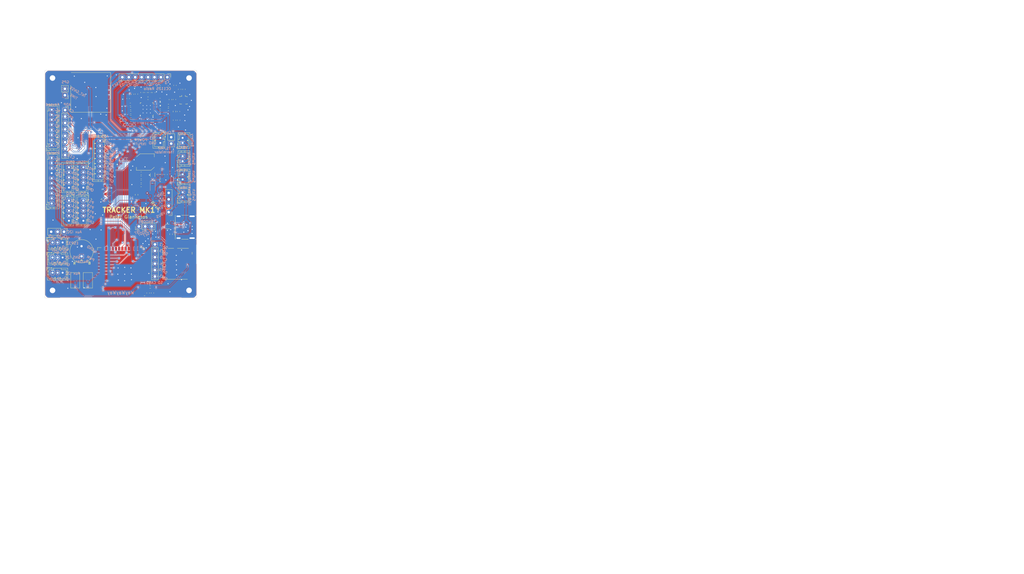
<source format=kicad_pcb>
(kicad_pcb (version 20221018) (generator pcbnew)
  (layers (0 "F.Cu" signal) (31 "B.Cu" signal) (34 "B.Paste" user) (35 "F.Paste" user) (36 "B.SilkS" user "B.Silkscreen") (37 "F.SilkS" user "F.Silkscreen") (38 "B.Mask" user) (39 "F.Mask" user) (44 "Edge.Cuts" user))
  (net 0 "")
  (net 1 "Net-(BT101-+)")
  (net 2 "GND")
  (net 3 "/PWM_BUZZER")
  (net 4 "/VBUS")
  (net 5 "/VBAT")
  (net 6 "Net-(SW103-A)")
  (net 7 "/ADC_DECAP")
  (net 8 "/VSYS")
  (net 9 "/3V3")
  (net 10 "/CHIP_PU")
  (net 11 "/GPIO_0")
  (net 12 "Net-(U201-EXT_XOSC)")
  (net 13 "Net-(X201-OUT)")
  (net 14 "Net-(U201-LPF1)")
  (net 15 "Net-(U201-LPF0)")
  (net 16 "Net-(U201-DCPL)")
  (net 17 "Net-(U201-DCPL_PFD_CHP)")
  (net 18 "Net-(U201-DCPL_VCO)")
  (net 19 "Net-(U201-LNA_N)")
  (net 20 "Net-(U201-PA)")
  (net 21 "Net-(U201-LNA_P)")
  (net 22 "Net-(U201-TRX_SW)")
  (net 23 "/Radio/ANT")
  (net 24 "Net-(D101-K)")
  (net 25 "Net-(J101-CC1)")
  (net 27 "Net-(J101-CC2)")
  (net 29 "/SD_DAT2")
  (net 30 "/SD_DAT3")
  (net 31 "/SD_CMD")
  (net 32 "/SD_CLK")
  (net 33 "/SD_DAT0")
  (net 34 "/SD_DAT1")
  (net 35 "Net-(SW101-A)")
  (net 36 "Net-(J105-Pin_1)")
  (net 37 "Net-(J105-Pin_2)")
  (net 38 "Net-(J105-Pin_3)")
  (net 39 "Net-(J105-Pin_4)")
  (net 40 "/TS{slash}MR")
  (net 41 "/KEYPAD_C1")
  (net 42 "/KEYPAD_C2")
  (net 43 "/KEYPAD_C3")
  (net 44 "/KEYPAD_R1")
  (net 45 "/KEYPAD_R2")
  (net 46 "/KEYPAD_R3")
  (net 47 "/KEYPAD_R4")
  (net 48 "/DISPLAY_EXTIN")
  (net 49 "/ DISPLAY_DISP")
  (net 50 "/ DISPLAY_EXTMD")
  (net 51 "/ DISPLAY_CS")
  (net 52 "/ DISPLAY_MOSI")
  (net 53 "/ DISPLAY_SCLK")
  (net 54 "/ DISPLAY_3V3")
  (net 55 "Net-(U104-ADDR)")
  (net 56 "/I2C_SNS_SDA")
  (net 57 "/I2C_SNS_SCL")
  (net 58 "/I2C_AUX_SCL")
  (net 59 "/I2C_AUX_SDA")
  (net 60 "Net-(U201-RBIAS)")
  (net 61 "/BQ25180_INT")
  (net 62 "/USB_ESP_DN")
  (net 63 "/USB_ESP_DP")
  (net 64 "/ADC1_ALERT")
  (net 65 "/SPI2_CC1125_~{CS}")
  (net 66 "/SPI2_RADIO_MOSI")
  (net 67 "/SPI2_RADIO_CLK")
  (net 68 "/SPI2_RADIO_MISO")
  (net 69 "/CC1125_~{RESET}")
  (net 70 "/TIME")
  (net 71 "Net-(C205-Pad1)")
  (net 72 "/INT_BNO085")
  (net 73 "/INT_GNSS")
  (net 74 "/CC1125_GPIO3")
  (net 75 "/CC1125_GPIO2")
  (net 76 "/CC1125_GPIO0")
  (net 87 "/BNO085_BOOT")
  (net 88 "/BNO085_RESET")
  (net 89 "Net-(C207-Pad2)")
  (net 90 "Net-(U201-DCPL_XOSC)")
  (net 91 "Net-(C221-Pad2)")
  (net 92 "/ADP_~{RESET}")
  (net 93 "/ADP_~{INT}")
  (net 94 "/TCAL_RESET")
  (net 95 "/TCAL_INT")
  (net 96 "Net-(U108-CAP)")
  (net 97 "Net-(C212-Pad1)")
  (net 98 "Net-(C213-Pad2)")
  (net 99 "/DP")
  (net 100 "/DN")
  (net 103 "Net-(J103-Pin_1)")
  (net 104 "Net-(J103-Pin_2)")
  (net 105 "Net-(J103-Pin_3)")
  (net 106 "Net-(J103-Pin_4)")
  (net 107 "Net-(J104-Pin_1)")
  (net 108 "Net-(J104-Pin_2)")
  (net 109 "Net-(J104-Pin_3)")
  (net 110 "Net-(J104-Pin_4)")
  (net 111 "Net-(J106-Pin_1)")
  (net 112 "Net-(J106-Pin_2)")
  (net 113 "Net-(J106-Pin_3)")
  (net 114 "Net-(J106-Pin_4)")
  (net 117 "Net-(J109-Pin_1)")
  (net 118 "Net-(J109-Pin_2)")
  (net 119 "Net-(J109-Pin_3)")
  (net 120 "Net-(J109-Pin_4)")
  (net 121 "Net-(J109-Pin_5)")
  (net 122 "Net-(J109-Pin_6)")
  (net 123 "Net-(J109-Pin_7)")
  (net 124 "Net-(J109-Pin_8)")
  (net 125 "Net-(J111-Pin_1)")
  (net 126 "Net-(J111-Pin_2)")
  (net 127 "Net-(J111-Pin_3)")
  (net 128 "Net-(J111-Pin_4)")
  (net 129 "Net-(J111-Pin_5)")
  (net 130 "Net-(J111-Pin_6)")
  (net 131 "Net-(J111-Pin_7)")
  (net 132 "Net-(J111-Pin_8)")
  (net 133 "Net-(U106-SW)")
  (net 134 "Net-(U106-FB)")
  (net 135 "Net-(U108-H_SA0_MOSI)")
  (net 136 "Net-(U108-ENV_SDA)")
  (net 137 "Net-(U108-ENV_SCL)")
  (footprint "Capacitor_SMD:C_0603_1608Metric" (layer "F.Cu") (at 111.63 114.125)
    (fp_text reference "C118" hide)
    (fp_text value "1uF")
  )
  (footprint "Capacitor_SMD:C_0603_1608Metric" (layer "F.Cu") (at 114.799 71.164 -90)
    (fp_text reference "C108" hide)
    (fp_text value "0.1uF")
  )
  (footprint "Connector_PinHeader_2.54mm:PinHeader_1x03_P2.54mm_Vertical" (layer "F.Cu") (at 77.547 93.804 -90)
    (fp_text reference "J123" hide)
    (fp_text value "2.54mm Pin Header")
  )
  (footprint "Capacitor_SMD:C_0603_1608Metric" (layer "F.Cu") (at 103.885 45.033 180)
    (fp_text reference "C210" hide)
    (fp_text value "47nF")
  )
  (footprint "Inductor_SMD:L_0603_1608Metric" (layer "F.Cu") (at 119.6045 41.525 90)
    (fp_text reference "L203" hide)
    (fp_text value "7.5nH")
  )
  (footprint "Oscillator:Oscillator_SMD_ECS_2520MV-xxx-xx-4Pin_2.5x2.0mm" (layer "F.Cu") (at 100.878 50.604)
    (fp_text reference "X201" hide)
    (fp_text value "ECS-TXO-2016MV-400-TR")
  )
  (footprint "Capacitor_SMD:C_0603_1608Metric" (layer "F.Cu") (at 103.955 48.203 180)
    (fp_text reference "C223" hide)
    (fp_text value "47nF")
  )
  (footprint "Connector_JST:JST_PH_B5B-PH-K_1x05_P2.00mm_Vertical" (layer "F.Cu") (at 79.5 81.449 -90)
    (fp_text reference "J104" hide)
    (fp_text value "JST-PH")
  )
  (footprint "Inductor_SMD:L_0603_1608Metric" (layer "F.Cu") (at 118.827 36.635)
    (fp_text reference "L206" hide)
    (fp_text value "18nH")
  )
  (footprint "RF_Module:ESP32-S3-WROOM-1" (layer "F.Cu") (at 100 113 180)
    (fp_text reference "U107" hide)
    (fp_text value "ESP32-S3-WROOM-1")
  )
  (footprint "Capacitor_SMD:C_0603_1608Metric" (layer "F.Cu") (at 108.064 70.672)
    (fp_text reference "C110" hide)
    (fp_text value "22uF")
  )
  (footprint "Resistor_SMD:R_0603_1608Metric" (layer "F.Cu") (at 112.541 74.097)
    (fp_text reference "R111" hide)
    (fp_text value "135k")
  )
  (footprint "Capacitor_SMD:C_0603_1608Metric" (layer "F.Cu") (at 116.3595 71.164 -90)
    (fp_text reference "C107" hide)
    (fp_text value "10uF")
  )
  (footprint "Button_Switch_SMD:SW_SPST_FSMSM" (layer "F.Cu") (at 87 113 -90)
    (fp_text reference "SW104" hide)
    (fp_text value "SW_Push")
  )
  (footprint "Inductor_SMD:L_0603_1608Metric" (layer "F.Cu") (at 111.515 36.363 180)
    (fp_text reference "L205" hide)
    (fp_text value "12nH")
  )
  (footprint "Capacitor_SMD:C_0603_1608Metric" (layer "F.Cu") (at 103.775 43.413 180)
    (fp_text reference "C220" hide)
    (fp_text value "47nF")
  )
  (footprint "Capacitor_SMD:C_0603_1608Metric" (layer "F.Cu") (at 121.2045 41.495 90)
    (fp_text reference "C213" hide)
    (fp_text value "1pF")
  )
  (footprint "Inductor_TDK:L_TDK_SPM6530" (layer "F.Cu") (at 109.75 66.255 180)
    (fp_text reference "L101" hide)
    (fp_text value "2.2uH")
  )
  (footprint "Connector_JST:JST_PH_B10B-PH-K_1x10_P2.00mm_Vertical" (layer "F.Cu") (at 72.661 82.617 90)
    (fp_text reference "J107" hide)
    (fp_text value "JST-PH")
  )
  (footprint "Inductor_SMD:L_0603_1608Metric" (layer "F.Cu") (at 118.8295 45.45)
    (fp_text reference "L201" hide)
    (fp_text value "10nH")
  )
  (footprint "Capacitor_SMD:C_0603_1608Metric" (layer "F.Cu") (at 117.92 71.164 -90)
    (fp_text reference "C106" hide)
    (fp_text value "10uF")
  )
  (footprint "Capacitor_SMD:C_0603_1608Metric" (layer "F.Cu") (at 104.525 51.554 180)
    (fp_text reference "C202" hide)
    (fp_text value "22pF")
  )
  (footprint "Capacitor_SMD:C_0603_1608Metric" (layer "F.Cu") (at 110.21 51.241 -90)
    (fp_text reference "C214" hide)
    (fp_text value "47nF")
  )
  (footprint "Capacitor_SMD:C_0603_1608Metric" (layer "F.Cu") (at 106.235 39.363 90)
    (fp_text reference "C217" hide)
    (fp_text value "10nF")
  )
  (footprint "Capacitor_SMD:C_0603_1608Metric" (layer "F.Cu") (at 121.2165 49.673 -90)
    (fp_text reference "C204" hide)
    (fp_text value "10nF")
  )
  (footprint "Capacitor_SMD:C_0603_1608Metric" (layer "F.Cu") (at 115.559 46.251)
    (fp_text reference "C224" hide)
    (fp_text value "47nF")
  )
  (footprint "Capacitor_SMD:C_0603_1608Metric" (layer "F.Cu") (at 107.285 50.96 -90)
    (fp_text reference "C215" hide)
    (fp_text value "47nF")
  )
  (footprint "Capacitor_SMD:C_0603_1608Metric" (layer "F.Cu") (at 103.935 46.613 180)
    (fp_text reference "C219" hide)
    (fp_text value "47nF")
  )
  (footprint "Inductor_SMD:L_0603_1608Metric" (layer "F.Cu") (at 108.425 38.733 -90)
    (fp_text reference "L202" hide)
    (fp_text value "12nH")
  )
  (footprint "Capacitor_SMD:C_0603_1608Metric" (layer "F.Cu") (at 113.035 38.753 -90)
    (fp_text reference "C222" hide)
    (fp_text value "3.3pF")
  )
  (footprint "Inductor_SMD:L_0603_1608Metric" (layer "F.Cu") (at 111.485 38.723 -90)
    (fp_text reference "L207" hide)
    (fp_text value "12nH")
  )
  (footprint "Resistor_SMD:R_0603_1608Metric" (layer "F.Cu") (at 115.55 73.485)
    (fp_text reference "R110" hide)
    (fp_text value "30k")
  )
  (footprint "Button_Switch_SMD:SW_SPST_FSMSM" (layer "F.Cu") (at 82 113 -90)
    (fp_text reference "SW105" hide)
    (fp_text value "SW_Push")
  )
  (footprint "Package_DFN_QFN:WQFN-16-1EP_3x3mm_P0.5mm_EP1.68x1.68mm" (layer "F.Cu") (at 97.033 65.6065)
    (fp_text reference "U104" hide)
    (fp_text value "ADS7138-Q1")
  )
  (footprint "Capacitor_SMD:C_0603_1608Metric" (layer "F.Cu") (at 104.645 39.403 90)
    (fp_text reference "C226" hide)
    (fp_text value "47nF")
  )
  (footprint "Package_TO_SOT_SMD:SOT-563" (layer "F.Cu") (at 112.6 71.375 -90)
    (fp_text reference "U106" hide)
    (fp_text value "TPS566242DRLR")
  )
  (footprint "Connector_JST:JST_PH_B3B-PH-K_1x03_P2.00mm_Vertical" (layer "F.Cu") (at 73 104)
    (fp_text reference "J114" hide)
    (fp_text value "JST-PH")
  )
  (footprint "Capacitor_SMD:C_0603_1608Metric" (layer "F.Cu") (at 108.064 73.874666)
    (fp_text reference "C111" hide)
    (fp_text value "22uF")
  )
  (footprint "Capacitor_SMD:C_0603_1608Metric" (layer "F.Cu") (at 122.9145 49.677 -90)
    (fp_text reference "C206" hide)
    (fp_text value "100pF")
  )
  (footprint "Capacitor_SMD:C_0603_1608Metric" (layer "F.Cu") (at 103.949 49.829 180)
    (fp_text reference "C218" hide)
    (fp_text value "47nF")
  )
  (footprint "Connector_JST:JST_PH_B2B-PH-K_1x02_P2.00mm_Vertical" (layer "F.Cu") (at 115.64 56.675 -90)
    (fp_text reference "J113" hide)
    (fp_text value "JST-PH")
  )
  (footprint "MountingHole:MountingHole_2.2mm_M2_ISO7380_Pad_TopBottom" (layer "F.Cu") (at 73 117)
    (fp_text reference "H103" hide)
    (fp_text value "~")
  )
  (footprint "Capacitor_SMD:C_0603_1608Metric" (layer "F.Cu") (at 123.3095 37.4525 -90)
    (fp_text reference "C225" hide)
    (fp_text value "TBD")
  )
  (footprint "Capacitor_SMD:C_0603_1608Metric" (layer "F.Cu") (at 112.52 118.035 -90)
    (fp_text reference "C114" hide)
    (fp_text value "22uF")
  )
  (footprint "Connector_JST:JST_PH_B8B-PH-K_1x08_P2.00mm_Vertical" (layer "F.Cu") (at 91.838 57.863 -90)
    (fp_text reference "J109" hide)
    (fp_text value "JST-PH")
  )
  (footprint "Connector_JST:JST_PH_B5B-PH-K_1x05_P2.00mm_Vertical" (layer "F.Cu") (at 79.5 68.33 -90)
    (fp_text reference "J105" hide)
    (fp_text value "JST-PH")
  )
  (footprint "Resistor_SMD:R_0603_1608Metric" (layer "F.Cu") (at 111.63 115.665)
    (fp_text reference "R117" hide)
    (fp_text value "10K")
  )
  (footprint "Connector_JST:JST_PH_B3B-PH-K_1x03_P2.00mm_Vertical" (layer "F.Cu") (at 72.99 98.045)
    (fp_text reference "J112" hide)
    (fp_text value "JST-PH")
  )
  (footprint "Connector_JST:JST_PH_B2B-PH-K_1x02_P2.00mm_Vertical" (layer "F.Cu") (at 124.45 58.675 90)
    (fp_text reference "BT101" hide)
    (fp_text value "Battery")
  )
  (footprint "Inductor_SMD:L_0603_1608Metric" (layer "F.Cu") (at 124.9845 37.4725 -90)
    (fp_text reference "L208" hide)
    (fp_text value "12nH")
  )
  (footprint "Resistor_SMD:R_0603_1608Metric" (layer "F.Cu") (at 119.93 94.76 -90)
    (fp_text reference "R103" hide)
    (fp_text value "5.1k")
  )
  (footprint "Capacitor_SMD:C_0603_1608Metric" (layer "F.Cu") (at 115.605 36.573 180)
    (fp_text reference "C216" hide)
    (fp_text value "2.2pF")
  )
  (footprint "Capacitor_SMD:C_0603_1608Metric" (layer "F.Cu") (at 109.965 38.723 -90)
    (fp_text reference "C212" hide)
    (fp_text value "3.3pF")
  )
  (footprint "Connector_JST:JST_PH_B8B-PH-K_1x08_P2.00mm_Vertical" (layer "F.Cu") (at 72.661 59.545 90)
    (fp_text reference "J108" hide)
    (fp_text value "JST-PH")
  )
  (footprint "Capacitor_SMD:C_0603_1608Metric" (layer "F.Cu") (at 102.925 41.113 90)
    (fp_text reference "C203" hide)
    (fp_text value "1.8nF")
  )
  (footprint "Connector_JST:JST_PH_B2B-PH-K_1x02_P2.00mm_Vertical" (layer "F.Cu") (at 124.45 65.8855 90)
    (fp_text reference "SW102" hide)
    (fp_text value "Battery Switch")
  )
  (footprint "Connector_Coaxial:U.FL_Molex_MCRF_73412-0110_Vertical" (layer "F.Cu") (at 124.8545 41.7885 180)
    (fp_text reference "J116" hide)
    (fp_text value "U.FL")
  )
  (footprint "Capacitor_SMD:C_0603_1608Metric" (layer "F.Cu") (at 108.064 75.476)
    (fp_text reference "C113" hide)
    (fp_text value "22uF")
  )
  (footprint "Connector_PinSocket_2.54mm:PinSocket_1x08_P2.54mm_Vertical" (layer "F.Cu") (at 77.985 45.684)
    (fp_text reference "J111" hide)
    (fp_text value "2.54mm Pin Header")
  )
  (footprint "Connector_PinHeader_2.54mm:PinHeader_1x02_P2.54mm_Vertical" (layer "F.Cu") (at 119.95 58.95 180)
    (fp_text reference "TH101" hide)
    (fp_text value "B3950 NTC")
  )
  (footprint "Connector_PinHeader_2.54mm:PinHeader_1x08_P2.54mm_Vertical" (layer "F.Cu") (at 118.41 32.68 -90)
    (fp_text reference "J126" hide)
    (fp_text value "2.54mm Pin Header")
  )
  (footprint "Package_CSP:LFCSP-24-1EP_4x4mm_P0.5mm_EP2.5x2.5mm" (layer "F.Cu") (at 83.1375 56.57 -90)
    (fp_text reference "U105" hide)
    (fp_text value "ADP5589")
  )
  (footprint "Connector_JST:JST_PH_B3B-PH-K_1x03_P2.00mm_Vertical" (layer "F.Cu") (at 73 110)
    (fp_text reference "J115" hide)
    (fp_text value "JST-PH")
  )
  (footprint "Package_DFN_QFN:VQFN-32-1EP_5x5mm_P0.5mm_EP3.5x3.5mm_ThermalVias" (layer "F.Cu") (at 110.265 45.353 90)
    (fp_text reference "U201" hide)
    (fp_text value "CC1125")
  )
  (footprint "Connector_JST:JST_PH_B5B-PH-K_1x05_P2.00mm_Vertical" (layer "F.Cu") (at 85.21 81.449 -90)
    (fp_text reference "J103" hide)
    (fp_text value "JST-PH")
  )
  (footprint "Capacitor_SMD:C_0603_1608Metric" (layer "F.Cu") (at 112.924 49.927)
    (fp_text reference "C209" hide)
    (fp_text value "220nF")
  )
  (footprint "Capacitor_SMD:C_0603_1608Metric" (layer "F.Cu") (at 122.8665 46.231 -90)
    (fp_text reference "C205" hide)
    (fp_text value "33pF")
  )
  (footprint "Capacitor_SMD:C_0603_1608Metric" (layer "F.Cu") (at 98.462 69.461 -90)
    (fp_text reference "C105" hide)
    (fp_text value "1uF")
  )
  (footprint "Connector_PinHeader_2.54mm:PinHeader_1x03_P2.54mm_Vertical" (layer "F.Cu") (at 107.134 91.704 90)
    (fp_text reference "J120" hide)
    (fp_text value "2.54mm Pin Header")
  )
  (footprint "MountingHole:MountingHole_2.2mm_M2_ISO7380_Pad_TopBottom" (layer "F.Cu") (at 127 33)
    (fp_text reference "H102" hide)
    (fp_text value "~")
  )
  (footprint "Resistor_SMD:R_0603_1608Metric" (layer "F.Cu") (at 95.74 81.78 -90)
    (fp_text reference "R119" hide)
    (fp_text value "3.3k")
  )
  (footprint "Connector_JST:JST_PH_B2B-PH-K_1x02_P2.00mm_Vertical" (layer "F.Cu") (at 124.45 80.196 90)
    (fp_text reference "SW101" hide)
    (fp_text value "VBUS Switch")
  )
  (footprint "MountingHole:MountingHole_2.2mm_M2_ISO7380_Pad_TopBottom" (layer "F.Cu") (at 127 117)
    (fp_text reference "H104" hide)
    (fp_text value "~")
  )
  (footprint "Capacitor_SMD:C_0603_1608Metric" (layer "F.Cu") (at 108.064 72.273333)
    (fp_text reference "C109" hide)
    (fp_text value "22uF")
  )
  (footprint "Resistor_SMD:R_0603_1608Metric" (layer "F.Cu") (at 94.764 77.253 180)
    (fp_text reference "R101" hide)
    (fp_text value "10k")
  )
  (footprint "Capacitor_SMD:C_0603_1608Metric" (layer "F.Cu") (at 118.8555 43.838)
    (fp_text reference "C207" hide)
    (fp_text value "15pF")
  )
  (footprint "Resistor_SMD:R_0603_1608Metric" (layer "F.Cu") (at 115.618 43.177 180)
    (fp_text reference "R201" hide)
    (fp_text value "56k")
  )
  (footprint "Connector_Card:microSD_HC_Molex_104031-0811" (layer "F.Cu") (at 122.375 106.46 -90)
    (fp_text reference "J102" hide)
    (fp_text value "1040310811")
  )
  (footprint "Connector_PinHeader_2.54mm:PinHeader_1x04_P2.54mm_Vertical" (layer "F.Cu") (at 118.95 86.05 180)
    (fp_text reference "J125" hide)
    (fp_text value "2.54mm Pin Header")
  )
  (footprint "Resistor_SMD:R_0603_1608Metric" (layer "F.Cu") (at 106.28 79.17 -90)
    (fp_text reference "R118" hide)
    (fp_text value "3.3k")
  )
  (footprint "Package_DFN_QFN:ST_UQFN-6L_1.5x1.7mm_P0.5mm" (layer "F.Cu") (at 118.45 91.765 180)
    (fp_text reference "U103" hide)
    (fp_text value "ECMF02-2AMX6")
  )
  (footprint "Connector_USB:USB_C_Receptacle_Molex_105450-0101" (layer "F.Cu") (at 125.655 92.005 90)
    (fp_text reference "J101" hide)
    (fp_text value "1054500101")
  )
  (footprint "Resistor_SMD:R_0603_1608Metric" (layer "F.Cu") (at 94.764 75.636 180)
    (fp_text reference "R102" hide)
    (fp_text value "10k")
  )
  (footprint "Capacitor_SMD:C_0603_1608Metric" (layer "F.Cu") (at 99.323 48.139 180)
    (fp_text reference "C201" hide)
    (fp_text value "100nF")
  )
  (footprint "Connector_JST:JST_PH_B2B-PH-K_1x02_P2.00mm_Vertical" (layer "F.Cu") (at 124.45 73.096 90)
    (fp_text reference "SW103" hide)
    (fp_text value "Power Switch")
  )
  (footprint "Inductor_SMD:L_0603_1608Metric" (layer "F.Cu") (at 110.755 41.003)
    (fp_text reference "L204" hide)
    (fp_text value "15nH")
  )
  (footprint "Connector_JST:JST_PH_B5B-PH-K_1x05_P2.00mm_Vertical" (layer "F.Cu") (at 85.21 68.33 -90)
    (fp_text reference "J106" hide)
    (fp_text value "JST-PH")
  )
  (footprint "Package_DFN_QFN:WQFN-24-1EP_4x4mm_P0.5mm_EP2.6x2.6mm" (layer "F.Cu") (at 90.39 78.9 -90)
    (fp_text reference "U101" hide)
    (fp_text value "TCAL9539-Q1")
  )
  (footprint "Capacitor_SMD:C_0603_1608Metric" (layer "F.Cu") (at 94.764 78.87)
    (fp_text reference "C102" hide)
    (fp_text value "0.1uF")
  )
  (footprint "Buzzer_Beeper:MagneticBuzzer_PUI_AT-0927-TT-6-R" (layer "F.Cu") (at 84.483 103.516 90)
    (fp_text reference "BZ101" hide)
    (fp_text value "Buzzer")
  )
  (footprint "Resistor_SMD:R_0603_1608Metric" (layer "F.Cu") (at 102.575 65.01)
    (fp_text reference "R106" hide)
    (fp_text value "0")
  )
  (footprint "Capacitor_SMD:C_0603_1608Metric" (layer "F.Cu") (at 110.84 118.045 -90)
    (fp_text reference "C112" hide)
    (fp_text value "0.1uF")
  )
  (footprint "Capacitor_SMD:C_0603_1608Metric" (layer "F.Cu") (at 115.547 41.55)
    (fp_text reference "C211" hide)
    (fp_text value "47nF")
  )
  (footprint "Capacitor_SMD:C_0603_1608Metric" (layer "F.Cu") (at 121.453 35.904 -90)
    (fp_text reference "C221" hide)
    (fp_text value "3pF")
  )
  (footprint "Connector_PinHeader_2.54mm:PinHeader_1x06_P2.54mm_Vertical" (layer "F.Cu") (at 113.5 98.8)
    (fp_text reference "J117" hide)
    (fp_text value "2.54mm Pin Header")
  )
  (footprint "MountingHole:MountingHole_2.2mm_M2_ISO7380_Pad_TopBottom" (layer "F.Cu") (at 73 33)
    (fp_text reference "H101" hide)
    (fp_text value "~")
  )
  (footprint "Resistor_SMD:R_0603_1608Metric" (layer "F.Cu") (at 121.2155 46.237 -90)
    (fp_text reference "R202" hide)
    (fp_text value "10")
  )
  (footprint "Capacitor_SMD:C_0603_1608Metric" (layer "F.Cu") (at 115.582 44.696)
    (fp_text reference "C208" hide)
    (fp_text value "47nF")
  )
  (footprint "RF_GPS_uBlox:uBlox_SAM-M10Q" (layer "F.Cu") (at 88.095 38.68)
    (fp_text reference "U109" hide)
    (fp_text value "SAM-M10Q-00B")
  )
  (footprint "Resistor_SMD:R_0603_1608Metric" (layer "F.Cu") (at 100.155 65.923 90)
    (fp_text reference "R105" hide)
    (fp_text value "100k")
  )
  (footprint "Capacitor_SMD:C_0603_1608Metric" (layer "F.Cu") (at 121.3 72.5 -90)
    (fp_text reference "C104" hide)
    (fp_text value "10uF")
  )
  (footprint "Connector_PinHeader_2.54mm:PinHeader_1x02_P2.54mm_Vertical" (layer "F.Cu") (at 77.889 39.799 180)
    (fp_text reference "J121" hide)
    (fp_text value "2.54mm Pin Header")
  )
  (footprint "Resistor_SMD:R_0603_1608Metric" (layer "B.Cu") (at 107.591 86.844 -90)
    (fp_text reference "R116" hide)
    (fp_text value "2.2k")
  )
  (footprint "Capacitor_SMD:C_0603_1608Metric" (layer "B.Cu") (at 114.019 83.454 -90)
    (fp_text reference "C120" hide)
    (fp_text value "0.1uF")
  )
  (footprint "Resistor_SMD:R_0603_1608Metric" (layer "B.Cu") (at 91.602 54.235)
    (fp_text reference "R107" hide)
    (fp_text value "10k")
  )
  (footprint "Resistor_SMD:R_0603_1608Metric" (layer "B.Cu") (at 115.54 73.225)
    (fp_text reference "R109" hide)
    (fp_text value "30k")
  )
  (footprint "Resistor_SMD:R_0603_1608Metric" (layer "B.Cu") (at 113.89 79.78 90)
    (fp_text reference "R121" hide)
    (fp_text value "3.3k")
  )
  (footprint "Capacitor_SMD:C_0603_1608Metric" (layer "B.Cu") (at 110.884 79.72 180)
    (fp_text reference "C119" hide)
    (fp_text value "0.1uF")
  )
  (footprint "Capacitor_SMD:C_0603_1608Metric" (layer "B.Cu") (at 87 113 -90)
    (fp_text reference "C115" hide)
    (fp_text value "0.1uF")
  )
  (footprint "Capacitor_SMD:C_0603_1608Metric" (layer "B.Cu") (at 111.9 86.162)
    (fp_text reference "C117" hide)
    (fp_text value "0.1uF")
  )
  (footprint "Capacitor_SMD:C_0603_1608Metric" (layer "B.Cu") (at 82 113.225 -90)
    (fp_text reference "C116" hide)
    (fp_text value "0.1uF")
  )
  (footprint "Diode_SMD:D_SOD-123F" (layer "B.Cu") (at 112.61 75.8875 -90)
    (fp_text reference "D101" hide)
    (fp_text value "BZT52H-A5V1-QX")
  )
  (footprint "Resistor_SMD:R_0603_1608Metric" (layer "B.Cu") (at 115.634 82.679 90)
    (fp_text reference "R114" hide)
    (fp_text value "10k")
  )
  (footprint "Resistor_SMD:R_0603_1608Metric" (layer "B.Cu") (at 115.54 71.635)
    (fp_text reference "R108" hide)
    (fp_text value "20k")
  )
  (footprint "Package_BGA:Texas_DSBGA-8_0.705x1.468mm_Layout2x4_P0.4mm" (layer "B.Cu") (at 120.35 73.086)
    (fp_text reference "U102" hide)
    (fp_text value "BQ25180")
  )
  (footprint "Resistor_SMD:R_0603_1608Metric" (layer "B.Cu") (at 115.59 78.4 90)
    (fp_text reference "R120" hide)
    (fp_text value "3.3k")
  )
  (footprint "Resistor_SMD:R_0603_1608Metric" (layer "B.Cu") (at 105.942 85.25 -90)
    (fp_text reference "R115" hide)
    (fp_text value "2.2k")
  )
  (footprint "Capacitor_SMD:C_0603_1608Metric" (layer "B.Cu") (at 121.475 70.45 180)
    (fp_text reference "C103" hide)
    (fp_text value "1uF")
  )
  (footprint "Package_LGA:LGA-28_5.2x3.8mm_P0.5mm" (layer "B.Cu") (at 109.834 83.03 180)
    (fp_text reference "U108" hide)
    (fp_text value "BNO085")
  )
  (footprint "Resistor_SMD:R_0603_1608Metric" (layer "B.Cu") (at 104.236 80.096 -90)
    (fp_text reference "R113" hide)
    (fp_text value "0")
  )
  (footprint "Capacitor_SMD:C_0603_1608Metric" (layer "B.Cu") (at 120.111 75.691 180)
    (fp_text reference "C101" hide)
    (fp_text value "1uF")
  )
  (footprint "Resistor_SMD:R_0603_1608Metric" (layer "B.Cu") (at 104.128 84.252 -90)
    (fp_text reference "R112" hide)
    (fp_text value "0")
  )
  (footprint "Resistor_SMD:R_0603_1608Metric" (layer "B.Cu") (at 120.29 89.475 90)
    (fp_text reference "R104" hide)
    (fp_text value "5.1k")
  )
  (gr_rect (start 70 30) (end 130 120) (stroke (width 0.1)) (fill none) (layer "Edge.Cuts"))
  (gr_text "NC" (at 73.767 45.763 330) (layer "B.SilkS") (effects (font (size 1 1)) (justify right bottom mirror)))
  (gr_text "ESP32" (at 83.346 98.954) (layer "B.SilkS") (effects (font (size 1 1)) (justify left bottom mirror)))
  (gr_text "GND" (at 117.563 78.718 30) (layer "B.SilkS") (effects (font (size 1 1)) (justify left bottom mirror)))
  (gr_text "TIME" (at 79.559 40.013 330) (layer "B.SilkS") (effects (font (size 1 1)) (justify right bottom mirror)))
  (gr_text "TCAL GPIO" (at 86.286 79.347) (layer "B.SilkS") (effects (font (size 1 1)) (justify left bottom mirror)))
  (gr_text "CLK" (at 109.254 36.089 30) (layer "B.SilkS") (effects (font (size 1 1)) (justify right bottom mirror)))
  (gr_text "R2" (at 73.645 51.889 330) (layer "B.SilkS") (effects (font (size 1 1)) (justify right bottom mirror)))
  (gr_text "VBAT+" (at 126.439 61.087) (layer "B.SilkS") (effects (font (size 1 1)) (justify left bottom mirror)))
  (gr_text "SCL" (at 76.891 112.091 330) (layer "B.SilkS") (effects (font (size 1 1)) (justify right bottom mirror)))
  (gr_text "GPIO7" (at 92.872 72.378995 330) (layer "B.SilkS") (effects (font (size 1 1)) (justify right bottom mirror)))
  (gr_text "P10" (at 80.386 81.69 330) (layer "B.SilkS") (effects (font (size 1 1)) (justify right bottom mirror)))
  (gr_text "P11" (at 80.386 83.750928 330) (layer "B.SilkS") (effects (font (size 1 1)) (justify right bottom mirror)))
  (gr_text "CLK" (at 115.075 106.653476 330) (layer "B.SilkS") (effects (font (size 1 1)) (justify right bottom mirror)))
  (gr_text "-" (at 123.1 66.237) (layer "B.SilkS") (effects (font (size 1 1)) (justify left bottom mirror)))
  (gr_text "RESET" (at 96.982 36.966191 30) (layer "B.SilkS") (effects (font (size 1 1)) (justify right bottom mirror)))
  (gr_text "GND" (at 80.354 76.427997 330) (layer "B.SilkS") (effects (font (size 1 1)) (justify right bottom mirror)))
  (gr_text "+" (at 123.125 64.209) (layer "B.SilkS") (effects (font (size 1 1)) (justify left bottom mirror)))
  (gr_text "RESET" (at 74.167 100.398 330) (layer "B.SilkS") (effects (font (size 1 1)) (justify right bottom mirror)))
  (gr_text "P03" (at 86.219 72.607856 330) (layer "B.SilkS") (effects (font (size 1 1)) (justify right bottom mirror)))
  (gr_text "SCL" (at 71.454 112.361 330) (layer "B.SilkS") (effects (font (size 1 1)) (justify right bottom mirror)))
  (gr_text "C1" (at 73.656 59.81 330) (layer "B.SilkS") (effects (font (size 1 1)) (justify right bottom mirror)))
  (gr_text "P16" (at 86.336 85.520856 330) (layer "B.SilkS") (effects (font (size 1 1)) (justify right bottom mirror)))
  (gr_text "VSYS" (at 117.864 83.822 30) (layer "B.SilkS") (effects (font (size 1 1)) (justify left bottom mirror)))
  (gr_text "-" (at 125.373 75.212) (layer "B.SilkS") (effects (font (size 1 1)) (justify left bottom mirror)))
  (gr_text "CMD" (at 115.107009 104.089143 330) (layer "B.SilkS") (effects (font (size 1 1)) (justify right bottom mirror)))
  (gr_text "EXINT" (at 73.649 82.978 330) (layer "B.SilkS") (effects (font (size 1 1)) (justify right bottom mirror)))
  (gr_text "GND" (at 76.741 106.101 330) (layer "B.SilkS") (effects (font (size 1 1)) (justify right bottom mirror)))
  (gr_text "SDA" (at 74.177 105.958 330) (layer "B.SilkS") (effects (font (size 1 1)) (justify right bottom mirror)))
  (gr_text "Switch\nUSB Power" (at 126.71 79.261 270) (layer "B.SilkS") (effects (font (size 1 1)) (justify bottom mirror)))
  (gr_text "GPIO0" (at 92.872 58.111 330) (layer "B.SilkS") (effects (font (size 1 1)) (justify right bottom mirror)))
  (gr_text "R3" (at 73.534 49.663 330) (layer "B.SilkS") (effects (font (size 1 1)) (justify right bottom mirror)))
  (gr_text "-" (at 125.044 82.087) (layer "B.SilkS") (effects (font (size 1 1)) (justify left bottom mirror)))
  (gr_text "GND" (at 80.386 89.897997 330) (layer "B.SilkS") (effects (font (size 1 1)) (justify right bottom mirror)))
  (gr_text "ADS GPIO" (at 95.249 56.639) (layer "B.SilkS") (effects (font (size 1 1)) (justify left bottom mirror)))
  (gr_text "INT" (at 107.928 93.831 30) (layer "B.SilkS") (effects (font (size 1 1)) (justify left bottom mirror)))
  (gr_text "TS/MR" (at 119.829 61.418) (layer "B.SilkS") (effects (font (size 1 1)) (justify left bottom mirror)))
  (gr_text "C3" (at 79.162 45.912 330) (layer "B.SilkS") (effects (font (size 1 1)) (justify right bottom mirror)))
  (gr_text "VSYS+" (at 126.63 70.093) (layer "B.SilkS") (effects (font (size 1 1)) (justify left bottom mirror)))
  (gr_text "TCAL GPIO" (at 86.136 66.835) (layer "B.SilkS") (effects (font (size 1 1)) (justify left bottom mirror)))
  (gr_text "DCS" (at 73.649 77.151 330) (layer "B.SilkS") (effects (font (size 1 1)) (justify right bottom mirror)))
  (gr_text "GND" (at 86.157141 76.610997 330) (layer "B.SilkS") (effects (font (size 1 1)) (justify right bottom mirror)))
  (gr_text "P13" (at 80.386 87.872784 330) (layer "B.SilkS") (effects (font (size 1 1)) (justify right bottom mirror)))
  (gr_text "P04" (at 86.219 74.627284 330) (layer "B.SilkS") (effects (font (size 1 1)) (justify right bottom mirror)))
  (gr_text "C10" (at 78.741 63.702 330) (layer "B.SilkS") (effects (font (size 1 1)) (justify right bottom mirror)))
  (gr_text "WayWayWay" (at 105.457 118.612) (layer "B.SilkS") (effects (font (size 1.27 1.27) (thickness 0.15875)) (justify left bottom mirror)))
  (gr_text "Aux I2C" (at 83.915 110.853) (layer "B.SilkS") (effects (font (size 1 1)) (justify left bottom mirror)))
  (gr_text "GPI00" (at 105.325 36.879 30) (layer "B.SilkS") (effects (font (size 1 1)) (justify right bottom mirror)))
  (gr_text "3V3" (at 114.245 57.362) (layer "B.SilkS") (effects (font (size 1 1)) (justify left bottom mirror)))
  (gr_text "NOT\nPOWER\nINPUT" (at 107.91 59.691) (layer "B.SilkS") (effects (font (size 1 1)) (justify bottom mirror)))
  (gr_text "VBUS" (at 117.811 86.639 30) (layer "B.SilkS") (effects (font (size 1 1)) (justify left bottom mirror)))
  (gr_text "DAT0" (at 114.803868 108.944 330) (layer "B.SilkS") (effects (font (size 1 1)) (justify right bottom mirror)))
  (gr_text "Display" (at 76.004 63.134) (layer "B.SilkS") (effects (font (size 1 1)) (justify left bottom mirror)))
  (gr_text "Thermistor" (at 117.275 62.89) (layer "B.SilkS") (effects (font (size 1 1)) (justify bottom mirror)))
  (gr_text "P01" (at 86.219 68.569 330) (layer "B.SilkS") (effects (font (size 1 1)) (justify right bottom mirror)))
  (gr_text "GPIO6" (at 92.872 70.34071 330) (layer "B.SilkS") (effects (font (size 1 1)) (justify right bottom mirror)))
  (gr_text "PWM" (at 86.252 104.042 330) (layer "B.SilkS") (effects (font (size 1 1)) (justify right bottom mirror)))
  (gr_text "SCL" (at 71.688 106.125 330) (layer "B.SilkS") (effects (font (size 1 1)) (justify right bottom mirror)))
  (gr_text "P15" (at 86.336 83.546928 330) (layer "B.SilkS") (effects (font (size 1 1)) (justify right bottom mirror)))
  (gr_text "GND" (at 86.336 89.432997 330) (layer "B.SilkS") (effects (font (size 1 1)) (justify right bottom mirror)))
  (gr_text "R1" (at 73.623 53.85 330) (layer "B.SilkS") (effects (font (size 1 1)) (justify right bottom mirror)))
  (gr_text "P02" (at 86.219 70.588428 330) (layer "B.SilkS") (effects (font (size 1 1)) (justify right bottom mirror)))
  (gr_text "GPIO1" (at 92.872 60.149285 330) (layer "B.SilkS") (effects (font (size 1 1)) (justify right bottom mirror)))
  (gr_text "SDA" (at 74.185 95.754 330) (layer "B.SilkS") (effects (font (size 1 1)) (justify right bottom mirror)))
  (gr_text "P12" (at 80.386 85.811856 330) (layer "B.SilkS") (effects (font (size 1 1)) (justify right bottom mirror)))
  (gr_text "GPS" (at 79.648 35.193) (layer "B.SilkS") (effects (font (size 1 1)) (justify left bottom mirror)))
  (gr_text "MISO" (at 113.961 36.501 30) (layer "B.SilkS") (effects (font (size 1 1)) (justify right bottom mirror)))
  (gr_text "C9" (at 78.77 60.992 330) (layer "B.SilkS") (effects (font (size 1 1)) (justify right bottom mirror)))
  (gr_text "Aux I2C" (at 84.652 94.456) (layer "B.SilkS") (effects (font (size 1 1)) (justify left bottom mirror)))
  (gr_text "3V3" (at 73.649 66.694 330) (layer "B.SilkS") (effects (font (size 1 1)) (justify right bottom mirror)))
  (gr_text "NC" (at 73.649 64.866 330) (layer "B.SilkS") (effects (font (size 1 1)) (justify right bottom mirror)))
  (gr_text "C3" (at 73.634 55.932 330) (layer "B.SilkS") (effects (font (size 1 1)) (justify right bottom mirror)))
  (gr_text "P14" (at 86.336 81.573 330) (layer "B.SilkS") (effects (font (size 1 1)) (justify right bottom mirror)))
  (gr_text "SD CARD" (at 116.723 114.505) (layer "B.SilkS") (effects (font (size 1 1)) (justify left bottom mirror)))
  (gr_text "GND" (at 120.104 55.334) (layer "B.SilkS") (effects (font (size 1 1)) (justify left bottom mirror)))
  (gr_text "CS" (at 117.601997 35.680476 30) (layer "B.SilkS") (effects (font (size 1 1)) (justify right bottom mirror)))
  (gr_text "Buzzer" (at 87.31 106.116) (layer "B.SilkS") (effects (font (size 1 1)) (justify left bottom mirror)))
  (gr_text "RESET" (at 113.244 93.778 30) (layer "B.SilkS") (effects (font (size 1 1)) (justify left bottom mirror)))
  (gr_text "GPIO3" (at 92.872 64.225855 330) (layer "B.SilkS") (effects (font (size 1 1)) (justify right bottom mirror)))
  (gr_text "DISP" (at 73.649 80.995 330) (layer "B.SilkS") (effects (font (size 1 1)) (justify right bottom mirror)))
  (gr_text "R4" (at 73.645 47.901 330) (layer "B.SilkS") (effects (font (size 1 1)) (justify right bottom mirror)))
  (gr_text "GND" (at 114.195 59.265) (layer "B.SilkS") (effects (font (size 1 1)) (justify left bottom mirror)))
  (gr_text "D_3V3" (at 73.649 68.821 330) (layer "B.SilkS") (effects (font (size 1 1)) (justify right bottom mirror)))
  (gr_text "Battery" (at 127.749 57.599 -90) (layer "B.SilkS") (effects (font (size 1 1)) (justify bottom mirror)))
  (gr_text "GPI03" (at 99.830507 36.894762 30) (layer "B.SilkS") (effects (font (size 1 1)) (justify right bottom mirror)))
  (gr_text "SCL" (at 76.805 95.742 330) (layer "B.SilkS") (effects (font (size 1 1)) (justify right bottom mirror)))
  (gr_text "3V3" (at 117.829 81.111 30) (layer "B.SilkS") (effects (font (size 1 1)) (justify left bottom mirror)))
  (gr_text "GND" (at 125.888 55.71) (layer "B.SilkS") (effects (font (size 1 1)) (justify left bottom mirror)))
  (gr_text "P05" (at 80.415859 70.616928 330) (layer "B.SilkS") (effects (font (size 1 1)) (justify right bottom mirror)))
  (gr_text "P06" (at 80.415859 72.565856 330) (layer "B.SilkS") (effects (font (size 1 1)) (justify right bottom mirror)))
  (gr_text "GPIO2" (at 92.872 62.18757 330) (layer "B.SilkS") (effects (font (size 1 1)) (justify right bottom mirror)))
  (gr_text "DMOSI" (at 73.649 75.257 330) (layer "B.SilkS") (effects (font (size 1 1)) (justify right bottom mirror)))
  (gr_text "ADP" (at 80.32 44.098) (layer "B.SilkS") (effects (font (size 1 1)) (justify left bottom mirror)))
  (gr_text "GND\n" (at 73.649 70.959 330) (layer "B.SilkS") (effects (font (size 1 1)) (justify right bottom mirror)))
  (gr_text "BNO085" (at 113.052 90.439) (layer "B.SilkS") (effects (font (size 1 1)) (justify left bottom mirror)))
  (gr_text "Switch\nBattery" (at 126.603 64.935 270) (layer "B.SilkS") (effects (font (size 1 1)) (justify bottom mirror)))
  (gr_text "DAT3" (at 115.038996 101.501 330) (layer "B.SilkS") (effects (font (size 1 1)) (justify right bottom mirror)))
  (gr_text "Keypad" (at 75.803 44.009) (layer "B.SilkS") (effects (font (size 1 1)) (justify left bottom mirror)))
  (gr_text "GND" (at 86.358 100.02 330) (layer "B.SilkS") (effects (font (size 1 1)) (justify right bottom mirror)))
  (gr_text "VBUS+" (at 126.356 76.966) (layer "B.SilkS") (effects (font (size 1 1)) (justify left bottom mirror)))
  (gr_text "GND" (at 71.131 95.626 330) (layer "B.SilkS") (effects (font (size 1 1)) (justify right bottom mirror)))
  (gr_text "C8" (at 78.763 58.437 330) (layer "B.SilkS") (effects (font (size 1 1)) (justify right bottom mirror)))
  (gr_text "C4" (at 79.051 48.556 330) (layer "B.SilkS") (effects (font (size 1 1)) (justify right bottom mirror)))
  (gr_text "DSCLK" (at 73.649 73.041 330) (layer "B.SilkS") (effects (font (size 1 1)) (justify right bottom mirror)))
  (gr_text "SNS I2C" (at 84.042 104.518) (layer "B.SilkS") (effects (font (size 1 1)) (justify left bottom mirror)))
  (gr_text "CC1125 Radio" (at 109.004 37.815) (layer "B.SilkS") (effects (font (size 1 1)) (justify right bottom mirror)))
  (gr_text "INT_GNSS" (at 79.559 37.196 330) (layer "B.SilkS") (effects (font (size 1 1)) (justify right bottom mirror)))
  (gr_text "Switch\nPower" (at 126.657 71.952 270) (layer "B.SilkS") (effects (font (size 1 1)) (justify bottom mirror)))
  (gr_text "EXTMD" (at 73.649 79.101 330) (layer "B.SilkS") (effects (font (size 1 1)) (justify right bottom mirror)))
  (gr_text "BOOT" (at 110.639 93.742 30) (layer "B.SilkS") (effects (font (size 1 1)) (justify left bottom mirror)))
  (gr_text "C2" (at 73.711 57.893 330) (layer "B.SilkS") (effects (font (size 1 1)) (justify right bottom mirror)))
  (gr_text "DAT1" (at 114.86265 111.425 330) (layer "B.SilkS") (effects (font (size 1 1)) (justify right bottom mirror)))
  (gr_text "GPIO4" (at 92.872 66.26414 330) (layer "B.SilkS") (effects (font (size 1 1)) (justify right bottom mirror)))
  (gr_text "P04" (at 80.415859 68.668 330) (layer "B.SilkS") (effects (font (size 1 1)) (justify right bottom mirror)))
  (gr_text "BOOT" (at 71.816 100.856 330) (layer "B.SilkS") (effects (font (size 1 1)) (justify right bottom mirror)))
  (gr_text "C5" (at 78.889 51.044 330) (layer "B.SilkS") (effects (font (size 1 1)) (justify right bottom mirror)))
  (gr_text "P17" (at 86.336 87.494784 330) (layer "B.SilkS") (effects (font (size 1 1)) (justify right bottom mirror)))
  (gr_text "C7" (at 78.785 56.096 330) (layer "B.SilkS") (effects (font (size 1 1)) (justify right bottom mirror)))
  (gr_text "GND" (at 76.329 100.068 330) (layer "B.SilkS") (effects (font (size 1 1)) (justify right bottom mirror)))
  (gr_text "GPIO5" (at 92.872 68.302425 330) (layer "B.SilkS") (effects (font (size 1 1)) (justify right bottom mirror)))
  (gr_text "GPI02" (at 102.617155 36.894762 30) (layer "B.SilkS") (effects (font (size 1 1)) (justify right bottom mirror)))
  (gr_text "MOSI" (at 111.307014 36.513809 30) (layer "B.SilkS") (effects (font (size 1 1)) (justify right bottom mirror)))
  (gr_text "DAT2" (at 114.980214 99.02 330) (layer "B.SilkS") (effects (font (size 1 1)) (justify right bottom mirror)))
  (gr_text "SDA" (at 74.361 112.414 330) (layer "B.SilkS") (effects (font (size 1 1)) (justify right bottom mirror)))
  (gr_text "C6" (at 78.933 53.415 330) (layer "B.SilkS") (effects (font (size 1 1)) (justify right bottom mirror)))
  (gr_text "P07" (at 80.415859 74.514784 330) (layer "B.SilkS") (effects (font (size 1 1)) (justify right bottom mirror)))
  (gr_text "TRACKER MK1" (at 92.534 86.393) (layer "F.SilkS") (effects (font (size 2 2) (thickness 0.4) bold) (justify left bottom)))
  (gr_text "RevA" (at 111.47 82.422 315) (layer "F.SilkS") (effects (font (size 1.27 1.27) (thickness 0.15875)) (justify left bottom)))
  (gr_text "R" (at 81.072 106.937) (layer "F.SilkS") (effects (font (size 1 1)) (justify left bottom)))
  (gr_text "B" (at 87.005 106.817) (layer "F.SilkS") (effects (font (size 1 1)) (justify left bottom)))
  (gr_text "Peter Giannetos" (at 95.374 88.667) (layer "F.SilkS") (effects (font (size 1.27 1.27) (thickness 0.15875)) (justify left bottom)))
  (segment (start 125.7895 65.8855) (end 124.45 65.8855) (width 1) (layer "B.Cu") (net 1))
  (segment (start 124.45 58.675) (end 125.425 58.675) (width 1) (layer "B.Cu") (net 1))
  (segment (start 126.775 64.9) (end 125.7895 65.8855) (width 1) (layer "B.Cu") (net 1))
  (segment (start 125.425 58.675) (end 126.775 60.025) (width 1) (layer "B.Cu") (net 1))
  (segment (start 126.775 60.025) (end 126.775 64.9) (width 1) (layer "B.Cu") (net 1))
  (segment (start 121.3 71.725) (end 120.15 71.725) (width 0.25) (layer "F.Cu") (net 2))
  (segment (start 120.1 71.725) (end 120.125 71.725) (width 0.25) (layer "F.Cu") (net 2))
  (segment (start 120.15 71.725) (end 120.05 71.75) (width 0.25) (layer "F.Cu") (net 2))
  (segment (start 120.05 71.75) (end 120.1 71.725) (width 0.25) (layer "F.Cu") (net 2))
  (via (at 114.71 85.92) (size 0.8) (drill 0.4) (layers "F.Cu" "B.Cu") (net 2))
  (via (at 124.03 112.785) (size 0.8) (drill 0.4) (layers "F.Cu" "B.Cu") (net 2))
  (via (at 112.741 48.45) (size 0.8) (drill 0.4) (layers "F.Cu" "B.Cu") (net 2))
  (via (at 84.4 49.05) (size 0.8) (drill 0.4) (layers "F.Cu" "B.Cu") (net 2))
  (via (at 94.975 67.771) (size 0.8) (drill 0.4) (layers "F.Cu" "B.Cu") (net 2))
  (via (at 118.46 90.41) (size 0.8) (drill 0.4) (layers "F.Cu" "B.Cu") (net 2))
  (via (at 103.34 37.72) (size 0.8) (drill 0.4) (layers "F.Cu" "B.Cu") (net 2))
  (via (at 116.268 38.496) (size 0.8) (drill 0.4) (layers "F.Cu" "B.Cu") (net 2))
  (via (at 117.6 66.47) (size 0.8) (drill 0.4) (layers "F.Cu" "B.Cu") (net 2))
  (via (at 113.87 95.93) (size 0.8) (drill 0.4) (layers "F.Cu" "B.Cu") (net 2))
  (via (at 121.94 105.255) (size 0.8) (drill 0.4) (layers "F.Cu" "B.Cu") (net 2))
  (via (at 117.403 50.126) (size 0.8) (drill 0.4) (layers "F.Cu" "B.Cu") (net 2))
  (via (at 87.035 78.615) (size 0.8) (drill 0.4) (layers "F.Cu" "B.Cu") (net 2))
  (via (at 127.211 44.287) (size 0.8) (drill 0.4) (layers "F.Cu" "B.Cu") (net 2))
  (via (at 122.8 52.37) (size 0.8) (drill 0.4) (layers "F.Cu" "B.Cu") (net 2))
  (via (at 94.654 32.163) (size 0.8) (drill 0.4) (layers "F.Cu" "B.Cu") (net 2))
  (via (at 111.927 51.4) (size 0.8) (drill 0.4) (layers "F.Cu" "B.Cu") (net 2))
  (via (at 111.107 110.31) (size 0.8) (drill 0.4) (layers "F.Cu" "B.Cu") (net 2))
  (via (at 96.372 76.475) (size 0.8) (drill 0.4) (layers "F.Cu" "B.Cu") (net 2))
  (via (at 100.63 45.97) (size 0.8) (drill 0.4) (layers "F.Cu" "B.Cu") (net 2))
  (via (at 90.133 36.775) (size 0.8) (drill 0.4) (layers "F.Cu" "B.Cu") (net 2))
  (via (at 128.196 94.445) (size 0.8) (drill 0.4) (layers "F.Cu" "B.Cu") (net 2))
  (via (at 92.84 87.17) (size 0.8) (drill 0.4) (layers "F.Cu" "B.Cu") (net 2))
  (via (at 78.868 79.903) (size 0.8) (drill 0.4) (layers "F.Cu" "B.Cu") (net 2))
  (via (at 101.52 113.18) (size 0.8) (drill 0.4) (layers "F.Cu" "B.Cu") (net 2))
  (via (at 73.19 89.2) (size 0.8) (drill 0.4) (layers "F.Cu" "B.Cu") (net 2))
  (via (at 113.645866 51.015866) (size 0.8) (drill 0.4) (layers "F.Cu" "B.Cu") (net 2))
  (via (at 100.497 44.203) (size 0.8) (drill 0.4) (layers "F.Cu" "B.Cu") (net 2))
  (via (at 81.619 32.26) (size 0.8) (drill 0.4) (layers "F.Cu" "B.Cu") (net 2))
  (via (at 105.45 37.12) (size 0.8) (drill 0.4) (layers "F.Cu" "B.Cu") (net 2))
  (via (at 102.531 50.819) (size 0.8) (drill 0.4) (layers "F.Cu" "B.Cu") (net 2))
  (via (at 107.721 47.925) (size 0.8) (drill 0.4) (layers "F.Cu" "B.Cu") (net 2))
  (via (at 81.59 69.48) (size 0.8) (drill 0.4) (layers "F.Cu" "B.Cu") (net 2))
  (via (at 128.24 92.887) (size 0.8) (drill 0.4) (layers "F.Cu" "B.Cu") (net 2))
  (via (at 83.11 56.63) (size 0.8) (drill 0.4) (layers "F.Cu" "B.Cu") (net 2))
  (via (at 118.169 39.57) (size 0.8) (drill 0.4) (layers "F.Cu" "B.Cu") (net 2))
  (via (at 110.06 100.14) (size 0.8) (drill 0.4) (layers "F.Cu" "B.Cu") (net 2))
  (via (at 126.59 45.61) (size 0.8) (drill 0.4) (layers "F.Cu" "B.Cu") (net 2))
  (via (at 104.18 110.57) (size 0.8) (drill 0.4) (layers "F.Cu" "B.Cu") (net 2))
  (via (at 117.82 73.315) (size 0.8) (drill 0.4) (layers "F.Cu" "B.Cu") (net 2))
  (via (at 101.56 110.62) (size 0.8) (drill 0.4) (layers "F.Cu" "B.Cu") (net 2))
  (via (at 125.37 49.87) (size 0.8) (drill 0.4) (layers "F.Cu" "B.Cu") (net 2))
  (via (at 121.95 103.15) (size 0.8) (drill 0.4) (layers "F.Cu" "B.Cu") (net 2))
  (via (at 75.61 70.41) (size 0.8) (drill 0.4) (layers "F.Cu" "B.Cu") (net 2))
  (via (at 80.85 105.53) (size 0.8) (drill 0.4) (layers "F.Cu" "B.Cu") (net 2))
  (via (at 76.51 42.76) (size 0.8) (drill 0.4) (layers "F.Cu" "B.Cu") (net 2))
  (via (at 118.43 93.22) (size 0.8) (drill 0.4) (layers "F.Cu" "B.Cu") (net 2))
  (via (at 75.223 58.996) (size 0.8) (drill 0.4) (layers "F.Cu" "B.Cu") (net 2))
  (via (at 125.759 91.964) (size 0.8) (drill 0.4) (layers "F.Cu" "B.Cu") (net 2))
  (via (at 103.99 69.47) (size 0.8) (drill 0.4) (layers "F.Cu" "B.Cu") (net 2))
  (via (at 94.487 44.932) (size 0.8) (drill 0.4) (layers "F.Cu" "B.Cu") (net 2))
  (via (at 119.74 92.95) (size 0.8) (drill 0.4) (layers "F.Cu" "B.Cu") (net 2))
  (via (at 98.672 67.251) (size 0.8) (drill 0.4) (layers "F.Cu" "B.Cu") (net 2))
  (via (at 85.737 34.703) (size 0.8) (drill 0.4) (layers "F.Cu" "B.Cu") (net 2))
  (via (at 123.38 35.04) (size 0.8) (drill 0.4) (layers "F.Cu" "B.Cu") (net 2))
  (via (at 105.27 65.34) (size 0.8) (drill 0.4) (layers "F.Cu" "B.Cu") (net 2))
  (via (at 104.02 108.1) (size 0.8) (drill 0.4) (layers "F.Cu" "B.Cu") (net 2))
  (via (at 109.58 68.13) (size 0.8) (drill 0.4) (layers "F.Cu" "B.Cu") (net 2))
  (via (at 74.924 56.321) (size 0.8) (drill 0.4) (layers "F.Cu" "B.Cu") (net 2))
  (via (at 85.508 115.943) (size 0.8) (drill 0.4) (layers "F.Cu" "B.Cu") (net 2))
  (via (at 125.26 47.64) (size 0.8) (drill 0.4) (layers "F.Cu" "B.Cu") (net 2))
  (via (at 117.475 63.891) (size 0.8) (drill 0.4) (layers "F.Cu" "B.Cu") (net 2))
  (via (at 126.586 93.375) (size 0.8) (drill 0.4) (layers "F.Cu" "B.Cu") (net 2))
  (via (at 98.94 108.12) (size 0.8) (drill 0.4) (layers "F.Cu" "B.Cu") (net 2))
  (via (at 126.091 91.034) (size 0.8) (drill 0.4) (layers "F.Cu" "B.Cu") (net 2))
  (via (at 77.18 86.04) (size 0.8) (drill 0.4) (layers "F.Cu" "B.Cu") (net 2))
  (via (at 109.79 97.52) (size 0.8) (drill 0.4) (layers "F.Cu" "B.Cu") (net 2))
  (via (at 127.277 39.502) (size 0.8) (drill 0.4) (layers "F.Cu" "B.Cu") (net 2))
  (via (at 101.55 107.89) (size 0.8) (drill 0.4) (layers "F.Cu" "B.Cu") (net 2))
  (via (at 92.969 76.972) (size 0.8) (drill 0.4) (layers "F.Cu" "B.Cu") (net 2))
  (via (at 82.84 99.86) (size 0.8) (drill 0.4) (layers "F.Cu" "B.Cu") (net 2))
  (via (at 90.227 40.323) (size 0.8) (drill 0.4) (layers "F.Cu" "B.Cu") (net 2))
  (via (at 92.21 93.07) (size 0.8) (drill 0.4) (layers "F.Cu" "B.Cu") (net 2))
  (via (at 97.61 72.08) (size 0.8) (drill 0.4) (layers "F.Cu" "B.Cu") (net 2))
  (via (at 118.7 114.35) (size 0.8) (drill 0.4) (layers "F.Cu" "B.Cu") (net 2))
  (via (at 94.91 72.68) (size 0.8) (drill 0.4) (layers "F.Cu" "B.Cu") (net 2))
  (via (at 104.39 75.16) (size 0.8) (drill 0.4) (layers "F.Cu" "B.Cu") (net 2))
  (via (at 87.88 92.95) (size 0.8) (drill 0.4) (layers "F.Cu" "B.Cu") (net 2))
  (via (at 120.47 68.39) (size 0.8) (drill 0.4) (layers "F.Cu" "B.Cu") (net 2))
  (via (at 119.44 117.56) (size 0.8) (drill 0.4) (layers "F.Cu" "B.Cu") (net 2))
  (via (at 122.09 110.965) (size 0.8) (drill 0.4) (layers "F.Cu" "B.Cu") (net 2))
  (via (at 115.645 43.936) (size 0.8) (drill 0.4) (layers "F.Cu" "B.Cu") (net 2))
  (via (at 109.91 82.66) (size 0.8) (drill 0.4) (layers "F.Cu" "B.Cu") (net 2))
  (via (at 110.8 96.56) (size 0.8) (drill 0.4) (layers "F.Cu" "B.Cu") (net 2))
  (via (at 89.95 86.7) (size 0.8) (drill 0.4) (layers "F.Cu" "B.Cu") (net 2))
  (via (at 89.91 68.19) (size 0.8) (drill 0.4) (layers "F.Cu" "B.Cu") (net 2))
  (via (at 122 106.875) (size 0.8) (drill 0.4) (layers "F.Cu" "B.Cu") (net 2))
  (via (at 124.924 93.973) (size 0.8) (drill 0.4) (layers "F.Cu" "B.Cu") (net 2))
  (via (at 120.806 61.137) (size 0.8) (drill 0.4) (layers "F.Cu" "B.Cu") (net 2))
  (via (at 98.81 110.6) (size 0.8) (drill 0.4) (layers "F.Cu" "B.Cu") (net 2))
  (via (at 82.76 64.87) (size 0.8) (drill 0.4) (layers "F.Cu" "B.Cu") (net 2))
  (via (at 82.157 44.467) (size 0.8) (drill 0.4) (layers "F.Cu" "B.Cu") (net 2))
  (via (at 79.045 116.159) (size 0.8) (drill 0.4) (layers "F.Cu" "B.Cu") (net 2))
  (via (at 90.18 96.74) (size 0.8) (drill 0.4) (layers "F.Cu" "B.Cu") (net 2))
  (via (at 104.71 67.87) (size 0.8) (drill 0.4) (layers "F.Cu" "B.Cu") (net 2))
  (via (at 94.954 63.078) (size 0.8) (drill 0.4) (layers "F.Cu" "B.Cu") (net 2))
  (via (at 98.23 31.75) (size 0.8) (drill 0.4) (layers "F.Cu" "B.Cu") (net 2))
  (via (at 82.57 88.93) (size 0.8) (drill 0.4) (layers "F.Cu" "B.Cu") (net 2))
  (via (at 99.05 112.91) (size 0.8) (drill 0.4) (layers "F.Cu" "B.Cu") (net 2))
  (via (at 115.591 42.395) (size 0.8) (drill 0.4) (layers "F.Cu" "B.Cu") (net 2))
  (via (at 112.63 94.67) (size 0.8) (drill 0.4) (layers "F.Cu" "B.Cu") (net 2))
  (via (at 125.61 53.54) (size 0.8) (drill 0.4) (layers "F.Cu" "B.Cu") (net 2))
  (via (at 101.0621 39.4) (size 0.8) (drill 0.4) (layers "F.Cu" "B.Cu") (net 2))
  (via (at 114.119 38.43) (size 0.8) (drill 0.4) (layers "F.Cu" "B.Cu") (net 2))
  (via (at 108.76 98.48) (size 0.8) (drill 0.4) (layers "F.Cu" "B.Cu") (net 2))
  (via (at 92.09 82.034) (size 0.8) (drill 0.4) (layers "F.Cu" "B.Cu") (net 2))
  (via (at 83.03 68.03) (size 0.8) (drill 0.4) (layers "F.Cu" "B.Cu") (net 2))
  (via (at 113.73 93.64) (size 0.8) (drill 0.4) (layers "F.Cu" "B.Cu") (net 2))
  (via (at 122.06 108.855) (size 0.8) (drill 0.4) (layers "F.Cu" "B.Cu") (net 2))
  (via (at 92.06 47.25) (size 0.8) (drill 0.4) (layers "F.Cu" "B.Cu") (net 2))
  (via (at 94.24 47.64) (size 0.8) (drill 0.4) (layers "F.Cu" "B.Cu") (net 2))
  (via (at 104.23 112.78) (size 0.8) (drill 0.4) (layers "F.Cu" "B.Cu") (net 2))
  (via (at 124.05 101.025) (size 0.8) (drill 0.4) (layers "F.Cu" "B.Cu") (net 2))
  (via (at 127.92 41.85) (size 0.8) (drill 0.4) (layers "F.Cu" "B.Cu") (net 2))
  (via (at 120.05 71.75) (size 0.8) (drill 0.4) (layers "F.Cu" "B.Cu") (net 2))
  (via (at 82.49 86.31) (size 0.8) (drill 0.4) (layers "F.Cu" "B.Cu") (net 2))
  (via (at 121.298 38.607) (size 0.8) (drill 0.4) (layers "F.Cu" "B.Cu") (net 2))
  (via (at 108.03 36.58) (size 0.8) (drill 0.4) (layers "F.Cu" "B.Cu") (net 2))
  (via (at 108.093 40.734) (size 0.8) (drill 0.4) (layers "F.Cu" "B.Cu") (net 2))
  (via (at 100.762 41.378) (size 0.8) (drill 0.4) (layers "F.Cu" "B.Cu") (net 2))
  (via (at 86.208 39.381) (size 0.8) (drill 0.4) (layers "F.Cu" "B.Cu") (net 2))
  (via (at 121.575 43.88) (size 0.8) (drill 0.4) (layers "F.Cu" "B.Cu") (net 2))
  (via (at 111.13 98.89) (size 0.8) (drill 0.4) (layers "F.Cu" "B.Cu") (net 2))
  (via (at 111.32 71.375) (size 0.8) (drill 0.4) (layers "F.Cu" "B.Cu") (net 2))
  (via (at 128.292 91.654) (size 0.8) (drill 0.4) (layers "F.Cu" "B.Cu") (net 2))
  (via (at 119.48 35.35) (size 0.8) (drill 0.4) (layers "F.Cu" "B.Cu") (net 2))
  (segment (start 84.949 103.982) (end 84.483 103.516) (width 0.1524) (layer "F.Cu") (net 3))
  (segment (start 91.25 111.91) (end 85.873 111.91) (width 0.1524) (layer "F.Cu") (net 3))
  (segment (start 84.949 110.986) (end 84.949 103.982) (width 0.1524) (layer "F.Cu") (net 3))
  (segment (start 85.873 111.91) (end 84.949 110.986) (width 0.1524) (layer "F.Cu") (net 3))
  (segment (start 123.391 78.196) (end 120.886 75.691) (width 1) (layer "B.Cu") (net 4))
  (segment (start 121.85 83.15) (end 118.95 86.05) (width 1) (layer "B.Cu") (net 4))
  (segment (start 124.198814 78.196) (end 121.85 80.544814) (width 1) (layer "B.Cu") (net 4))
  (segment (start 124.45 78.196) (end 123.391 78.196) (width 1) (layer "B.Cu") (net 4))
  (segment (start 121.85 80.544814) (end 121.85 83.15) (width 1) (layer "B.Cu") (net 4))
  (segment (start 122.25 64.8) (end 122.25 70.45) (width 1) (layer "B.Cu") (net 5))
  (segment (start 124.45 63.8855) (end 123.1645 63.8855) (width 1) (layer "B.Cu") (net 5))
  (segment (start 123.1645 63.8855) (end 122.25 64.8) (width 1) (layer "B.Cu") (net 5))
  (segment (start 122.45 73.175) (end 122.35 73.275) (width 0.25) (layer "F.Cu") (net 6))
  (segment (start 122.35 73.275) (end 121.3 73.275) (width 0.25) (layer "F.Cu") (net 6))
  (via (at 122.45 73.175) (size 0.8) (drill 0.4) (layers "F.Cu" "B.Cu") (net 6))
  (segment (start 98.462 68.686) (end 100.155 66.993) (width 0.1524) (layer "F.Cu") (net 7))
  (segment (start 97.783 67.064) (end 97.783 68.007) (width 0.1524) (layer "F.Cu") (net 7))
  (segment (start 97.783 68.007) (end 98.462 68.686) (width 0.1524) (layer "F.Cu") (net 7))
  (segment (start 123.743 70.389) (end 114.799 70.389) (width 1) (layer "F.Cu") (net 8))
  (segment (start 124.45 71.096) (end 123.743 70.389) (width 1) (layer "F.Cu") (net 8))
  (segment (start 124.45 71.096) (end 126.136 71.096) (width 1) (layer "F.Cu") (net 8))
  (segment (start 116.36 69.01) (end 116.36 70.3885) (width 0.1524) (layer "F.Cu") (net 8))
  (segment (start 125.63 83.51) (end 118.95 83.51) (width 1) (layer "F.Cu") (net 8))
  (segment (start 126.136 71.096) (end 127.53 72.49) (width 1) (layer "F.Cu") (net 8))
  (segment (start 127.53 72.49) (end 127.53 81.61) (width 1) (layer "F.Cu") (net 8))
  (segment (start 116.36 70.3885) (end 116.3595 70.389) (width 0.1524) (layer "F.Cu") (net 8))
  (segment (start 127.53 81.61) (end 125.63 83.51) (width 1) (layer "F.Cu") (net 8))
  (via (at 116.36 69.01) (size 0.8) (drill 0.4) (layers "F.Cu" "B.Cu") (net 8))
  (segment (start 116.365 69.005) (end 116.365 68.955) (width 0.1524) (layer "B.Cu") (net 8))
  (segment (start 116.365 69.015) (end 116.36 69.01) (width 0.1524) (layer "B.Cu") (net 8))
  (segment (start 116.36 69.01) (end 116.365 69.005) (width 0.1524) (layer "B.Cu") (net 8))
  (segment (start 116.365 71.635) (end 116.365 69.015) (width 0.1524) (layer "B.Cu") (net 8))
  (segment (start 103.7976 44.1654) (end 101.78 44.1654) (width 0.25) (layer "F.Cu") (net 9))
  (segment (start 110.56 116.99) (end 110.84 117.27) (width 0.5) (layer "F.Cu") (net 9))
  (segment (start 114.095 45.103) (end 114.502 44.696) (width 0.25) (layer "F.Cu") (net 9))
  (segment (start 115.619169 47.252) (end 115.46 47.252) (width 1) (layer "F.Cu") (net 9))
  (segment (start 104.73 48.203) (end 103.906 47.379) (width 0.1524) (layer "F.Cu") (net 9))
  (segment (start 106.28 78.345) (end 98.486938 78.345) (width 2) (layer "F.Cu") (net 9))
  (segment (start 87.195 36.78) (end 89.995 33.98) (width 1) (layer "F.Cu") (net 9))
  (segment (start 109.62 77.65) (end 112.53 80.56) (width 2) (layer "F.Cu") (net 9))
  (segment (start 106.975 68.37) (end 106.975 77.65) (width 2) (layer "F.Cu") (net 9))
  (segment (start 108.884971 41.8232) (end 109.515 42.453229) (width 0.25) (layer "F.Cu") (net 9))
  (segment (start 110.515 50.161) (end 110.515 49.389) (width 0.25) (layer "F.Cu") (net 9))
  (segment (start 114.886732 56.675) (end 115.64 56.675) (width 2) (layer "F.Cu") (net 9))
  (segment (start 108.515 48.253) (end 108.515 47.803) (width 0.25) (layer "F.Cu") (net 9))
  (segment (start 109.515 42.453229) (end 109.515 42.903) (width 0.25) (layer "F.Cu") (net 9))
  (segment (start 110.21 50.466) (end 110.515 50.161) (width 0.25) (layer "F.Cu") (net 9))
  (segment (start 106.975 64.586732) (end 114.886732 56.675) (width 2) (layer "F.Cu") (net 9))
  (segment (start 121.2715 47.006) (end 121.2155 47.062) (width 1) (layer "F.Cu") (net 9))
  (segment (start 112.715 45.103) (end 114.095 45.103) (width 0.25) (layer "F.Cu") (net 9))
  (segment (start 118.716 47.137) (end 118.641 47.062) (width 1) (layer "F.Cu") (net 9))
  (segment (start 107.662 49.106) (end 108.515 48.253) (width 0.25) (layer "F.Cu") (net 9))
  (segment (start 114.136 45.603) (end 114.784 46.251) (width 0.25) (layer "F.Cu") (net 9))
  (segment (start 89.995 33.98) (end 89.995 32.08) (width 1) (layer "F.Cu") (net 9))
  (segment (start 104.593 40.178) (end 103.544 39.129) (width 0.25) (layer "F.Cu") (net 9))
  (segment (start 103.906 47.379) (end 101.669 47.379) (width 0.1524) (layer "F.Cu") (net 9))
  (segment (start 107.185 45.103) (end 104.73 47.558) (width 0.1524) (layer "F.Cu") (net 9))
  (segment (start 113.5 80.56) (end 115.634 80.56) (width 2) (layer "F.Cu") (net 9))
  (segment (start 122.9145 48.902) (end 122.9145 47.054) (width 1) (layer "F.Cu") (net 9))
  (segment (start 115.46 47.252) (end 115.46 47.092831) (width 1) (layer "F.Cu") (net 9))
  (segment (start 100.857 48.139) (end 101.643 47.353) (width 0.25) (layer "F.Cu") (net 9))
  (segment (start 107.815 45.103) (end 107.185 45.103) (width 0.1524) (layer "F.Cu") (net 9))
  (segment (start 118.791 47.062) (end 118.716 47.137) (width 1) (layer "F.Cu") (net 9))
  (segment (start 104.126 66.255) (end 106.975 66.255) (width 0.25) (layer "F.Cu") (net 9))
  (segment (start 112.53 80.56) (end 113.5 80.56) (width 2) (layer "F.Cu") (net 9))
  (segment (start 106.975 77.65) (end 106.28 78.345) (width 2) (layer "F.Cu") (net 9))
  (segment (start 93.989 78.853) (end 95.589 77.253) (width 0.25) (layer "F.Cu") (net 9))
  (segment (start 84.93 59.91) (end 84.93 59.97) (width 0.25) (layer "F.Cu") (net 9))
  (segment (start 84.3875 59.3675) (end 84.93 59.91) (width 0.25) (layer "F.Cu") (net 9))
  (segment (start 95.74 80.955) (end 93.989 79.204) (width 0.25) (layer "F.Cu") (net 9))
  (segment (start 97.283 67.064) (end 97.283 68.983) (width 0.25) (layer "F.Cu") (net 9))
  (segment (start 107.285 50.185) (end 107.285 49.483) (width 0.25) (layer "F.Cu") (net 9))
  (segment (start 101.739 44.159) (end 101.7672 44.1654) (width 0.25) (layer "F.Cu") (net 9))
  (segment (start 97.283 68.983) (end 97.759 69.459) (width 0.25) (layer "F.Cu") (net 9))
  (segment (start 110.84 117.27) (end 112.51 117.27) (width 0.5) (layer "F.Cu") (net 9))
  (segment (start 100.153 49.679) (end 101.603 49.679) (width 0.25) (layer "F.Cu") (net 9))
  (segment (start 113.3924 42.7466) (end 113.71 42.429) (width 0.25) (layer "F.Cu") (net 9))
  (segment (start 110.515 49.355) (end 110.515 47.803) (width 0.25) (layer "F.Cu") (net 9))
  (segment (start 122.8665 47.006) (end 121.2715 47.006) (width 1) (layer "F.Cu") (net 9))
  (segment (start 115.86 96.02) (end 118.19 98.35) (width 0.5) (layer "F.Cu") (net 9))
  (segment (start 114.807 46.439831) (end 114.807 44.696) (width 1) (layer "F.Cu") (net 9))
  (segment (start 110.515 49.389) (end 110.498 49.372) (width 0.25) (layer "F.Cu") (net 9))
  (segment (start 104.645 40.178) (end 106.2902 41.8232) (width 0.25) (layer "F.Cu") (net 9))
  (segment (start 113.71 42.429) (end 113.71 42.345) (width 0.25) (layer "F.Cu") (net 9))
  (segment (start 106.975 66.255) (end 106.975 68.37) (width 2) (layer "F.Cu") (net 9))
  (segment (start 97.759 69.459) (end 100.842 69.459) (width 0.25) (layer "F.Cu") (net 9))
  (segment (start 104.73 47.558) (end 104.73 48.203) (width 0.1524) (layer "F.Cu") (net 9))
  (segment (start 118.19 98.35) (end 128.59 98.35) (width 0.5) (layer "F.Cu") (net 9))
  (segment (start 128.59 98.35) (end 129.38 99.14) (width 0.5) (layer "F.Cu") (net 9))
  (segment (start 104.086 66.215) (end 104.126 66.255) (width 0.25) (layer "F.Cu") (net 9))
  (segment (start 121.2155 47.062) (end 118.791 47.062) (width 1) (layer "F.Cu") (net 9))
  (segment (start 115.634 80.56) (end 118.54 80.56) (width 2) (layer "F.Cu") (net 9))
  (segment (start 103.7275 65.8565) (end 104.086 66.215) (width 0.25) (layer "F.Cu") (net 9))
  (segment (start 108.75 116.99) (end 110.56 116.99) (width 0.5) (layer "F.Cu") (net 9))
  (segment (start 109.62 77.65) (end 110.47 78.5) (width 2) (layer "F.Cu") (net 9))
  (segment (start 112.715 44.103) (end 113.095691 44.103) (width 0.25) (layer "F.Cu") (net 9))
  (segment (start 113.71 42.345) (end 113.794 42.345) (width 0.25) (layer "F.Cu") (net 9))
  (segment (start 113.794 42.345) (end 114.589 41.55) (width 0.25) (layer "F.Cu") (net 9))
  (segment (start 128.812 106.868) (end 126.428 106.868) (width 0.5) (layer "F.Cu") (net 9))
  (segment (start 112.455 115.665) (end 113.971 115.69) (width 0.5) (layer "F.Cu") (net 9))
  (segment (start 110.47 75.343) (end 110.47 78.5) (width 0.25) (layer "F.Cu") (net 9))
  (segment (start 106.2902 41.8232) (end 108.884971 41.8232) (width 0.25) (layer "F.Cu") (net 9))
  (segment (start 103.944 47.379) (end 104.71 46.613) (width 0.1524) (layer "F.Cu") (net 9))
  (segment (start 115.745569 47.3784) (end 115.619169 47.252) (width 1) (layer "F.Cu") (net 9))
  (segment (start 107.541 88.77) (end 105.946 87.175) (width 0.5) (layer "F.Cu") (net 9))
  (segment (start 112.455 115.665) (end 112.455 117.195) (width 0.5) (layer "F.Cu") (net 9))
  (segment (start 107.815 43.603) (end 104.74 43.603) (width 0.25) (layer "F.Cu") (net 9))
  (segment (start 112.715 45.603) (end 114.136 45.603) (width 0.25) (layer "F.Cu") (net 9))
  (segment (start 113.5 89.24) (end 113.5 80.56) (width 0.5) (layer "F.Cu") (net 9))
  (segment (start 126.641 106.655) (end 127.825 106.655) (width 0.5) (layer "F.Cu") (net 9))
  (segment (start 98.486938 78.345) (end 95.876938 80.955) (width 2) (layer "F.Cu") (net 9))
  (segment (start 114.28 90.02) (end 113.5 89.24) (width 0.5) (layer "F.Cu") (net 9))
  (segment (start 117.238831 47.062) (end 116.922431 47.3784) (width 1) (layer "F.Cu") (net 9))
  (segment (start 93.709 79.15) (end 92.3275 79.15) (width 0.25) (layer "F.Cu") (net 9))
  (segment (start 104.72 46.613) (end 106.73 44.603) (width 0.1524) (layer "F.Cu") (net 9))
  (segment (start 104.55 43.413) (end 103.7976 44.1654) (width 0.25) (layer "F.Cu") (net 9))
  (segment (start 107.485 49.106) (end 107.662 49.106) (width 0.25) (layer "F.Cu") (net 9))
  (segment (start 115.46 47.092831) (end 114.784 46.416831) (width 1) (layer "F.Cu") (net 9))
  (segment (start 98.4905 65.8565) (end 103.7275 65.8565) (width 0.25) (layer "F.Cu") (net 9))
  (segment (start 118.641 47.062) (end 117.238831 47.062) (width 1) (layer "F.Cu") (net 9))
  (segment (start 110.498 49.372) (end 110.515 49.355) (width 0.25) (layer "F.Cu") (net 9))
  (segment (start 113.3924 43.806291) (end 113.3924 42.7466) (width 0.25) (layer "F.Cu") (net 9))
  (segment (start 116.922431 47.3784) (end 115.745569 47.3784) (width 1) (layer "F.Cu") (net 9))
  (segment (start 129.38 106.3) (end 128.812 106.868) (width 0.5) (layer "F.Cu") (net 9))
  (segment (start 122.9145 47.054) (end 122.8665 47.006) (width 1) (layer "F.Cu") (net 9))
  (segment (start 121.2165 48.898) (end 121.2165 47.063) (width 1) (layer "F.Cu") (net 9))
  (segment (start 129.38 99.14) (end 129.38 106.3) (width 0.5) (layer "F.Cu") (net 9))
  (segment (start 111.716 74.097) (end 110.47 75.343) (width 0.25) (layer "F.Cu") (net 9))
  (segment (start 84.3875 58.5075) (end 84.3875 59.3675) (width 0.25) (layer "F.Cu") (net 9))
  (segment (start 115.01 96.02) (end 115.86 96.02) (width 0.5) (layer "F.Cu") (net 9))
  (segment (start 106.975 68.37) (end 106.975 64.586732) (width 2) (layer "F.Cu") (net 9))
  (segment (start 100.153 49.679) (end 100.153 48.194) (width 0.25) (layer "F.Cu") (net 9))
  (segment (start 114.784 46.416831) (end 114.784 46.251) (width 1) (layer "F.Cu") (net 9))
  (segment (start 100.842 69.459) (end 104.086 66.215) (width 0.25) (layer "F.Cu") (net 9))
  (segment (start 107.485 49.283) (end 107.485 49.106) (width 0.25) (layer "F.Cu") (net 9))
  (segment (start 106.975 77.65) (end 109.62 77.65) (width 2) (layer "F.Cu") (net 9))
  (segment (start 126.428 106.868) (end 126.641 106.655) (width 0.5) (layer "F.Cu") (net 9))
  (segment (start 95.876938 80.955) (end 95.74 80.955) (width 2) (layer "F.Cu") (net 9))
  (segment (start 100.098 48.139) (end 100.857 48.139) (width 0.25) (layer "F.Cu") (net 9))
  (segment (start 115.745569 47.3784) (end 114.807 46.439831) (width 1) (layer "F.Cu") (net 9))
  (segment (start 107.57 88.77) (end 107.541 88.77) (width 0.5) (layer "F.Cu") (net 9))
  (segment (start 106.73 44.603) (end 107.815 44.603) (width 0.1524) (layer "F.Cu") (net 9))
  (segment (start 107.285 49.483) (end 107.485 49.283) (width 0.25) (layer "F.Cu") (net 9))
  (segment (start 121.2165 47.063) (end 121.2155 47.062) (width 1) (layer "F.Cu") (net 9))
  (segment (start 95.589 77.253) (end 95.589 75.636) (width 0.25) (layer "F.Cu") (net 9))
  (segment (start 113.095691 44.103) (end 113.3924 43.806291) (width 0.25) (layer "F.Cu") (net 9))
  (segment (start 118.54 80.56) (end 118.95 80.97) (width 2) (layer "F.Cu") (net 9))
  (segment (start 101.7672 44.1654) (end 101.7736 44.1654) (width 0.25) (layer "F.Cu") (net 9))
  (segment (start 103.906 47.379) (end 103.944 47.379) (width 0.1524) (layer "F.Cu") (net 9))
  (segment (start 101.669 47.379) (end 101.643 47.353) (width 0.1524) (layer "F.Cu") (net 9))
  (segment (start 81.495 36.78) (end 87.195 36.78) (width 1) (layer "F.Cu") (net 9))
  (segment (start 114.3 90.02) (end 114.28 90.02) (width 0.5) (layer "F.Cu") (net 9))
  (segment (start 101.78 44.1654) (end 101.739 44.159) (width 0.25) (layer "F.Cu") (net 9))
  (via (at 126.428 106.868) (size 0.8) (drill 0.4) (layers "F.Cu" "B.Cu") (net 9))
  (via (at 115.634 80.56) (size 0.8) (drill 0.4) (layers "F.Cu" "B.Cu") (net 9))
  (via (at 107.485 49.106) (size 0.8) (drill 0.4) (layers "F.Cu" "B.Cu") (net 9))
  (via (at 113.971 115.69) (size 0.8) (drill 0.4) (layers "F.Cu" "B.Cu") (net 9))
  (via (at 107.57 88.77) (size 0.8) (drill 0.4) (layers "F.Cu" "B.Cu") (net 9))
  (via (at 103.544 39.129) (size 0.8) (drill 0.4) (layers "F.Cu" "B.Cu") (net 9))
  (via (at 115.46 47.252) (size 0.8) (drill 0.4) (layers "F.Cu" "B.Cu") (net 9))
  (via (at 101.739 44.159) (size 0.8) (drill 0.4) (layers "F.Cu" "B.Cu") (net 9))
  (via (at 101.643 47.353) (size 0.8) (drill 0.4) (layers "F.Cu" "B.Cu") (net 9))
  (via (at 113.5 89.24) (size 0.8) (drill 0.4) (layers "F.Cu" "B.Cu") (net 9))
  (via (at 118.716 47.137) (size 0.8) (drill 0.4) (layers "F.Cu" "B.Cu") (net 9))
  (via (at 87.16 36.804) (size 0.8) (drill 0.4) (layers "F.Cu" "B.Cu") (net 9))
  (via (at 113.71 42.345) (size 0.8) (drill 0.4) (layers "F.Cu" "B.Cu") (net 9))
  (via (at 114.3 90.02) (size 0.8) (drill 0.4) (layers "F.Cu" "B.Cu") (net 9))
  (via (at 110.47 78.5) (size 0.8) (drill 0.4) (layers "F.Cu" "B.Cu") (net 9))
  (via (at 110.498 49.372) (size 0.8) (drill 0.4) (layers "F.Cu" "B.Cu") (net 9))
  (via (at 84.93 59.97) (size 0.8) (drill 0.4) (layers "F.Cu" "B.Cu") (net 9))
  (via (at 115.01 96.02) (size 0.8) (drill 0.4) (layers "F.Cu" "B.Cu") (net 9))
  (via (at 105.946 87.175) (size 0.8) (drill 0.4) (layers "F.Cu" "B.Cu") (net 9))
  (segment (start 105.976 86.196) (end 105.946 87.175) (width 0.1524) (layer "B.Cu") (net 9))
  (segment (start 115.64 56.675) (end 118.716 53.599) (width 1) (layer "B.Cu") (net 9))
  (segment (start 90.69 56.759814) (end 91.719814 55.73) (width 1) (layer "B.Cu") (net 9))
  (segment (start 106.655 49.936) (end 109.934 49.936) (width 1) (layer "B.Cu") (net 9))
  (segment (start 89.338 58.111814) (end 89.338 61.308) (width 1) (layer "B.Cu") (net 9))
  (segment (start 115.634 80.56) (end 115.634 81.854) (width 0.1524) (layer "B.Cu") (net 9))
  (segment (start 111.5066 82.78) (end 111.584 82.7026) (width 0.1524) (layer "B.Cu") (net 9))
  (segment (start 93.18 55.73) (end 91.952 55.73) (width 1) (layer "B.Cu") (net 9))
  (segment (start 101.739 44.159) (end 101.739 39.261) (width 0.25) (layer "B.Cu") (net 9))
  (segment (start 102.126 38.874) (end 103.377 38.874) (width 0.25) (layer "B.Cu") (net 9))
  (segment (start 114.708 82.78) (end 115.634 81.854) (width 0.1524) (layer "B.Cu") (net 9))
  (segment (start 111.5066 82.78) (end 112.2215 82.78) (width 0.1524) (layer "B.Cu") (net 9))
  (segment (start 115.522 47.137) (end 113.71 45.325) (width 1) (layer "B.Cu") (net 9))
  (segment (start 115.917 49.936) (end 118.716 47.137) (width 1) (layer "B.Cu") (net 9))
  (segment (start 113.47 89.24) (end 112.966 88.736) (width 0.5) (layer "B.Cu") (net 9))
  (segment (start 84.029 66.617) (end 72.661 66.617) (width 1) (layer "B.Cu") (net 9))
  (segment (start 104.912 85.861) (end 104.128 85.077) (width 0.1524) (layer "B.Cu") (net 9))
  (segment (start 101.739 47.449) (end 104.226 49.936) (width 1) (layer "B.Cu") (net 9))
  (segment (start 126.428 108.4335) (end 126.428 106.868) (width 0.5) (layer "B.Cu") (net 9))
  (segment (start 91.719814 55.73) (end 91.952 55.73) (width 1) (layer "B.Cu") (net 9))
  (segment (start 109.934 49.936) (end 115.917 49.936) (width 1) (layer "B.Cu") (net 9))
  (segment (start 101.739 44.159) (end 101.739 45.823) (width 1) (layer "B.Cu") (net 9))
  (segment (start 107.57 88.77) (end 107.57 87.69) (width 0.5) (layer "B.Cu") (net 9))
  (segment (start 112.966 88.736) (end 107.568 88.736) (width 0.5) (layer "B.Cu") (net 9))
  (segment (start 89.9065 53.8745) (end 87.983 51.951) (width 1) (layer "B.Cu") (net 9))
  (segment (start 101.739 45.823) (end 101.739 47.257) (width 1) (layer "B.Cu") (net 9))
  (segment (start 113.89 80.605) (end 115.589 80.605) (width 0.25) (layer "B.Cu") (net 9))
  (segment (start 90.69 55.73) (end 90.69 56.759814) (width 1) (layer "B.Cu") (net 9))
  (segment (start 118.716 53.599) (end 118.716 47.137) (width 1) (layer "B.Cu") (net 9))
  (segment (start 105.942 86.075) (end 105.126 86.075) (width 0.1524) (layer "B.Cu") (net 9))
  (segment (start 118.716 47.137) (end 115.522 47.137) (width 1) (layer "B.Cu") (net 9))
  (segment (start 105.126 86.075) (end 104.932 85.881) (width 0.1524) (layer "B.Cu") (net 9))
  (segment (start 94.125 56.675) (end 115.64 56.675) (width 1) (layer "B.Cu") (net 9))
  (segment (start 104.912 85.881) (end 104.912 85.861) (width 0.1524) (layer "B.Cu") (net 9))
  (segment (start 101.739 47.257) (end 101.643 47.353) (width 1) (layer "B.Cu") (net 9))
  (segment (start 109.046 87.669) (end 110.084 86.631) (width 0.1524) (layer "B.Cu") (net 9))
  (segment (start 119.1715 115.69) (end 126.428 108.4335) (width 0.5) (layer "B.Cu") (net 9))
  (segment (start 110.47 78.531) (end 110.47 78.5) (width 0.1524) (layer "B.Cu") (net 9))
  (segment (start 86.9435 66.6525) (end 83.9615 66.6525) (width 1) (layer "B.Cu") (net 9))
  (segment (start 113.971 115.69) (end 119.1715 115.69) (width 0.5) (layer "B.Cu") (net 9))
  (segment (start 109.934 49.936) (end 110.498 49.372) (width 1) (layer "B.Cu") (net 9))
  (segment (start 87.983 51.951) (end 87.983 37.627) (width 1) (layer "B.Cu") (net 9))
  (segment (start 112.2215 82.78) (end 114.708 82.78) (width 0.1524) (layer "B.Cu") (net 9))
  (segment (start 94.125 56.675) (end 93.18 55.73) (width 1) (layer "B.Cu") (net 9))
  (segment (start 84.93 55.198) (end 86.718 53.41) (width 0.25) (layer "B.Cu") (net 9))
  (segment (start 115.589 80.605) (end 115.634 80.56) (width 0.25) (layer "B.Cu") (net 9))
  (segment (start 115.634 80.56) (end 115.634 79.269) (width 0.1524) (layer "B.Cu") (net 9))
  (segment (start 115.01 96.02) (end 114.97 95.98) (width 0.5) (layer "B.Cu") (net 9))
  (segment (start 106.655 49.936) (end 107.485 49.106) (width 1) (layer "B.Cu") (net 9))
  (segment (start 114.97 95.98) (end 114.97 90.74) (width 0.5) (layer "B.Cu") (net 9))
  (segment (start 91.719814 55.73) (end 91.719814 55.687814) (width 1) (layer "B.Cu") (net 9))
  (segment (start 113.71 45.325) (end 113.71 42.345) (width 1) (layer "B.Cu") (net 9))
  (segment (start 111.584 79.795) (end 111.584 81.3675) (width 0.1524) (layer "B.Cu") (net 9))
  (segment (start 89.2705 61.3435) (end 89.2705 64.3255) (width 1) (layer "B.Cu") (net 9))
  (segment (start 87.983 37.627) (end 87.16 36.804) (width 1) (layer "B.Cu") (net 9))
  (segment (start 86.718 53.41) (end 89.442 53.41) (width 0.25) (layer "B.Cu") (net 9))
  (segment (start 110.084 86.631) (end 110.084 84.6925) (width 0.1524) (layer "B.Cu") (net 9))
  (segment (start 110.084 84.6925) (end 110.084 84.2026) (width 0.1524) (layer "B.Cu") (net 9))
  (segment (start 111.659 79.72) (end 110.47 78.531) (width 0.1524) (layer "B.Cu") (net 9))
  (segment (start 91.952 55.73) (end 90.69 55.73) (width 1) (layer "B.Cu") (net 9))
  (segment (start 103.377 38.874) (end 103.544 39.041) (width 0.25) (layer "B.Cu") (net 9))
  (segment (start 113.5 89.24) (end 113.47 89.24) (width 0.5) (layer "B.Cu") (net 9))
  (segment (start 110.084 84.2026) (end 111.5066 82.78) (width 0.1524) (layer "B.Cu") (net 9))
  (segment (start 90.69 55.73) (end 90.69 54.658) (width 1) (layer "B.Cu") (net 9))
  (segment (start 111.584 82.7026) (end 111.584 81.3675) (width 0.1524) (layer "B.Cu") (net 9))
  (segment (start 101.739 45.823) (end 101.739 47.449) (width 1) (layer "B.Cu") (net 9))
  (segment (start 114.3 90.07) (end 114.3 90.02) (width 0.5) (layer "B.Cu") (net 9))
  (segment (start 107.591 87.669) (end 109.046 87.669) (width 0.1524) (layer "B.Cu") (net 9))
  (segment (start 104.226 49.936) (end 106.655 49.936) (width 1) (layer "B.Cu") (net 9))
  (segment (start 91.719814 55.687814) (end 90.69 54.658) (width 1) (layer "B.Cu") (net 9))
  (segment (start 89.9065 53.8745) (end 89.442 53.41) (width 1) (layer "B.Cu") (net 9))
  (segment (start 114.97 90.74) (end 114.3 90.07) (width 0.5) (layer "B.Cu") (net 9))
  (segment (start 101.739 39.261) (end 102.126 38.874) (width 0.25) (layer "B.Cu") (net 9))
  (segment (start 104.932 85.881) (end 104.912 85.881) (width 0.1524) (layer "B.Cu") (net 9))
  (segment (start 89.2705 64.3255) (end 86.9435 66.6525) (width 1) (layer "B.Cu") (net 9))
  (segment (start 103.544 39.041) (end 103.544 39.129) (width 0.25) (layer "B.Cu") (net 9))
  (segment (start 90.69 56.759814) (end 89.338 58.111814) (width 1) (layer "B.Cu") (net 9))
  (segment (start 84.93 59.97) (end 84.93 55.198) (width 0.25) (layer "B.Cu") (net 9))
  (segment (start 90.69 54.658) (end 89.9065 53.8745) (width 1) (layer "B.Cu") (net 9))
  (segment (start 74.26 96.613) (end 74.99 97.343) (width 0.25) (layer "F.Cu") (net 10))
  (segment (start 110.805 115.665) (end 110.805 114.175) (width 0.5) (layer "F.Cu") (net 10))
  (segment (start 70.938 97.278) (end 71.603 96.613) (width 0.25) (layer "F.Cu") (net 10))
  (segment (start 110.805 115.665) (end 108.805 115.665) (width 0.5) (layer "F.Cu") (net 10))
  (segment (start 82 117.59) (end 81.98 115.705) (width 0.25) (layer "F.Cu") (net 10))
  (segment (start 106.84 115.72) (end 108.75 115.72) (width 0.25) (layer "F.Cu") (net 10))
  (segment (start 71.603 96.613) (end 74.26 96.613) (width 0.25) (layer "F.Cu") (net 10))
  (via (at 106.84 115.72) (size 0.8) (drill 0.4) (layers "F.Cu" "B.Cu") (net 10))
  (via (at 81.98 115.705) (size 0.8) (drill 0.4) (layers "F.Cu" "B.Cu") (net 10))
  (via (at 70.938 97.278) (size 0.8) (drill 0.4) (layers "F.Cu" "B.Cu") (net 10))
  (segment (start 106.835 115.715) (end 106.79 115.715) (width 0.25) (layer "B.Cu") (net 10))
  (segment (start 103.25 119.255) (end 85.53 119.255) (width 0.25) (layer "B.Cu") (net 10))
  (segment (start 106.785 115.72) (end 103.25 119.255) (width 0.25) (layer "B.Cu") (net 10))
  (segment (start 73.286 114) (end 70.3786 111.0926) (width 0.25) (layer "B.Cu") (net 10))
  (segment (start 70.3786 97.8374) (end 70.938 97.278) (width 0.25) (layer "B.Cu") (net 10))
  (segment (start 85.53 119.255) (end 81.98 115.705) (width 0.25) (layer "B.Cu") (net 10))
  (segment (start 82 114) (end 73.286 114) (width 0.25) (layer "B.Cu") (net 10))
  (segment (start 106.84 115.72) (end 106.835 115.715) (width 0.25) (layer "B.Cu") (net 10))
  (segment (start 106.84 115.72) (end 106.785 115.72) (width 0.25) (layer "B.Cu") (net 10))
  (segment (start 81.98 115.705) (end 81.98 114.02) (width 0.25) (layer "B.Cu") (net 10))
  (segment (start 70.3786 111.0926) (end 70.3786 97.8374) (width 0.25) (layer "B.Cu") (net 10))
  (segment (start 89.72 101.735) (end 91.235 101.735) (width 0.25) (layer "F.Cu") (net 11))
  (segment (start 87 117.59) (end 86.99 115.695) (width 0.25) (layer "F.Cu") (net 11))
  (via (at 86.99 115.695) (size 0.8) (drill 0.4) (layers "F.Cu" "B.Cu") (net 11))
  (via (at 89.72 101.735) (size 0.8) (drill 0.4) (layers "F.Cu" "B.Cu") (net 11))
  (segment (start 89.72 101.735) (end 91.23 101.735) (width 0.25) (layer "B.Cu") (net 11))
  (segment (start 91.34 110.005) (end 87.57 113.775) (width 0.25) (layer "B.Cu") (net 11))
  (segment (start 87.57 113.775) (end 87 113.775) (width 0.25) (layer "B.Cu") (net 11))
  (segment (start 72.015 98.045) (end 72.99 98.045) (width 0.25) (layer "B.Cu") (net 11))
  (segment (start 86.4976 113.2726) (end 73.5236 113.2726) (width 0.25) (layer "B.Cu") (net 11))
  (segment (start 91.34 101.845) (end 91.34 110.005) (width 0.25) (layer "B.Cu") (net 11))
  (segment (start 70.87 110.619) (end 70.87 99.19) (width 0.25) (layer "B.Cu") (net 11))
  (segment (start 91.23 101.735) (end 91.34 101.845) (width 0.25) (layer "B.Cu") (net 11))
  (segment (start 73.5236 113.2726) (end 70.87 110.619) (width 0.25) (layer "B.Cu") (net 11))
  (segment (start 70.87 99.19) (end 72.015 98.045) (width 0.25) (layer "B.Cu") (net 11))
  (segment (start 87 113.775) (end 86.4976 113.2726) (width 0.25) (layer "B.Cu") (net 11))
  (segment (start 86.99 115.695) (end 86.99 113.785) (width 0.25) (layer "B.Cu") (net 11))
  (segment (start 105.3 50.657) (end 105.666 50.291) (width 0.25) (layer "F.Cu") (net 12))
  (segment (start 105.3 51.554) (end 105.3 50.657) (width 0.25) (layer "F.Cu") (net 12))
  (segment (start 106.175 48.202) (end 107.274 47.103) (width 0.25) (layer "F.Cu") (net 12))
  (segment (start 107.274 47.103) (end 107.815 47.103) (width 0.25) (layer "F.Cu") (net 12))
  (segment (start 105.666 50.291) (end 105.666 49.761066) (width 0.25) (layer "F.Cu") (net 12))
  (segment (start 105.666 49.761066) (end 106.175 49.252066) (width 0.25) (layer "F.Cu") (net 12))
  (segment (start 106.175 49.252066) (end 106.175 48.202) (width 0.25) (layer "F.Cu") (net 12))
  (segment (start 102.423 51.531) (end 103.727 51.531) (width 0.25) (layer "F.Cu") (net 13))
  (segment (start 102.421 51.529) (end 102.423 51.531) (width 0.25) (layer "F.Cu") (net 13))
  (segment (start 101.603 51.529) (end 102.421 51.529) (width 0.25) (layer "F.Cu") (net 13))
  (segment (start 108.515 42.903) (end 105.845 42.903) (width 0.25) (layer "F.Cu") (net 14))
  (segment (start 105.845 42.903) (end 105.135 42.193) (width 0.25) (layer "F.Cu") (net 14))
  (segment (start 105.135 42.193) (end 103.23 42.193) (width 0.25) (layer "F.Cu") (net 14))
  (segment (start 105.73668 42.2256) (end 105.30168 41.7906) (width 0.25) (layer "F.Cu") (net 15))
  (segment (start 105.30168 41.7906) (end 104.4526 41.7906) (width 0.25) (layer "F.Cu") (net 15))
  (segment (start 109.015 42.903) (end 109.015 42.522309) (width 0.25) (layer "F.Cu") (net 15))
  (segment (start 109.015 42.522309) (end 108.718291 42.2256) (width 0.25) (layer "F.Cu") (net 15))
  (segment (start 104.4526 41.7906) (end 103 40.338) (width 0.25) (layer "F.Cu") (net 15))
  (segment (start 108.718291 42.2256) (end 105.73668 42.2256) (width 0.25) (layer "F.Cu") (net 15))
  (segment (start 111.015 48.793) (end 112.149 49.927) (width 0.25) (layer "F.Cu") (net 16))
  (segment (start 111.015 47.803) (end 111.015 48.793) (width 0.25) (layer "F.Cu") (net 16))
  (segment (start 105.59 44.103) (end 104.66 45.033) (width 0.1524) (layer "F.Cu") (net 17))
  (segment (start 107.815 44.103) (end 105.59 44.103) (width 0.1524) (layer "F.Cu") (net 17))
  (segment (start 107.5178 41.4208) (end 109.051651 41.4208) (width 0.25) (layer "F.Cu") (net 18))
  (segment (start 109.051651 41.4208) (end 110.015 42.384149) (width 0.25) (layer "F.Cu") (net 18))
  (segment (start 106.235 40.138) (end 107.5178 41.4208) (width 0.25) (layer "F.Cu") (net 18))
  (segment (start 110.015 42.384149) (end 110.015 42.903) (width 0.25) (layer "F.Cu") (net 18))
  (segment (start 109.9425 39.5205) (end 109.965 39.498) (width 1) (layer "F.Cu") (net 19))
  (segment (start 110.515 42.903) (end 110.515 41.5505) (width 0.25) (layer "F.Cu") (net 19))
  (segment (start 109.965 39.498) (end 109.965 41.0005) (width 1) (layer "F.Cu") (net 19))
  (segment (start 110.515 41.5505) (end 109.9675 41.003) (width 0.25) (layer "F.Cu") (net 19))
  (segment (start 108.425 39.5205) (end 109.9425 39.5205) (width 1) (layer "F.Cu") (net 19))
  (segment (start 109.965 41.0005) (end 109.9675 41.003) (width 1) (layer "F.Cu") (net 19))
  (segment (start 118.0805 43.838) (end 118.0805 41.1375) (width 1) (layer "F.Cu") (net 20))
  (segment (start 117.056 40.051) (end 117.056 40.113) (width 1) (layer "F.Cu") (net 20))
  (segment (start 112.015 42.553) (end 114.517 40.051) (width 0.25) (layer "F.Cu") (net 20))
  (segment (start 118.0805 41.1375) (end 117.056 40.113) (width 1) (layer "F.Cu") (net 20))
  (segment (start 118.0805 43.838) (end 118.0805 45.4115) (width 1) (layer "F.Cu") (net 20))
  (segment (start 118.0805 45.4115) (end 118.042 45.45) (width 1) (layer "F.Cu") (net 20))
  (segment (start 117.056 40.051) (end 115.068 40.051) (width 1) (layer "F.Cu") (net 20))
  (segment (start 112.015 42.903) (end 112.015 42.553) (width 0.25) (layer "F.Cu") (net 20))
  (segment (start 114.517 40.051) (end 115.068 40.051) (width 0.25) (layer "F.Cu") (net 20))
  (segment (start 111.485 40.9455) (end 111.5425 41.003) (width 1) (layer "F.Cu") (net 21))
  (segment (start 111.015 41.5305) (end 111.5425 41.003) (width 0.25) (layer "F.Cu") (net 21))
  (segment (start 113.0175 39.5105) (end 113.035 39.528) (width 1) (layer "F.Cu") (net 21))
  (segment (start 111.485 39.5105) (end 111.485 40.9455) (width 1) (layer "F.Cu") (net 21))
  (segment (start 111.485 39.5105) (end 113.0175 39.5105) (width 1) (layer "F.Cu") (net 21))
  (segment (start 111.015 42.903) (end 111.015 41.5305) (width 0.25) (layer "F.Cu") (net 21))
  (segment (start 114.62 36.363) (end 114.83 36.573) (width 1) (layer "F.Cu") (net 22))
  (segment (start 111.515 42.288) (end 114.83 38.973) (width 0.25) (layer "F.Cu") (net 22))
  (segment (start 111.515 42.903) (end 111.515 42.288) (width 0.25) (layer "F.Cu") (net 22))
  (segment (start 112.3025 36.363) (end 114.62 36.363) (width 1) (layer "F.Cu") (net 22))
  (segment (start 114.83 38.973) (end 114.83 36.573) (width 0.25) (layer "F.Cu") (net 22))
  (segment (start 124.9845 38.26) (end 123.342 38.26) (width 1) (layer "F.Cu") (net 23))
  (segment (start 124.8545 38.39) (end 124.9845 38.26) (width 1) (layer "F.Cu") (net 23))
  (segment (start 124.8545 40.2885) (end 124.8545 38.39) (width 1) (layer "F.Cu") (net 23))
  (segment (start 123.342 38.26) (end 123.3095 38.2275) (width 1) (layer "F.Cu") (net 23))
  (segment (start 112.6 72.125) (end 112.6 73.155) (width 0.25) (layer "F.Cu") (net 24))
  (segment (start 112.6 73.155) (end 112.59 73.165) (width 0.25) (layer "F.Cu") (net 24))
  (via (at 112.59 73.165) (size 0.8) (drill 0.4) (layers "F.Cu" "B.Cu") (net 24))
  (segment (start 112.6 73.175) (end 112.6 74.4775) (width 0.25) (layer "B.Cu") (net 24))
  (segment (start 114.715 73.225) (end 112.65 73.225) (width 0.25) (layer "B.Cu") (net 24))
  (segment (start 114.715 73.225) (end 114.715 71.635) (width 0.25) (layer "B.Cu") (net 24))
  (segment (start 112.65 73.225) (end 112.59 73.165) (width 0.25) (layer "B.Cu") (net 24))
  (segment (start 122.3214 93.1236) (end 120.7414 93.1236) (width 0.1524) (layer "F.Cu") (net 25))
  (segment (start 122.44 93.005) (end 122.3214 93.1236) (width 0.1524) (layer "F.Cu") (net 25))
  (segment (start 120.7414 93.1236) (end 119.93 93.935) (width 0.1524) (layer "F.Cu") (net 25))
  (segment (start 124.86 91.255) (end 123.74 91.255) (width 0.1524) (layer "F.Cu") (net 27))
  (segment (start 125.01 91.105) (end 124.86 91.255) (width 0.1524) (layer "F.Cu") (net 27))
  (segment (start 125.01 91.105) (end 124.78 91.105) (width 0.25) (layer "F.Cu") (net 27))
  (via (at 125.01 91.105) (size 0.8) (drill 0.4) (layers "F.Cu" "B.Cu") (net 27))
  (segment (start 121.235 91.245) (end 120.29 90.3) (width 0.1524) (layer "B.Cu") (net 27))
  (segment (start 124.87 91.245) (end 121.235 91.245) (width 0.1524) (layer "B.Cu") (net 27))
  (segment (start 125.01 91.105) (end 124.87 91.245) (width 0.1524) (layer "B.Cu") (net 27))
  (segment (start 109.75 106.83) (end 110.575 106.005) (width 0.25) (layer "F.Cu") (net 29))
  (segment (start 110.575 101.725) (end 113.5 98.8) (width 0.25) (layer "F.Cu") (net 29))
  (segment (start 125.55 102.025) (end 126.88 103.355) (width 0.25) (layer "F.Cu") (net 29))
  (segment (start 116.975 102.025) (end 125.55 102.025) (width 0.25) (layer "F.Cu") (net 29))
  (segment (start 113.75 98.8) (end 116.975 102.025) (width 0.25) (layer "F.Cu") (net 29))
  (segment (start 126.88 103.355) (end 127.825 103.355) (width 0.25) (layer "F.Cu") (net 29))
  (segment (start 110.575 106.005) (end 110.575 101.725) (width 0.25) (layer "F.Cu") (net 29))
  (segment (start 108.75 106.83) (end 109.75 106.83) (width 0.25) (layer "F.Cu") (net 29))
  (segment (start 113.5 101.34) (end 114.985 102.825) (width 0.25) (layer "F.Cu") (net 30))
  (segment (start 120.18 104.455) (end 127.825 104.455) (width 0.25) (layer "F.Cu") (net 30))
  (segment (start 111.325 103.975) (end 113.5 101.8) (width 0.25) (layer "F.Cu") (net 30))
  (segment (start 108.75 108.1) (end 109.75 108.1) (width 0.25) (layer "F.Cu") (net 30))
  (segment (start 111.325 106.525) (end 111.325 103.975) (width 0.25) (layer "F.Cu") (net 30))
  (segment (start 109.75 108.1) (end 111.325 106.525) (width 0.25) (layer "F.Cu") (net 30))
  (segment (start 118.55 102.825) (end 120.18 104.455) (width 0.25) (layer "F.Cu") (net 30))
  (segment (start 114.985 102.825) (end 118.55 102.825) (width 0.25) (layer "F.Cu") (net 30))
  (segment (start 113.5 103.88) (end 115.62 106) (width 0.25) (layer "F.Cu") (net 31))
  (segment (start 115.62 106) (end 126.375 106) (width 0.25) (layer "F.Cu") (net 31))
  (segment (start 108.75 109.37) (end 109.981 109.37) (width 0.25) (layer "F.Cu") (net 31))
  (segment (start 112.175 105.205) (end 113.5 103.88) (width 0.25) (layer "F.Cu") (net 31))
  (segment (start 126.82 105.555) (end 127.825 105.555) (width 0.25) (layer "F.Cu") (net 31))
  (segment (start 109.981 109.37) (end 112.175 107.176) (width 0.25) (layer "F.Cu") (net 31))
  (segment (start 126.375 106) (end 126.82 105.555) (width 0.25) (layer "F.Cu") (net 31))
  (segment (start 112.175 107.176) (end 112.175 105.205) (width 0.25) (layer "F.Cu") (net 31))
  (segment (start 114.835 107.755) (end 127.825 107.755) (width 0.25) (layer "F.Cu") (net 32))
  (segment (start 109.81 110.64) (end 113.5 106.95) (width 0.25) (layer "F.Cu") (net 32))
  (segment (start 108.75 110.64) (end 109.81 110.64) (width 0.25) (layer "F.Cu") (net 32))
  (segment (start 113.5 106.42) (end 114.835 107.755) (width 0.25) (layer "F.Cu") (net 32))
  (segment (start 110.55 111.91) (end 113.5 108.96) (width 0.25) (layer "F.Cu") (net 33))
  (segment (start 119.53 109.955) (end 127.825 109.955) (width 0.25) (layer "F.Cu") (net 33))
  (segment (start 118.25 108.675) (end 119.53 109.955) (width 0.25) (layer "F.Cu") (net 33))
  (segment (start 113.785 108.675) (end 118.25 108.675) (width 0.25) (layer "F.Cu") (net 33))
  (segment (start 108.75 111.91) (end 110.55 111.91) (width 0.25) (layer "F.Cu") (net 33))
  (segment (start 112.605 111.5) (end 113.5 111.5) (width 0.25) (layer "F.Cu") (net 34))
  (segment (start 113.825 111.825) (end 125.05 111.825) (width 0.25) (layer "F.Cu") (net 34))
  (segment (start 125.05 111.825) (end 125.87 111.005) (width 0.25) (layer "F.Cu") (net 34))
  (segment (start 109.015 112.915) (end 111.19 112.915) (width 0.25) (layer "F.Cu") (net 34))
  (segment (start 125.87 111.005) (end 127.825 111.005) (width 0.25) (layer "F.Cu") (net 34))
  (segment (start 111.19 112.915) (end 112.605 111.5) (width 0.25) (layer "F.Cu") (net 34))
  (segment (start 125.575 93.255) (end 123.74 93.255) (width 0.25) (layer "F.Cu") (net 35))
  (segment (start 122.44 90.505) (end 122.97 90.505) (width 0.25) (layer "F.Cu") (net 35))
  (segment (start 121.47 90.505) (end 122.44 90.505) (width 0.25) (layer "F.Cu") (net 35))
  (segment (start 122.44 93.505) (end 122.86 93.505) (width 0.25) (layer "F.Cu") (net 35))
  (segment (start 123.74 90.755) (end 123.22 90.755) (width 0.25) (layer "F.Cu") (net 35))
  (segment (start 121.885 93.505) (end 122.44 93.505) (width 0.25) (layer "F.Cu") (net 35))
  (segment (start 124.17 90.755) (end 123.74 90.755) (width 0.25) (layer "F.Cu") (net 35))
  (segment (start 121.45 93.94) (end 121.885 93.505) (width 0.25) (layer "F.Cu") (net 35))
  (segment (start 127.31 90.33) (end 127.31 91.52) (width 0.25) (layer "F.Cu") (net 35))
  (segment (start 123.11 93.255) (end 122.86 93.505) (width 0.25) (layer "F.Cu") (net 35))
  (segment (start 127.31 91.52) (end 125.575 93.255) (width 0.25) (layer "F.Cu") (net 35))
  (segment (start 125.05 89.875) (end 124.17 90.755) (width 0.25) (layer "F.Cu") (net 35))
  (segment (start 123.74 93.255) (end 123.11 93.255) (width 0.25) (layer "F.Cu") (net 35))
  (segment (start 123.22 90.755) (end 122.97 90.505) (width 0.25) (layer "F.Cu") (net 35))
  (via (at 121.47 90.505) (size 0.8) (drill 0.4) (layers "F.Cu" "B.Cu") (net 35))
  (via (at 121.45 93.94) (size 0.8) (drill 0.4) (layers "F.Cu" "B.Cu") (net 35))
  (via (at 124.94 89.895) (size 0.8) (drill 0.4) (layers "F.Cu" "B.Cu") (net 35))
  (via (at 127.31 90.33) (size 0.8) (drill 0.4) (layers "F.Cu" "B.Cu") (net 35))
  (segment (start 121.45 93.94) (end 122.2044 94.6944) (width 0.25) (layer "B.Cu") (net 35))
  (segment (start 127.31 90.33) (end 127.0426 90.5974) (width 0.25) (layer "B.Cu") (net 35))
  (segment (start 127.31 90.33) (end 127.175 90.33) (width 1) (layer "B.Cu") (net 35))
  (segment (start 122.2044 94.6944) (end 126.548589 94.6944) (width 0.25) (layer "B.Cu") (net 35))
  (segment (start 125.84 88.995) (end 125.84 81.586) (width 1) (layer "B.Cu") (net 35))
  (segment (start 121.47 90.505) (end 124.39 90.505) (width 0.25) (layer "B.Cu") (net 35))
  (segment (start 127.175 90.33) (end 125.84 88.995) (width 1) (layer "B.Cu") (net 35))
  (segment (start 125.84 88.995) (end 124.94 89.895) (width 1) (layer "B.Cu") (net 35))
  (segment (start 124.94 89.955) (end 124.94 89.895) (width 0.25) (layer "B.Cu") (net 35))
  (segment (start 125.84 81.586) (end 124.45 80.196) (width 1) (layer "B.Cu") (net 35))
  (segment (start 127.405 90.425) (end 127.31 90.33) (width 0.25) (layer "B.Cu") (net 35))
  (segment (start 127.405 93.837989) (end 127.405 90.425) (width 0.25) (layer "B.Cu") (net 35))
  (segment (start 126.548589 94.6944) (end 127.405 93.837989) (width 0.25) (layer "B.Cu") (net 35))
  (segment (start 124.39 90.505) (end 124.94 89.955) (width 0.25) (layer "B.Cu") (net 35))
  (segment (start 82.98 69.33) (end 81.98 68.33) (width 0.1524) (layer "F.Cu") (net 36))
  (segment (start 84.03 75.34) (end 82.98 74.29) (width 0.1524) (layer "F.Cu") (net 36))
  (segment (start 89.64 76.613322) (end 88.366678 75.34) (width 0.1524) (layer "F.Cu") (net 36))
  (segment (start 82.98 74.29) (end 82.98 69.33) (width 0.1524) (layer "F.Cu") (net 36))
  (segment (start 88.366678 75.34) (end 84.03 75.34) (width 0.1524) (layer "F.Cu") (net 36))
  (segment (start 81.98 68.33) (end 79.5 68.33) (width 0.1524) (layer "F.Cu") (net 36))
  (segment (start 82.18 71.16) (end 82.18 75.29) (width 0.1524) (layer "F.Cu") (net 37))
  (segment (start 79.5 70.33) (end 81.35 70.33) (width 0.1524) (layer "F.Cu") (net 37))
  (segment (start 81.35 70.33) (end 82.18 71.16) (width 0.1524) (layer "F.Cu") (net 37))
  (segment (start 86.254 77.296) (end 86.5875 76.9625) (width 0.1524) (layer "F.Cu") (net 37))
  (segment (start 84.186 77.296) (end 86.254 77.296) (width 0.1524) (layer "F.Cu") (net 37))
  (segment (start 86.5875 76.9625) (end 89.14 76.9625) (width 0.1524) (layer "F.Cu") (net 37))
  (segment (start 82.18 75.29) (end 84.186 77.296) (width 0.1524) (layer "F.Cu") (net 37))
  (segment (start 83.708 77.638) (end 81.26 75.19) (width 0.1524) (layer "F.Cu") (net 38))
  (segment (start 81.26 72.78) (end 80.81 72.33) (width 0.1524) (layer "F.Cu") (net 38))
  (segment (start 88.4405 77.638) (end 83.708 77.638) (width 0.1524) (layer "F.Cu") (net 38))
  (segment (start 81.26 75.19) (end 81.26 72.78) (width 0.1524) (layer "F.Cu") (net 38))
  (segment (start 80.81 72.33) (end 79.5 72.33) (width 0.1524) (layer "F.Cu") (net 38))
  (segment (start 79.5 74.33) (end 83.128 77.958) (width 0.1524) (layer "F.Cu") (net 39))
  (segment (start 87.911322 77.958) (end 88.103322 78.15) (width 0.1524) (layer "F.Cu") (net 39))
  (segment (start 83.128 77.958) (end 87.911322 77.958) (width 0.1524) (layer "F.Cu") (net 39))
  (segment (start 119.4214 72.0464) (end 119.861 72.486) (width 0.1524) (layer "B.Cu") (net 40))
  (segment (start 119.861 72.486) (end 120.15 72.486) (width 0.1524) (layer "B.Cu") (net 40))
  (segment (start 119.4214 59.4786) (end 119.4214 72.0464) (width 0.1524) (layer "B.Cu") (net 40))
  (segment (start 70.69 59.035) (end 70.69 54.985) (width 0.25) (layer "F.Cu") (net 41))
  (segment (start 79.545 56.32) (end 81.2 56.32) (width 0.25) (layer "F.Cu") (net 41))
  (segment (start 78.76 57.105) (end 79.545 56.32) (width 0.25) (layer "F.Cu") (net 41))
  (segment (start 74.84 54.555) (end 77.39 57.105) (width 0.25) (layer "F.Cu") (net 41))
  (segment (start 71.12 54.555) (end 74.84 54.555) (width 0.25) (layer "F.Cu") (net 41))
  (segment (start 72.661 59.545) (end 71.2 59.545) (width 0.25) (layer "F.Cu") (net 41))
  (segment (start 71.2 59.545) (end 70.69 59.035) (width 0.25) (layer "F.Cu") (net 41))
  (segment (start 77.39 57.105) (end 78.76 57.105) (width 0.25) (layer "F.Cu") (net 41))
  (segment (start 70.69 54.985) (end 71.12 54.555) (width 0.25) (layer "F.Cu") (net 41))
  (segment (start 79.39 58.915) (end 79.39 57.415) (width 0.25) (layer "F.Cu") (net 42))
  (segment (start 79.985 56.82) (end 81.2 56.82) (width 0.25) (layer "F.Cu") (net 42))
  (segment (start 72.661 57.545) (end 75.16 57.545) (width 0.25) (layer "F.Cu") (net 42))
  (segment (start 77.27 59.655) (end 78.65 59.655) (width 0.25) (layer "F.Cu") (net 42))
  (segment (start 78.65 59.655) (end 79.39 58.915) (width 0.25) (layer "F.Cu") (net 42))
  (segment (start 75.16 57.545) (end 77.27 59.655) (width 0.25) (layer "F.Cu") (net 42))
  (segment (start 79.39 57.415) (end 79.985 56.82) (width 0.25) (layer "F.Cu") (net 42))
  (segment (start 73.49 58.485) (end 77.1 62.095) (width 0.25) (layer "F.Cu") (net 43))
  (segment (start 72.661 55.545) (end 71.37 56.836) (width 0.25) (layer "F.Cu") (net 43))
  (segment (start 80.425 57.32) (end 81.2 57.32) (width 0.25) (layer "F.Cu") (net 43))
  (segment (start 78.96 62.095) (end 79.96 61.095) (width 0.25) (layer "F.Cu") (net 43))
  (segment (start 71.37 58.005) (end 71.85 58.485) (width 0.25) (layer "F.Cu") (net 43))
  (segment (start 71.85 58.485) (end 73.49 58.485) (width 0.25) (layer "F.Cu") (net 43))
  (segment (start 79.96 61.095) (end 79.96 57.785) (width 0.25) (layer "F.Cu") (net 43))
  (segment (start 77.1 62.095) (end 78.96 62.095) (width 0.25) (layer "F.Cu") (net 43))
  (segment (start 71.37 56.836) (end 71.37 58.005) (width 0.25) (layer "F.Cu") (net 43))
  (segment (start 79.96 57.785) (end 80.425 57.32) (width 0.25) (layer "F.Cu") (net 43))
  (segment (start 79.04 54.615) (end 80.245 55.82) (width 0.25) (layer "F.Cu") (net 44))
  (segment (start 76.88 54.615) (end 79.04 54.615) (width 0.25) (layer "F.Cu") (net 44))
  (segment (start 80.245 55.82) (end 81.2 55.82) (width 0.25) (layer "F.Cu") (net 44))
  (segment (start 75.81 53.545) (end 76.88 54.615) (width 0.25) (layer "F.Cu") (net 44))
  (segment (start 72.661 53.545) (end 75.81 53.545) (width 0.25) (layer "F.Cu") (net 44))
  (segment (start 78.2164 51.8914) (end 81.2 54.875) (width 0.25) (layer "F.Cu") (net 45))
  (segment (start 73.0074 51.8914) (end 78.2164 51.8914) (width 0.25) (layer "F.Cu") (net 45))
  (segment (start 81.2 54.875) (end 81.2 55.32) (width 0.25) (layer "F.Cu") (net 45))
  (segment (start 72.661 49.545) (end 78.766 49.545) (width 0.25) (layer "F.Cu") (net 46))
  (segment (start 78.766 49.545) (end 81.8875 52.6665) (width 0.25) (layer "F.Cu") (net 46))
  (segment (start 81.8875 52.6665) (end 81.8875 54.6325) (width 0.25) (layer "F.Cu") (net 46))
  (segment (start 78.93 46.97) (end 82.3875 50.4275) (width 0.25) (layer "F.Cu") (net 47))
  (segment (start 72.661 47.545) (end 73.236 46.97) (width 0.25) (layer "F.Cu") (net 47))
  (segment (start 73.236 46.97) (end 78.93 46.97) (width 0.25) (layer "F.Cu") (net 47))
  (segment (start 82.3875 50.4275) (end 82.3875 54.6325) (width 0.25) (layer "F.Cu") (net 47))
  (segment (start 104.902 105.56) (end 108.75 105.56) (width 0.1524) (layer "F.Cu") (net 51))
  (segment (start 104.306 94.766948) (end 104.306 95.742) (width 0.1524) (layer "F.Cu") (net 51))
  (segment (start 100.224052 90.685) (end 104.306 94.766948) (width 0.1524) (layer "F.Cu") (net 51))
  (segment (start 92.162 90.685) (end 100.224052 90.685) (width 0.1524) (layer "F.Cu") (net 51))
  (segment (start 104.821 105.479) (end 104.902 105.56) (width 0.1524) (layer "F.Cu") (net 51))
  (via (at 104.306 95.742) (size 0.8) (drill 0.4) (layers "F.Cu" "B.Cu") (net 51))
  (via (at 104.821 105.479) (size 0.8) (drill 0.4) (layers "F.Cu" "B.Cu") (net 51))
  (via (at 92.162 90.685) (size 0.8) (drill 0.4) (layers "F.Cu" "B.Cu") (net 51))
  (segment (start 92.162 90.685) (end 91.533 90.685) (width 0.1524) (layer "B.Cu") (net 51))
  (segment (start 78.182 92.225) (end 74.4 88.443) (width 0.1524) (layer "B.Cu") (net 51))
  (segment (start 104.919 105.479) (end 104.857 105.417) (width 0.1524) (layer "B.Cu") (net 51))
  (segment (start 104.306 104.866) (end 104.821 105.381) (width 0.1524) (layer "B.Cu") (net 51))
  (segment (start 74.4 78.356) (end 72.661 76.617) (width 0.1524) (layer "B.Cu") (net 51))
  (segment (start 104.306 95.742) (end 104.306 104.866) (width 0.1524) (layer "B.Cu") (net 51))
  (segment (start 89.993 92.225) (end 78.182 92.225) (width 0.1524) (layer "B.Cu") (net 51))
  (segment (start 74.4 88.443) (end 74.4 78.356) (width 0.1524) (layer "B.Cu") (net 51))
  (segment (start 104.821 105.381) (end 104.821 105.479) (width 0.1524) (layer "B.Cu") (net 51))
  (segment (start 91.533 90.685) (end 89.993 92.225) (width 0.1524) (layer "B.Cu") (net 51))
  (segment (start 104.821 105.479) (end 104.919 105.479) (width 0.1524) (layer "B.Cu") (net 51))
  (segment (start 100.0625 89.635) (end 105.281 94.8535) (width 0.1524) (layer "F.Cu") (net 52))
  (segment (start 106.904 102.975) (end 106.949 103.02) (width 0.1524) (layer "F.Cu") (net 52))
  (segment (start 92.173 89.621) (end 92.187 89.635) (width 0.1524) (layer "F.Cu") (net 52))
  (segment (start 105.281 94.8535) (end 105.281 95.742) (width 0.1524) (layer "F.Cu") (net 52))
  (segment (start 106.949 103.02) (end 108.75 103.02) (width 0.1524) (layer "F.Cu") (net 52))
  (segment (start 92.187 89.635) (end 100.0625 89.635) (width 0.1524) (layer "F.Cu") (net 52))
  (via (at 106.904 102.975) (size 0.8) (drill 0.4) (layers "F.Cu" "B.Cu") (net 52))
  (via (at 92.173 89.621) (size 0.8) (drill 0.4) (layers "F.Cu" "B.Cu") (net 52))
  (via (at 105.281 95.742) (size 0.8) (drill 0.4) (layers "F.Cu" "B.Cu") (net 52))
  (segment (start 106.704 102.783) (end 106.896 102.975) (width 0.1524) (layer "B.Cu") (net 52))
  (segment (start 75.33 88.736) (end 75.33 77.286) (width 0.1524) (layer "B.Cu") (net 52))
  (segment (start 75.33 77.286) (end 72.661 74.617) (width 0.1524) (layer "B.Cu") (net 52))
  (segment (start 105.281 95.742) (end 106.704 97.165) (width 0.1524) (layer "B.Cu") (net 52))
  (segment (start 91.501 89.621) (end 89.543 91.579) (width 0.1524) (layer "B.Cu") (net 52))
  (segment (start 106.704 97.165) (end 106.704 102.783) (width 0.1524) (layer "B.Cu") (net 52))
  (segment (start 78.173 91.579) (end 75.33 88.736) (width 0.1524) (layer "B.Cu") (net 52))
  (segment (start 106.896 102.975) (end 106.904 102.975) (width 0.1524) (layer "B.Cu") (net 52))
  (segment (start 89.543 91.579) (end 78.173 91.579) (width 0.1524) (layer "B.Cu") (net 52))
  (segment (start 92.173 89.621) (end 91.501 89.621) (width 0.1524) (layer "B.Cu") (net 52))
  (segment (start 106.344 95.929) (end 106.344 94.787) (width 0.1524) (layer "F.Cu") (net 53))
  (segment (start 106.344 94.787) (end 100.048 88.491) (width 0.1524) (layer "F.Cu") (net 53))
  (segment (start 100.048 88.491) (end 92.173 88.491) (width 0.1524) (layer "F.Cu") (net 53))
  (segment (start 106.24 104.29) (end 108.75 104.29) (width 0.1524) (layer "F.Cu") (net 53))
  (segment (start 106.232 104.282) (end 106.24 104.29) (width 0.1524) (layer "F.Cu") (net 53))
  (segment (start 105.281 96.992) (end 106.344 95.929) (width 0.1524) (layer "F.Cu") (net 53))
  (via (at 92.173 88.491) (size 0.8) (drill 0.4) (layers "F.Cu" "B.Cu") (net 53))
  (via (at 106.232 104.282) (size 0.8) (drill 0.4) (layers "F.Cu" "B.Cu") (net 53))
  (via (at 105.281 96.992) (size 0.8) (drill 0.4) (layers "F.Cu" "B.Cu") (net 53))
  (segment (start 91.508 88.491) (end 89.012 90.987) (width 0.1524) (layer "B.Cu") (net 53))
  (segment (start 89.012 90.987) (end 78.907 90.987) (width 0.1524) (layer "B.Cu") (net 53))
  (segment (start 76.18 76.136) (end 72.661 72.617) (width 0.1524) (layer "B.Cu") (net 53))
  (segment (start 78.907 90.987) (end 76.18 88.26) (width 0.1524) (layer "B.Cu") (net 53))
  (segment (start 92.173 88.491) (end 91.508 88.491) (width 0.1524) (layer "B.Cu") (net 53))
  (segment (start 76.18 88.26) (end 76.18 76.136) (width 0.1524) (layer "B.Cu") (net 53))
  (segment (start 105.281 103.354) (end 106.209 104.282) (width 0.1524) (layer "B.Cu") (net 53))
  (segment (start 105.281 96.992) (end 105.281 103.354) (width 0.1524) (layer "B.Cu") (net 53))
  (segment (start 106.209 104.282) (end 106.232 104.282) (width 0.1524) (layer "B.Cu") (net 53))
  (segment (start 100.155 65.098) (end 101.741 65.098) (width 0.1524) (layer "F.Cu") (net 55))
  (segment (start 99.2025 65.3565) (end 99.418 65.141) (width 0.1524) (layer "F.Cu") (net 55))
  (segment (start 98.4905 65.3565) (end 99.2025 65.3565) (width 0.1524) (layer "F.Cu") (net 55))
  (segment (start 99.418 65.141) (end 100.112 65.141) (width 0.1524) (layer "F.Cu") (net 55))
  (segment (start 75.977 101.555) (end 75 102.532) (width 0.1524) (layer "F.Cu") (net 56))
  (segment (start 75 102.532) (end 75 104) (width 0.1524) (layer "F.Cu") (net 56))
  (segment (start 95.910615 109.37) (end 91.25 109.37) (width 0.1524) (layer "F.Cu") (net 56))
  (segment (start 100.463 63.0361) (end 100.463 57.189) (width 0.25) (layer "F.Cu") (net 56))
  (segment (start 89.995 46.721) (end 89.995 45.28) (width 0.25) (layer "F.Cu") (net 56))
  (segment (start 99.583 81.34) (end 106.284 81.34) (width 0.1524) (layer "F.Cu") (net 56))
  (segment (start 100.463 57.189) (end 89.995 46.721) (width 0.25) (layer "F.Cu") (net 56))
  (segment (start 106.284 81.34) (end 106.284 79.999) (width 0.1524) (layer "F.Cu") (net 56))
  (segment (start 91.25 109.37) (end 89.942 109.37) (width 0.1524) (layer "F.Cu") (net 56))
  (segment (start 89.388 103.799) (end 87.144 101.555) (width 0.1524) (layer "F.Cu") (net 56))
  (segment (start 97.4015 83.5215) (end 99.583 81.34) (width 0.1524) (layer "F.Cu") (net 56))
  (segment (start 100.578816 63.151916) (end 100.463 63.0361) (width 0.25) (layer "F.Cu") (net 56))
  (segment (start 89.388 108.816) (end 89.388 103.799) (width 0.1524) (layer "F.Cu") (net 56))
  (segment (start 95.9139 109.373285) (end 95.910615 109.37) (width 0.1524) (layer "F.Cu") (net 56))
  (segment (start 89.942 109.37) (end 89.388 108.816) (width 0.1524) (layer "F.Cu") (net 56))
  (segment (start 87.144 101.555) (end 75.977 101.555) (width 0.1524) (layer "F.Cu") (net 56))
  (via (at 95.9139 109.373285) (size 0.8) (drill 0.4) (layers "F.Cu" "B.Cu") (net 56))
  (via (at 97.4015 83.5215) (size 0.8) (drill 0.4) (layers "F.Cu" "B.Cu") (net 56))
  (via (at 100.578816 63.151916) (size 0.8) (drill 0.4) (layers "F.Cu" "B.Cu") (net 56))
  (via (at 106.284 81.34) (size 0.8) (drill 0.4) (layers "F.Cu" "B.Cu") (net 56))
  (segment (start 96.88 66.488751) (end 100.216835 63.151916) (width 0.1524) (layer "B.Cu") (net 56))
  (segment (start 95.937 84.986) (end 95.937 109.350185) (width 0.1524) (layer "B.Cu") (net 56))
  (segment (start 95.937 109.350185) (end 95.9139 109.373285) (width 0.1524) (layer "B.Cu") (net 56))
  (segment (start 97.4015 83.5215) (end 97.19 83.31) (width 0.1524) (layer "B.Cu") (net 56))
  (segment (start 96.88 75.231921) (end 96.88 66.488751) (width 0.1524) (layer "B.Cu") (net 56))
  (segment (start 97.6102 75.962121) (end 96.88 75.231921) (width 0.1524) (layer "B.Cu") (net 56))
  (segment (start 106.284 81.34) (end 107.5565 81.34) (width 0.1524) (layer "B.Cu") (net 56))
  (segment (start 97.4015 83.5215) (end 95.937 84.986) (width 0.1524) (layer "B.Cu") (net 56))
  (segment (start 97.19 83.31) (end 97.19 83.225052) (width 0.1524) (layer "B.Cu") (net 56))
  (segment (start 97.19 83.225052) (end 97.6102 82.804852) (width 0.1524) (layer "B.Cu") (net 56))
  (segment (start 97.6102 82.804852) (end 97.6102 75.962121) (width 0.1524) (layer "B.Cu") (net 56))
  (segment (start 100.216835 63.151916) (end 100.578816 63.151916) (width 0.1524) (layer "B.Cu") (net 56))
  (segment (start 96.54 110.64) (end 91.25 110.64) (width 0.1524) (layer "F.Cu") (net 57))
  (segment (start 76.008 102.795) (end 76.008 104.633) (width 0.1524) (layer "F.Cu") (net 57))
  (segment (start 93.783 40.58) (end 94.695 40.58) (width 0.25) (layer "F.Cu") (net 57))
  (segment (start 101.227 61.511) (end 101.227 56.484) (width 0.25) (layer "F.Cu") (net 57))
  (segment (start 73 104.974) (end 73 104) (width 0.1524) (layer "F.Cu") (net 57))
  (segment (start 73.294 105.268) (end 73 104.974) (width 0.1524) (layer "F.Cu") (net 57))
  (segment (start 75.373 105.268) (end 73.294 105.268) (width 0.1524) (layer "F.Cu") (net 57))
  (segment (start 90.232 110.64) (end 88.69 109.098) (width 0.1524) (layer "F.Cu") (net 57))
  (segment (start 76.008 104.633) (end 75.373 105.268) (width 0.1524) (layer "F.Cu") (net 57))
  (segment (start 86.23 102.153) (end 76.65 102.153) (width 0.1524) (layer "F.Cu") (net 57))
  (segment (start 88.69 109.098) (end 88.69 104.613) (width 0.1524) (layer "F.Cu") (net 57))
  (segment (start 97.01 85.022) (end 95.74 83.752) (width 0.1524) (layer "F.Cu") (net 57))
  (segment (start 97.01 85.022) (end 99.712 82.32) (width 0.1524) (layer "F.Cu") (net 57))
  (segment (start 95.74 83.752) (end 95.74 82.605) (width 0.1524) (layer "F.Cu") (net 57))
  (segment (start 88.69 104.613) (end 86.23 102.153) (width 0.1524) (layer "F.Cu") (net 57))
  (segment (start 101.227 56.484) (end 93.222 48.479) (width 0.25) (layer "F.Cu") (net 57))
  (segment (start 99.712 82.32) (end 105.746 82.32) (width 0.1524) (layer "F.Cu") (net 57))
  (segment (start 96.542 110.638) (end 96.54 110.64) (width 0.1524) (layer "F.Cu") (net 57))
  (segment (start 101.26 61.544) (end 101.227 61.511) (width 0.25) (layer "F.Cu") (net 57))
  (segment (start 91.25 110.64) (end 90.232 110.64) (width 0.1524) (layer "F.Cu") (net 57))
  (segment (start 93.222 41.141) (end 93.783 40.58) (width 0.25) (layer "F.Cu") (net 57))
  (segment (start 76.65 102.153) (end 76.008 102.795) (width 0.1524) (layer "F.Cu") (net 57))
  (segment (start 93.222 48.479) (end 93.222 41.141) (width 0.25) (layer "F.Cu") (net 57))
  (via (at 97.01 85.022) (size 0.8) (drill 0.4) (layers "F.Cu" "B.Cu") (net 57))
  (via (at 96.542 110.638) (size 0.8) (drill 0.4) (layers "F.Cu" "B.Cu") (net 57))
  (via (at 105.746 82.32) (size 0.8) (drill 0.4) (layers "F.Cu" "B.Cu") (net 57))
  (via (at 101.26 61.544) (size 0.8) (drill 0.4) (layers "F.Cu" "B.Cu") (net 57))
  (segment (start 105.786 82.28) (end 107.4465 82.28) (width 0.1524) (layer "B.Cu") (net 57))
  (segment (start 96.541 109.32) (end 96.542 109.321) (width 0.1524) (layer "B.Cu") (net 57))
  (segment (start 97.01 85.022) (end 98.437 83.595) (width 0.1524) (layer "B.Cu") (net 57))
  (segment (start 98.437 68.638) (end 99.3006 67.7744) (width 0.1524) (layer "B.Cu") (net 57))
  (segment (start 99.289 66.979025) (end 99.289 65.33) (width 0.1524) (layer "B.Cu") (net 57))
  (segment (start 97.01 85.022) (end 96.541 85.491) (width 0.1524) (layer "B.Cu") (net 57))
  (segment (start 101.26 63.359) (end 101.26 61.544) (width 0.1524) (layer "B.Cu") (net 57))
  (segment (start 99.3006 66.990625) (end 99.289 66.979025) (width 0.1524) (layer "B.Cu") (net 57))
  (segment (start 96.542 109.321) (end 96.542 110.638) (width 0.1524) (layer "B.Cu") (net 57))
  (segment (start 99.289 65.33) (end 101.26 63.359) (width 0.1524) (layer "B.Cu") (net 57))
  (segment (start 99.3006 67.7744) (end 99.3006 66.990625) (width 0.1524) (layer "B.Cu") (net 57))
  (segment (start 96.541 85.491) (end 96.541 109.32) (width 0.1524) (layer "B.Cu") (net 57))
  (segment (start 105.746 82.32) (end 105.786 82.28) (width 0.1524) (layer "B.Cu") (net 57))
  (segment (start 98.437 83.595) (end 98.437 68.638) (width 0.1524) (layer "B.Cu") (net 57))
  (segment (start 73 111.74) (end 80.562 119.302) (width 0.25) (layer "F.Cu") (net 58))
  (segment (start 115.58 76.11) (end 117.63 76.11) (width 0.1524) (layer "F.Cu") (net 58))
  (segment (start 77.961 100.016) (end 79.6795 98.2975) (width 0.25) (layer "F.Cu") (net 58))
  (segment (start 93 116.99) (end 91.25 116.99) (width 0.1524) (layer "F.Cu") (net 58))
  (segment (start 77.547 96.344) (end 79.5005 98.2975) (width 0.1524) (layer "F.Cu") (net 58))
  (segment (start 93.03 116.96) (end 93 116.99) (width 0.1524) (layer "F.Cu") (net 58))
  (segment (start 80.562 119.302) (end 88.527 119.302) (width 0.25) (layer "F.Cu") (net 58))
  (segment (start 97.783 60.057) (end 97.783 64.149) (width 0.25) (layer "F.Cu") (net 58))
  (segment (start 93.264 81.544) (end 93.264 81.0865) (width 0.25) (layer "F.Cu") (net 58))
  (segment (start 79.6795 98.2975) (end 93.264 84.713) (width 0.25) (layer "F.Cu") (net 58))
  (segment (start 73 110) (end 71.394 108.394) (width 0.25) (layer "F.Cu") (net 58))
  (segment (start 73.4 100.016) (end 77.961 100.016) (width 0.25) (layer "F.Cu") (net 58))
  (segment (start 79.5005 98.2975) (end 79.6795 98.2975) (width 0.1524) (layer "F.Cu") (net 58))
  (segment (start 77.547 93.804) (end 77.547 96.344) (width 0.1524) (layer "F.Cu") (net 58))
  (segment (start 85.075 55.82) (end 93.546 55.82) (width 0.25) (layer "F.Cu") (net 58))
  (segment (start 97.232 59.492) (end 97.232 59.506) (width 0.25) (layer "F.Cu") (net 58))
  (segment (start 93.264 84.713) (end 93.264 81.544) (width 0.25) (layer "F.Cu") (net 58))
  (segment (start 71.394 102.022) (end 73.4 100.016) (width 0.25) (layer "F.Cu") (net 58))
  (segment (start 97.218 59.492) (end 97.232 59.492) (width 0.25) (layer "F.Cu") (net 58))
  (segment (start 97.232 59.506) (end 97.783 60.057) (width 0.25) (layer "F.Cu") (net 58))
  (segment (start 73 110) (end 73 111.74) (width 0.25) (layer "F.Cu") (net 58))
  (segment (start 93.264 81.0865) (end 92.3275 80.15) (width 0.25) (layer "F.Cu") (net 58))
  (segment (start 88.527 119.302) (end 90.839 116.99) (width 0.25) (layer "F.Cu") (net 58))
  (segment (start 71.394 108.394) (end 71.394 102.022) (width 0.25) (layer "F.Cu") (net 58))
  (segment (start 93.546 55.82) (end 97.218 59.492) (width 0.25) (layer "F.Cu") (net 58))
  (segment (start 115.57 76.1) (end 115.58 76.11) (width 0.1524) (layer "F.Cu") (net 58))
  (via (at 93.264 81.544) (size 0.8) (drill 0.4) (layers "F.Cu" "B.Cu") (net 58))
  (via (at 115.57 76.1) (size 0.8) (drill 0.4) (layers "F.Cu" "B.Cu") (net 58))
  (via (at 97.232 59.492) (size 0.8) (drill 0.4) (layers "F.Cu" "B.Cu") (net 58))
  (via (at 117.63 76.11) (size 0.8) (drill 0.4) (layers "F.Cu" "B.Cu") (net 58))
  (via (at 93.03 116.96) (size 0.8) (drill 0.4) (layers "F.Cu" "B.Cu") (net 58))
  (segment (start 94.051 75.319) (end 94.051 62.673) (width 0.25) (layer "B.Cu") (net 58))
  (segment (start 115.58 77.565) (end 115.58 76.11) (width 0.1524) (layer "B.Cu") (net 58))
  (segment (start 94.02872 81.544) (end 94.895 80.67772) (width 0.25) (layer "B.Cu") (net 58))
  (segment (start 94.051 62.673) (end 97.232 59.492) (width 0.25) (layer "B.Cu") (net 58))
  (segment (start 116.13 114.452) (end 106.495 114.452) (width 0.1524) (layer "B.Cu") (net 58))
  (segment (start 94.895 80.67772) (end 94.895 76.163) (width 0.25) (layer "B.Cu") (net 58))
  (segment (start 94.895 76.163) (end 94.051 75.319) (width 0.25) (layer "B.Cu") (net 58))
  (segment (start 117.63 76.11) (end 117.6 76.14) (width 0.1524) (layer "B.Cu") (net 58))
  (segment (start 120.15 73.286) (end 119.956 73.286) (width 0.1524) (layer "B.Cu") (net 58))
  (segment (start 104.001 116.946) (end 93.03 116.96) (width 0.1524) (layer "B.Cu") (net 58))
  (segment (start 117.6 76.14) (end 117.6 112.982) (width 0.1524) (layer "B.Cu") (net 58))
  (segment (start 115.57 76.1) (end 115.58 76.11) (width 0.1524) (layer "B.Cu") (net 58))
  (segment (start 117.6 76.08) (end 117.63 76.11) (width 0.1524) (layer "B.Cu") (net 58))
  (segment (start 93.264 81.544) (end 94.02872 81.544) (width 0.25) (layer "B.Cu") (net 58))
  (segment (start 117.6 75.642) (end 117.6 76.08) (width 0.1524) (layer "B.Cu") (net 58))
  (segment (start 117.6 112.982) (end 116.13 114.452) (width 0.1524) (layer "B.Cu") (net 58))
  (segment (start 106.495 114.452) (end 104.001 116.946) (width 0.1524) (layer "B.Cu") (net 58))
  (segment (start 119.956 73.286) (end 117.6 75.642) (width 0.1524) (layer "B.Cu") (net 58))
  (segment (start 75 112.087) (end 77.813 114.9) (width 0.25) (layer "F.Cu") (net 59))
  (segment (start 73.77892 100.95308) (end 77.593 100.95308) (width 0.25) (layer "F.Cu") (net 59))
  (segment (start 71.897 106.897) (end 71.897 102.835) (width 0.25) (layer "F.Cu") (net 59))
  (segment (start 92.984 115.771) (end 92.933 115.72) (width 0.1524) (layer "F.Cu") (net 59))
  (segment (start 88.789 115.72) (end 91.25 115.72) (width 0.25) (layer "F.Cu") (net 59))
  (segment (start 92.997 79.65) (end 92.3275 79.65) (width 0.25) (layer "F.Cu") (net 59))
  (segment (start 75 110) (end 71.897 106.897) (width 0.25) (layer "F.Cu") (net 59))
  (segment (start 95.958 59.435) (end 96.083 59.435) (width 0.25) (layer "F.Cu") (net 59))
  (segment (start 71.897 102.835) (end 73.77892 100.95308) (width 0.25) (layer "F.Cu") (net 59))
  (segment (start 95.958 59.31) (end 95.958 59.435) (width 0.25) (layer "F.Cu") (net 59))
  (segment (start 93.953 84.59308) (end 93.953 80.606) (width 0.25) (layer "F.Cu") (net 59))
  (segment (start 96.083 59.435) (end 97.283 60.635) (width 0.25) (layer "F.Cu") (net 59))
  (segment (start 83.63354 96.31154) (end 83.638 96.316) (width 0.25) (layer "F.Cu") (net 59))
  (segment (start 87.969 114.9) (end 88.789 115.72) (width 0.25) (layer "F.Cu") (net 59))
  (segment (start 75 110) (end 75 112.087) (width 0.25) (layer "F.Cu") (net 59))
  (segment (start 93.953 80.606) (end 92.997 79.65) (width 0.25) (layer "F.Cu") (net 59))
  (segment (start 83.63354 94.91254) (end 93.953 84.59308) (width 0.25) (layer "F.Cu") (net 59))
  (segment (start 77.813 114.9) (end 87.969 114.9) (width 0.25) (layer "F.Cu") (net 59))
  (segment (start 92.968 56.32) (end 95.958 59.31) (width 0.25) (layer "F.Cu") (net 59))
  (segment (start 97.283 60.635) (end 97.283 64.149) (width 0.25) (layer "F.Cu") (net 59))
  (segment (start 92.933 115.72) (end 91.25 115.72) (width 0.1524) (layer "F.Cu") (net 59))
  (segment (start 85.075 56.32) (end 92.968 56.32) (width 0.25) (layer "F.Cu") (net 59))
  (segment (start 83.63354 94.91254) (end 83.63354 96.31154) (width 0.25) (layer "F.Cu") (net 59))
  (segment (start 77.593 100.95308) (end 83.63354 94.91254) (width 0.25) (layer "F.Cu") (net 59))
  (via (at 93.953 80.606) (size 0.8) (drill 0.4) (layers "F.Cu" "B.Cu") (net 59))
  (via (at 83.638 96.316) (size 0.8) (drill 0.4) (layers "F.Cu" "B.Cu") (net 59))
  (via (at 95.958 59.435) (size 0.8) (drill 0.4) (layers "F.Cu" "B.Cu") (net 59))
  (via (at 92.984 115.771) (size 0.8) (drill 0.4) (layers "F.Cu" "B.Cu") (net 59))
  (segment (start 76.945 95.742) (end 75.007 93.804) (width 0.25) (layer "B.Cu") (net 59))
  (segment (start 92.975 115.771) (end 92.993 115.753) (width 0.1524) (layer "B.Cu") (net 59))
  (segment (start 92.984 115.771) (end 92.975 115.771) (width 0.1524) (layer "B.Cu") (net 59))
  (segment (start 113.89 76.44) (end 113.89 78.955) (width 0.1524) (layer "B.Cu") (net 59))
  (segment (start 93.378 75.887) (end 93.378 60.269) (width 0.25) (layer "B.Cu") (net 59))
  (segment (start 83.638 96.316) (end 83.064 95.742) (width 0.25) (layer "B.Cu") (net 59))
  (segment (start 83.064 95.742) (end 76.945 95.742) (width 0.25) (layer "B.Cu") (net 59))
  (segment (start 93.098 115.648) (end 92.984 115.762) (width 0.1524) (layer "B.Cu") (net 59))
  (segment (start 120.15 72.886) (end 119.548 72.886) (width 0.1524) (layer "B.Cu") (net 59))
  (segment (start 116.7 111.514) (end 114.462 113.752) (width 0.1524) (layer "B.Cu") (net 59))
  (segment (start 93.378 60.269) (end 94.212 59.435) (width 0.25) (layer "B.Cu") (net 59))
  (segment (start 115.348 74.982) (end 113.89 76.44) (width 0.1524) (layer "B.Cu") (net 59))
  (segment (start 117.452 74.982) (end 116.7 75.734) (width 0.1524) (layer "B.Cu") (net 59))
  (segment (start 93.32 77.916) (end 93.976 77.26) (width 0.25) (layer "B.Cu") (net 59))
  (segment (start 105.903 113.752) (end 104.007 115.648) (width 0.1524) (layer "B.Cu") (net 59))
  (segment (start 94.212 59.435) (end 95.958 59.435) (width 0.25) (layer "B.Cu") (net 59))
  (segment (start 119.548 72.886) (end 117.452 74.982) (width 0.1524) (layer "B.Cu") (net 59))
  (segment (start 93.953 80.606) (end 93.32 79.973) (width 0.25) (layer "B.Cu") (net 59))
  (segment (start 114.462 113.752) (end 105.903 113.752) (width 0.1524) (layer "B.Cu") (net 59))
  (segment (start 93.32 79.973) (end 93.32 77.916) (width 0.25) (layer "B.Cu") (net 59))
  (segment (start 92.984 115.762) (end 92.984 115.771) (width 0.1524) (layer "B.Cu") (net 59))
  (segment (start 93.976 76.485) (end 93.378 75.887) (width 0.25) (layer "B.Cu") (net 59))
  (segment (start 93.976 77.26) (end 93.976 76.485) (width 0.25) (layer "B.Cu") (net 59))
  (segment (start 117.452 74.982) (end 115.348 74.982) (width 0.1524) (layer "B.Cu") (net 59))
  (segment (start 116.7 75.734) (end 116.7 111.514) (width 0.1524) (layer "B.Cu") (net 59))
  (segment (start 104.007 115.648) (end 93.098 115.648) (width 0.1524) (layer "B.Cu") (net 59))
  (segment (start 112.715 44.603) (end 113.545 44.603) (width 0.25) (layer "F.Cu") (net 60))
  (segment (start 113.545 44.603) (end 114.793 43.355) (width 0.25) (layer "F.Cu") (net 60))
  (segment (start 120.66 54.06) (end 120.69 54.03) (width 0.1524) (layer "F.Cu") (net 61))
  (segment (start 123.44 74.37) (end 123.46 74.39) (width 0.1524) (layer "F.Cu") (net 61))
  (segment (start 119.87 74.37) (end 123.44 74.37) (width 0.1524) (layer "F.Cu") (net 61))
  (segment (start 116.74 54.06) (end 120.66 54.06) (width 0.1524) (layer "F.Cu") (net 61))
  (segment (start 119.78 74.46) (end 119.87 74.37) (width 0.1524) (layer "F.Cu") (net 61))
  (segment (start 89.529 50.581) (end 85.061 50.581) (width 0.1524) (layer "F.Cu") (net 61))
  (segment (start 85.061 50.581) (end 82.8875 52.7545) (width 0.1524) (layer "F.Cu") (net 61))
  (segment (start 82.8875 52.7545) (end 82.8875 54.6325) (width 0.1524) (layer "F.Cu") (net 61))
  (via (at 123.46 74.39) (size 0.8) (drill 0.4) (layers "F.Cu" "B.Cu") (net 61))
  (via (at 119.78 74.46) (size 0.8) (drill 0.4) (layers "F.Cu" "B.Cu") (net 61))
  (via (at 120.69 54.03) (size 0.8) (drill 0.4) (layers "F.Cu" "B.Cu") (net 61))
  (via (at 89.529 50.581) (size 0.8) (drill 0.4) (layers "F.Cu" "B.Cu") (net 61))
  (via (at 116.74 54.06) (size 0.8) (drill 0.4) (layers "F.Cu" "B.Cu") (net 61))
  (segment (start 128.66 58.17) (end 124.52 54.03) (width 0.1524) (layer "B.Cu") (net 61))
  (segment (start 120.15 74.05) (end 120.15 73.686) (width 0.1524) (layer "B.Cu") (net 61))
  (segment (start 123.46 74.39) (end 127.89 74.39) (width 0.1524) (layer "B.Cu") (net 61))
  (segment (start 124.52 54.03) (end 120.69 54.03) (width 0.1524) (layer "B.Cu") (net 61))
  (segment (start 119.78 74.46) (end 119.78 74.42) (width 0.1524) (layer "B.Cu") (net 61))
  (segment (start 119.78 74.42) (end 120.15 74.05) (width 0.1524) (layer "B.Cu") (net 61))
  (segment (start 115.23 55.57) (end 97.479 55.57) (width 0.1524) (layer "B.Cu") (net 61))
  (segment (start 128.66 73.62) (end 128.66 58.17) (width 0.1524) (layer "B.Cu") (net 61))
  (segment (start 127.89 74.39) (end 128.66 73.62) (width 0.1524) (layer "B.Cu") (net 61))
  (segment (start 119.78 74.42) (end 119.86 74.34) (width 0.1524) (layer "B.Cu") (net 61))
  (segment (start 116.74 54.06) (end 115.23 55.57) (width 0.1524) (layer "B.Cu") (net 61))
  (segment (start 97.479 55.57) (end 92.49 50.581) (width 0.1524) (layer "B.Cu") (net 61))
  (segment (start 92.49 50.581) (end 89.529 50.581) (width 0.1524) (layer "B.Cu") (net 61))
  (segment (start 109.03 100.605) (end 109.03 101.47) (width 0.1524) (layer "F.Cu") (net 62))
  (segment (start 108.11 99.675) (end 108.135528 99.677236) (width 0.1524) (layer "F.Cu") (net 62))
  (segment (start 116.584472 91.765) (end 108.672236 99.677236) (width 0.1524) (layer "F.Cu") (net 62))
  (segment (start 108.672236 99.677236) (end 108.14 99.677236) (width 0.1524) (layer "F.Cu") (net 62))
  (segment (start 108.14 99.677236) (end 108.11 99.675) (width 0.1524) (layer "F.Cu") (net 62))
  (segment (start 117.8 91.765) (end 116.584472 91.765) (width 0.1524) (layer "F.Cu") (net 62))
  (segment (start 108.135528 99.677236) (end 108.137764 99.677236) (width 0.1524) (layer "F.Cu") (net 62))
  (via (at 108.11 99.675) (size 0.8) (drill 0.4) (layers "F.Cu" "B.Cu") (net 62))
  (via (at 109.03 100.605) (size 0.8) (drill 0.4) (layers "F.Cu" "B.Cu") (net 62))
  (segment (start 109.03 100.605) (end 108.11 99.685) (width 0.1524) (layer "B.Cu") (net 62))
  (segment (start 108.11 99.685) (end 108.11 99.675) (width 0.1524) (layer "B.Cu") (net 62))
  (segment (start 108.877964 99.982036) (end 116.595 92.265) (width 0.1524) (layer "F.Cu") (net 63))
  (segment (start 108.691939 99.982036) (end 108.877964 99.982036) (width 0.1524) (layer "F.Cu") (net 63))
  (segment (start 116.595 92.265) (end 117.8 92.265) (width 0.1524) (layer "F.Cu") (net 63))
  (segment (start 108.173975 100.5) (end 108.691939 99.982036) (width 0.1524) (layer "F.Cu") (net 63))
  (segment (start 106.985 100.5) (end 108.173975 100.5) (width 0.1524) (layer "F.Cu") (net 63))
  (segment (start 84.2236 52.1034) (end 83.3875 52.9395) (width 0.1524) (layer "F.Cu") (net 64))
  (segment (start 99.0885 64.2585) (end 99.0885 62.0415) (width 0.1524) (layer "F.Cu") (net 64))
  (segment (start 99.496 58.927) (end 92.6724 52.1034) (width 0.1524) (layer "F.Cu") (net 64))
  (segment (start 99.0885 62.0415) (end 99.496 61.634) (width 0.1524) (layer "F.Cu") (net 64))
  (segment (start 98.4905 64.8565) (end 99.0885 64.2585) (width 0.1524) (layer "F.Cu") (net 64))
  (segment (start 83.3875 52.9395) (end 83.3875 54.6325) (width 0.1524) (layer "F.Cu") (net 64))
  (segment (start 92.6724 52.1034) (end 84.2236 52.1034) (width 0.1524) (layer "F.Cu") (net 64))
  (segment (start 99.496 61.634) (end 99.496 58.927) (width 0.1524) (layer "F.Cu") (net 64))
  (segment (start 115.77 53.66) (end 115.62 53.66) (width 0.1524) (layer "F.Cu") (net 65))
  (segment (start 115.77 53.51) (end 115.77 53.66) (width 0.1524) (layer "F.Cu") (net 65))
  (segment (start 112.715 46.103) (end 113.236 46.103) (width 0.1524) (layer "F.Cu") (net 65))
  (segment (start 103.175 98.6219) (end 103.175 100.5) (width 0.1524) (layer "F.Cu") (net 65))
  (segment (start 113.236 46.103) (end 116.0576 48.9246) (width 0.1524) (layer "F.Cu") (net 65))
  (segment (start 116.0576 48.9246) (end 116.0576 53.2224) (width 0.1524) (layer "F.Cu") (net 65))
  (segment (start 106.92 62.36) (end 106.306 62.36) (width 0.1524) (layer "F.Cu") (net 65))
  (segment (start 102.8801 98.327) (end 103.175 98.6219) (width 0.1524) (layer "F.Cu") (net 65))
  (segment (start 115.62 53.66) (end 106.92 62.36) (width 0.1524) (layer "F.Cu") (net 65))
  (segment (start 116.0576 53.2224) (end 115.77 53.51) (width 0.1524) (layer "F.Cu") (net 65))
  (via (at 115.77 53.66) (size 0.8) (drill 0.4) (layers "F.Cu" "B.Cu") (net 65))
  (via (at 106.306 62.36) (size 0.8) (drill 0.4) (layers "F.Cu" "B.Cu") (net 65))
  (via (at 102.8801 98.327) (size 0.8) (drill 0.4) (layers "F.Cu" "B.Cu") (net 65))
  (segment (start 112.31 35.96) (end 113.26 35.01) (width 0.1524) (layer "B.Cu") (net 65))
  (segment (start 112.080575 50.6646) (end 103.8246 50.6646) (width 0.1524) (layer "B.Cu") (net 65))
  (segment (start 108.298975 35.96) (end 112.31 35.96) (width 0.1524) (layer "B.Cu") (net 65))
  (segment (start 103.8246 50.6646) (end 99.8684 46.7084) (width 0.1524) (layer "B.Cu") (net 65))
  (segment (start 106.306 63.291497) (end 106.306 62.36) (width 0.1524) (layer "B.Cu") (net 65))
  (segment (start 115.075975 53.66) (end 112.080575 50.6646) (width 0.1524) (layer "B.Cu") (net 65))
  (segment (start 102.8801 98.327) (end 102.8801 66.717397) (width 0.1524) (layer "B.Cu") (net 65))
  (segment (start 115.77 53.66) (end 115.075975 53.66) (width 0.1524) (layer "B.Cu") (net 65))
  (segment (start 113.26 35.01) (end 116.08 35.01) (width 0.1524) (layer "B.Cu") (net 65))
  (segment (start 99.8684 39.6716) (end 103.5886 35.9514) (width 0.1524) (layer "B.Cu") (net 65))
  (segment (start 102.8801 66.717397) (end 106.306 63.291497) (width 0.1524) (layer "B.Cu") (net 65))
  (segment (start 108.290375 35.9514) (end 108.298975 35.96) (width 0.1524) (layer "B.Cu") (net 65))
  (segment (start 99.8684 46.7084) (end 99.8684 39.6716) (width 0.1524) (layer "B.Cu") (net 65))
  (segment (start 103.5886 35.9514) (end 108.290375 35.9514) (width 0.1524) (layer "B.Cu") (net 65))
  (segment (start 116.08 35.01) (end 118.41 32.68) (width 0.1524) (layer "B.Cu") (net 65))
  (segment (start 111.515 48.765) (end 111.86 49.11) (width 0.1524) (layer "F.Cu") (net 66))
  (segment (start 112.627 49.11) (end 112.9256 49.4086) (width 0.1524) (layer "F.Cu") (net 66))
  (segment (start 108.67 54) (end 108.59 54) (width 0.1524) (layer "F.Cu") (net 66))
  (segment (start 108.59 54) (end 108.59 54.08) (width 0.1524) (layer "F.Cu") (net 66))
  (segment (start 112.9256 49.4086) (end 112.9256 51.3844) (width 0.1524) (layer "F.Cu") (net 66))
  (segment (start 101.905 92.815) (end 101.905 100.5) (width 0.1524) (layer "F.Cu") (net 66))
  (segment (start 101.335 92.245) (end 101.905 92.815) (width 0.1524) (layer "F.Cu") (net 66))
  (segment (start 111.42 52.89) (end 109.78 52.89) (width 0.1524) (layer "F.Cu") (net 66))
  (segment (start 105.078 57.592) (end 105.078 58.973) (width 0.1524) (layer "F.Cu") (net 66))
  (segment (start 112.9256 51.3844) (end 111.42 52.89) (width 0.1524) (layer "F.Cu") (net 66))
  (segment (start 111.515 47.803) (end 111.515 48.765) (width 0.1524) (layer "F.Cu") (net 66))
  (segment (start 99.951 92.245) (end 101.335 92.245) (width 0.1524) (layer "F.Cu") (net 66))
  (segment (start 108.59 54.08) (end 105.078 57.592) (width 0.1524) (layer "F.Cu") (net 66))
  (segment (start 109.78 52.89) (end 108.67 54) (width 0.1524) (layer "F.Cu") (net 66))
  (segment (start 111.86 49.11) (end 112.627 49.11) (width 0.1524) (layer "F.Cu") (net 66))
  (via (at 108.59 54) (size 0.8) (drill 0.4) (layers "F.Cu" "B.Cu") (net 66))
  (via (at 99.951 92.245) (size 0.8) (drill 0.4) (layers "F.Cu" "B.Cu") (net 66))
  (via (at 105.078 58.973) (size 0.8) (drill 0.4) (layers "F.Cu" "B.Cu") (net 66))
  (segment (start 107.57 30.74) (end 112.76 30.74) (width 0.1524) (layer "B.Cu") (net 66))
  (segment (start 105.73 34.55) (end 107.01 33.27) (width 0.1524) (layer "B.Cu") (net 66))
  (segment (start 100.91 51.89) (end 97.91 48.89) (width 0.1524) (layer "B.Cu") (net 66))
  (segment (start 105.078 59.103) (end 105.078 58.973) (width 0.1524) (layer "B.Cu") (net 66))
  (segment (start 103.9466 63.4414) (end 103.9466 60.178452) (width 0.1524) (layer "B.Cu") (net 66))
  (segment (start 101.72 34.55) (end 105.73 34.55) (width 0.1524) (layer "B.Cu") (net 66))
  (segment (start 112.76 30.74) (end 113.33 31.31) (width 0.1524) (layer "B.Cu") (net 66))
  (segment (start 107.01 31.3) (end 107.57 30.74) (width 0.1524) (layer "B.Cu") (net 66))
  (segment (start 108.59 54) (end 106.48 51.89) (width 0.1524) (layer "B.Cu") (net 66))
  (segment (start 100.301 69.3458) (end 100.9176 68.7292) (width 0.1524) (layer "B.Cu") (net 66))
  (segment (start 103.9466 60.178452) (end 105.022052 59.103) (width 0.1524) (layer "B.Cu") (net 66))
  (segment (start 97.91 38.36) (end 101.72 34.55) (width 0.1524) (layer "B.Cu") (net 66))
  (segment (start 99.951 89.357) (end 100.301 89.007) (width 0.1524) (layer "B.Cu") (net 66))
  (segment (start 106.48 51.89) (end 100.91 51.89) (width 0.1524) (layer "B.Cu") (net 66))
  (segment (start 100.9176 66.4704) (end 103.9466 63.4414) (width 0.1524) (layer "B.Cu") (net 66))
  (segment (start 113.33 31.31) (end 113.33 32.68) (width 0.1524) (layer "B.Cu") (net 66))
  (segment (start 100.9176 68.7292) (end 100.9176 66.4704) (width 0.1524) (layer "B.Cu") (net 66))
  (segment (start 105.022052 59.103) (end 105.078 59.103) (width 0.1524) (layer "B.Cu") (net 66))
  (segment (start 107.01 33.27) (end 107.01 31.3) (width 0.1524) (layer "B.Cu") (net 66))
  (segment (start 100.301 89.007) (end 100.301 69.3458) (width 0.1524) (layer "B.Cu") (net 66))
  (segment (start 99.951 92.245) (end 99.951 89.357) (width 0.1524) (layer "B.Cu") (net 66))
  (segment (start 97.91 48.89) (end 97.91 38.36) (width 0.1524) (layer "B.Cu") (net 66))
  (segment (start 113.149 47.803) (end 114.99 49.644) (width 0.1524) (layer "F.Cu") (net 67))
  (segment (start 114.99 50.56) (end 112.32 53.23) (width 0.1524) (layer "F.Cu") (net 67))
  (segment (start 112.015 47.803) (end 113.149 47.803) (width 0.1524) (layer "F.Cu") (net 67))
  (segment (start 110.15 53.99) (end 106.002 58.138) (width 0.1524) (layer "F.Cu") (net 67))
  (segment (start 101.451 93.5449) (end 101.451 98.725) (width 0.1524) (layer "F.Cu") (net 67))
  (segment (start 101.451 98.725) (end 100.635 99.541) (width 0.1524) (layer "F.Cu") (net 67))
  (segment (start 100.635 99.541) (end 100.635 100.5) (width 0.1524) (layer "F.Cu") (net 67))
  (segment (start 106.002 58.138) (end 106.002 59.126) (width 0.1524) (layer "F.Cu") (net 67))
  (segment (start 100.8991 92.993) (end 101.451 93.5449) (width 0.1524) (layer "F.Cu") (net 67))
  (segment (start 114.99 49.644) (end 114.99 50.56) (width 0.1524) (layer "F.Cu") (net 67))
  (segment (start 106.002 59.126) (end 104.706 60.422) (width 0.1524) (layer "F.Cu") (net 67))
  (segment (start 110.91 53.23) (end 110.15 53.99) (width 0.1524) (layer "F.Cu") (net 67))
  (segment (start 112.32 53.23) (end 110.91 53.23) (width 0.1524) (layer "F.Cu") (net 67))
  (via (at 100.8991 92.993) (size 0.8) (drill 0.4) (layers "F.Cu" "B.Cu") (net 67))
  (via (at 110.15 53.99) (size 0.8) (drill 0.4) (layers "F.Cu" "B.Cu") (net 67))
  (via (at 104.706 60.422) (size 0.8) (drill 0.4) (layers "F.Cu" "B.Cu") (net 67))
  (segment (start 109.24 34.23) (end 110.79 32.68) (width 0.1524) (layer "B.Cu") (net 67))
  (segment (start 101.2224 68.855452) (end 101.2224 66.596652) (width 0.1524) (layer "B.Cu") (net 67))
  (segment (start 98.46 47.65) (end 98.46 38.65) (width 0.1524) (layer "B.Cu") (net 67))
  (segment (start 107.13 34.23) (end 109.24 34.23) (width 0.1524) (layer "B.Cu") (net 67))
  (segment (start 106.27 35.09) (end 107.13 34.23) (width 0.1524) (layer "B.Cu") (net 67))
  (segment (start 101.2224 66.596652) (end 104.2514 63.567652) (width 0.1524) (layer "B.Cu") (net 67))
  (segment (start 100.7196 92.8135) (end 100.7196 69.358252) (width 0.1524) (layer "B.Cu") (net 67))
  (segment (start 100.7196 69.358252) (end 101.2224 68.855452) (width 0.1524) (layer "B.Cu") (net 67))
  (segment (start 104.2514 63.567652) (end 104.2514 60.8766) (width 0.1524) (layer "B.Cu") (net 67))
  (segment (start 102.3952 51.5852) (end 98.46 47.65) (width 0.1524) (layer "B.Cu") (net 67))
  (segment (start 102.02 35.09) (end 106.27 35.09) (width 0.1524) (layer "B.Cu") (net 67))
  (segment (start 100.8991 92.993) (end 100.7196 92.8135) (width 0.1524) (layer "B.Cu") (net 67))
  (segment (start 110.15 53.99) (end 107.7452 51.5852) (width 0.1524) (layer "B.Cu") (net 67))
  (segment (start 107.7452 51.5852) (end 102.3952 51.5852) (width 0.1524) (layer "B.Cu") (net 67))
  (segment (start 98.46 38.65) (end 102.02 35.09) (width 0.1524) (layer "B.Cu") (net 67))
  (segment (start 104.2514 60.8766) (end 104.706 60.422) (width 0.1524) (layer "B.Cu") (net 67))
  (segment (start 106.7 58.78) (end 106.7 58.859052) (width 0.1524) (layer "F.Cu") (net 68))
  (segment (start 99.365 99.465) (end 99.365 100.5) (width 0.1524) (layer "F.Cu") (net 68))
  (segment (start 100.719 98.111) (end 99.365 99.465) (width 0.1524) (layer "F.Cu") (net 68))
  (segment (start 106.7 58.859052) (end 105.692 59.867052) (width 0.1524) (layer "F.Cu") (net 68))
  (segment (start 111.55 53.93) (end 106.7 58.78) (width 0.1524) (layer "F.Cu") (net 68))
  (segment (start 112.09 53.93) (end 112.08 53.92) (width 0.1524) (layer "F.Cu") (net 68))
  (segment (start 112.86 53.93) (end 112.09 53.93) (width 0.1524) (layer "F.Cu") (net 68))
  (segment (start 112.944 47.103) (end 115.448 49.607) (width 0.1524) (layer "F.Cu") (net 68))
  (segment (start 112.07 53.93) (end 111.55 53.93) (width 0.1524) (layer "F.Cu") (net 68))
  (segment (start 105.692 59.867052) (end 105.692 60.998) (width 0.1524) (layer "F.Cu") (net 68))
  (segment (start 115.448 51.342) (end 112.86 53.93) (width 0.1524) (layer "F.Cu") (net 68))
  (segment (start 115.448 49.607) (end 115.448 51.342) (width 0.1524) (layer "F.Cu") (net 68))
  (segment (start 112.08 53.92) (end 112.07 53.93) (width 0.1524) (layer "F.Cu") (net 68))
  (via (at 112.08 53.92) (size 0.8) (drill 0.4) (layers "F.Cu" "B.Cu") (net 68))
  (via (at 100.719 98.111) (size 0.8) (drill 0.4) (layers "F.Cu" "B.Cu") (net 68))
  (via (at 105.692 60.998) (size 0.8) (drill 0.4) (layers "F.Cu" "B.Cu") (net 68))
  (segment (start 100.719 98.111) (end 100.719 95.259) (width 0.1524) (layer "B.Cu") (net 68))
  (segment (start 100.719 95.259) (end 101.5272 94.4508) (width 0.1524) (layer "B.Cu") (net 68))
  (segment (start 109.89 35.5) (end 111.24 34.15) (width 0.1524) (layer "B.Cu") (net 68))
  (segment (start 104.628 63.622104) (end 104.628 61.496) (width 0.1524) (layer "B.Cu") (net 68))
  (segment (start 101.5272 94.4508) (end 101.5272 66.722904) (width 0.1524) (layer "B.Cu") (net 68))
  (segment (start 103.3104 51.07) (end 103.3104 50.709425) (width 0.1524) (layer "B.Cu") (net 68))
  (segment (start 102.791375 50.1904) (end 102.2204 50.1904) (width 0.1524) (layer "B.Cu") (net 68))
  (segment (start 103.3104 50.709425) (end 102.791375 50.1904) (width 0.1524) (layer "B.Cu") (net 68))
  (segment (start 102.2204 50.1904) (end 99.16 47.13) (width 0.1524) (layer "B.Cu") (net 68))
  (segment (start 99.16 47.13) (end 99.16 39.29) (width 0.1524) (layer "B.Cu") (net 68))
  (segment (start 114.4 34.15) (end 115.87 32.68) (width 0.1524) (layer "B.Cu") (net 68))
  (segment (start 112.08 53.92) (end 109.23 51.07) (width 0.1524) (layer "B.Cu") (net 68))
  (segment (start 104.628 61.496) (end 105.126 60.998) (width 0.1524) (layer "B.Cu") (net 68))
  (segment (start 101.5272 66.722904) (end 104.628 63.622104) (width 0.1524) (layer "B.Cu") (net 68))
  (segment (start 109.23 51.07) (end 103.3104 51.07) (width 0.1524) (layer "B.Cu") (net 68))
  (segment (start 105.126 60.998) (end 105.692 60.998) (width 0.1524) (layer "B.Cu") (net 68))
  (segment (start 102.95 35.5) (end 109.89 35.5) (width 0.1524) (layer "B.Cu") (net 68))
  (segment (start 111.24 34.15) (end 114.4 34.15) (width 0.1524) (layer "B.Cu") (net 68))
  (segment (start 99.16 39.29) (end 102.95 35.5) (width 0.1524) (layer "B.Cu") (net 68))
  (segment (start 108.345 51.927948) (end 108.345 49.141) (width 0.1524) (layer "F.Cu") (net 69))
  (segment (start 95.555 93.043) (end 95.555 100.5) (width 0.1524) (layer "F.Cu") (net 69))
  (segment (start 103.1179 52.76) (end 107.512948 52.76) (width 0.1524) (layer "F.Cu") (net 69))
  (segment (start 102.706 53.1719) (end 103.1179 52.76) (width 0.1524) (layer "F.Cu") (net 69))
  (segment (start 97.815 92.105) (end 96.493 92.105) (width 0.1524) (layer "F.Cu") (net 69))
  (segment (start 109.015 48.471) (end 109.015 47.803) (width 0.1524) (layer "F.Cu") (net 69))
  (segment (start 102.706 53.1719) (end 102.706 62.0341) (width 0.1524) (layer "F.Cu") (net 69))
  (segment (start 96.493 92.105) (end 95.555 93.043) (width 0.1524) (layer "F.Cu") (net 69))
  (segment (start 102.706 62.0341) (end 102.7089 62.037) (width 0.1524) (layer "F.Cu") (net 69))
  (segment (start 108.345 49.141) (end 109.015 48.471) (width 0.1524) (layer "F.Cu") (net 69))
  (segment (start 107.512948 52.76) (end 108.345 51.927948) (width 0.1524) (layer "F.Cu") (net 69))
  (via (at 102.7089 62.037) (size 0.8) (drill 0.4) (layers "F.Cu" "B.Cu") (net 69))
  (via (at 97.815 92.105) (size 0.8) (drill 0.4) (layers "F.Cu" "B.Cu") (net 69))
  (via (at 102.706 53.1719) (size 0.8) (drill 0.4) (layers "F.Cu" "B.Cu") (net 69))
  (segment (start 96.26 37.05) (end 100.63 32.68) (width 0.1524) (layer "B.Cu") (net 69))
  (segment (start 99.9708 65.896252) (end 102.7089 63.158152) (width 0.1524) (layer "B.Cu") (net 69))
  (segment (start 96.26 49.1) (end 96.26 37.05) (width 0.1524) (layer "B.Cu") (net 69))
  (segment (start 99.9708 68.1712) (end 99.9708 65.896252) (width 0.1524) (layer "B.Cu") (net 69))
  (segment (start 97.815 92.105) (end 97.831 92.089) (width 0.1524) (layer "B.Cu") (net 69))
  (segment (start 97.831 86.279) (end 99.11 85) (width 0.1524) (layer "B.Cu") (net 69))
  (segment (start 99.92 52.76) (end 96.26 49.1) (width 0.1524) (layer "B.Cu") (net 69))
  (segment (start 102.706 53.1719) (end 102.2941 52.76) (width 0.1524) (layer "B.Cu") (net 69))
  (segment (start 99.11 69.032) (end 99.9708 68.1712) (width 0.1524) (layer "B.Cu") (net 69))
  (segment (start 97.831 92.089) (end 97.831 86.279) (width 0.1524) (layer "B.Cu") (net 69))
  (segment (start 99.11 85) (end 99.11 69.032) (width 0.1524) (layer "B.Cu") (net 69))
  (segment (start 102.7089 63.158152) (end 102.7089 62.037) (width 0.1524) (layer "B.Cu") (net 69))
  (segment (start 102.2941 52.76) (end 99.92 52.76) (width 0.1524) (layer "B.Cu") (net 69))
  (segment (start 86.195 47.109) (end 86.195 45.28) (width 0.1524) (layer "F.Cu") (net 70))
  (segment (start 100.002 58.126) (end 100.002 62.247) (width 0.1524) (layer "F.Cu") (net 70))
  (segment (start 87.525 48.439) (end 90.315 48.439) (width 0.1524) (layer "F.Cu") (net 70))
  (segment (start 83.178 47.109) (end 86.195 47.109) (width 0.1524) (layer "F.Cu") (net 70))
  (segment (start 99.771 62.478) (end 99.77 62.478) (width 0.1524) (layer "F.Cu") (net 70))
  (segment (start 95.3089 92.232) (end 95.085 92.4559) (width 0.1524) (layer "F.Cu") (net 70))
  (segment (start 77.889 41.82) (end 83.178 47.109) (width 0.1524) (layer "F.Cu") (net 70))
  (segment (start 90.315 48.439) (end 100.002 58.126) (width 0.1524) (layer "F.Cu") (net 70))
  (segment (start 86.195 47.109) (end 87.525 48.439) (width 0.1524) (layer "F.Cu") (net 70))
  (segment (start 95.085 92.4559) (end 95.085 98.878) (width 0.1524) (layer "F.Cu") (net 70))
  (segment (start 94.285 99.678) (end 94.285 100.5) (width 0.1524) (layer "F.Cu") (net 70))
  (segment (start 100.002 62.247) (end 99.771 62.478) (width 0.1524) (layer "F.Cu") (net 70))
  (segment (start 95.085 98.878) (end 94.285 99.678) (width 0.1524) (layer "F.Cu") (net 70))
  (segment (start 77.889 39.799) (end 77.889 41.82) (width 0.1524) (layer "F.Cu") (net 70))
  (via (at 99.77 62.478) (size 0.8) (drill 0.4) (layers "F.Cu" "B.Cu") (net 70))
  (via (at 95.3089 92.232) (size 0.8) (drill 0.4) (layers "F.Cu" "B.Cu") (net 70))
  (segment (start 97.3054 82.6786) (end 97.3054 76.088373) (width 0.1524) (layer "B.Cu") (net 70))
  (segment (start 96.48 75.262973) (end 96.48 65.768) (width 0.1524) (layer "B.Cu") (net 70))
  (segment (start 95.3089 92.232) (end 95.3089 84.6751) (width 0.1524) (layer "B.Cu") (net 70))
  (segment (start 95.3089 84.6751) (end 97.3054 82.6786) (width 0.1524) (layer "B.Cu") (net 70))
  (segment (start 96.48 65.768) (end 99.77 62.478) (width 0.1524) (layer "B.Cu") (net 70))
  (segment (start 97.3054 76.088373) (end 96.48 75.262973) (width 0.1524) (layer "B.Cu") (net 70))
  (segment (start 119.617 45.45) (end 121.1775 45.45) (width 1) (layer "F.Cu") (net 71))
  (segment (start 122.8665 45.456) (end 121.2595 45.456) (width 1) (layer "F.Cu") (net 71))
  (segment (start 121.2595 45.456) (end 121.2155 45.412) (width 1) (layer "F.Cu") (net 71))
  (segment (start 121.1775 45.45) (end 121.2155 45.412) (width 1) (layer "F.Cu") (net 71))
  (segment (start 103.214 102.788) (end 103.298 102.788) (width 0.1524) (layer "F.Cu") (net 72))
  (segment (start 91.25 106.83) (end 99.172 106.83) (width 0.1524) (layer "F.Cu") (net 72))
  (segment (start 99.172 106.83) (end 103.214 102.788) (width 0.1524) (layer "F.Cu") (net 72))
  (via (at 103.298 102.788) (size 0.8) (drill 0.4) (layers "F.Cu" "B.Cu") (net 72))
  (segment (start 108.507 85.6054) (end 108.47 86.812) (width 0.1524) (layer "B.Cu") (net 72))
  (segment (start 108.084 85.1824) (end 108.507 85.6054) (width 0.1524) (layer "B.Cu") (net 72))
  (segment (start 108.084 84.6925) (end 108.084 85.1824) (width 0.1524) (layer "B.Cu") (net 72))
  (segment (start 106.655 87.208) (end 106.655 87.979) (width 0.1524) (layer "B.Cu") (net 72))
  (segment (start 103.7896 102.2964) (end 103.298 102.788) (width 0.1524) (layer "B.Cu") (net 72))
  (segment (start 103.479 96.631) (end 103.7896 96.9416) (width 0.1524) (layer "B.Cu") (net 72))
  (segment (start 103.479 91.155) (end 103.479 96.631) (width 0.1524) (layer "B.Cu") (net 72))
  (segment (start 106.655 87.979) (end 103.479 91.155) (width 0.1524) (layer "B.Cu") (net 72))
  (segment (start 108.47 86.812) (end 107.051 86.812) (width 0.1524) (layer "B.Cu") (net 72))
  (segment (start 106.655 91.225) (end 106.655 87.979) (width 0.1524) (layer "B.Cu") (net 72))
  (segment (start 103.7896 96.9416) (end 103.7896 102.2964) (width 0.1524) (layer "B.Cu") (net 72))
  (segment (start 107.051 86.812) (end 106.655 87.208) (width 0.1524) (layer "B.Cu") (net 72))
  (segment (start 86.195 31.17) (end 86.195 32.08) (width 0.25) (layer "F.Cu") (net 73))
  (segment (start 86.717 30.648) (end 86.195 31.17) (width 0.25) (layer "F.Cu") (net 73))
  (segment (start 96.095 32.187) (end 94.556 30.648) (width 0.25) (layer "F.Cu") (net 73))
  (segment (start 77.889 37.259) (end 77.889 33.577) (width 0.1524) (layer "F.Cu") (net 73))
  (segment (start 97.207 108.067) (end 97.174 108.1) (width 0.1524) (layer "F.Cu") (net 73))
  (segment (start 94.556 30.648) (end 86.717 30.648) (width 0.25) (layer "F.Cu") (net 73))
  (segment (start 80.818 30.648) (end 86.717 30.648) (width 0.1524) (layer "F.Cu") (net 73))
  (segment (start 97.174 108.1) (end 91.25 108.1) (width 0.1524) (layer "F.Cu") (net 73))
  (segment (start 96.095 49.765) (end 96.095 32.187) (width 0.25) (layer "F.Cu") (net 73))
  (segment (start 102.075 55.745) (end 96.095 49.765) (width 0.25) (layer "F.Cu") (net 73))
  (segment (start 77.889 33.577) (end 80.818 30.648) (width 0.1524) (layer "F.Cu") (net 73))
  (segment (start 102.075 60.331) (end 102.075 55.745) (width 0.25) (layer "F.Cu") (net 73))
  (via (at 102.075 60.331) (size 0.8) (drill 0.4) (layers "F.Cu" "B.Cu") (net 73))
  (via (at 97.207 108.067) (size 0.8) (drill 0.4) (layers "F.Cu" "B.Cu") (net 73))
  (segment (start 97.1664 108.0264) (end 97.1664 85.9636) (width 0.1524) (layer "B.Cu") (net 73))
  (segment (start 98.78 68.8008) (end 99.666 67.9148) (width 0.1524) (layer "B.Cu") (net 73))
  (segment (start 102.075 63.361) (end 102.075 60.331) (width 0.1524) (layer "B.Cu") (net 73))
  (segment (start 99.666 65.77) (end 102.075 63.361) (width 0.1524) (layer "B.Cu") (net 73))
  (segment (start 97.207 108.067) (end 97.1664 108.0264) (width 0.1524) (layer "B.Cu") (net 73))
  (segment (start 99.666 67.9148) (end 99.666 65.77) (width 0.1524) (layer "B.Cu") (net 73))
  (segment (start 98.78 84.35) (end 98.78 68.8008) (width 0.1524) (layer "B.Cu") (net 73))
  (segment (start 97.1664 85.9636) (end 98.78 84.35) (width 0.1524) (layer "B.Cu") (net 73))
  (segment (start 108.6498 49.267252) (end 108.6498 52.4702) (width 0.1524) (layer "F.Cu") (net 74))
  (segment (start 98.492 105.56) (end 91.25 105.56) (width 0.1524) (layer "F.Cu") (net 74))
  (segment (start 98.496 105.564) (end 98.492 105.56) (width 0.1524) (layer "F.Cu") (net 74))
  (segment (start 109.515 47.803) (end 109.515 48.402052) (width 0.1524) (layer "F.Cu") (net 74))
  (segment (start 104.64 53.8) (end 104.61 53.8) (width 0.1524) (layer "F.Cu") (net 74))
  (segment (start 104.61 53.8) (end 103.337 55.073) (width 0.1524) (layer "F.Cu") (net 74))
  (segment (start 108.6498 52.4702) (end 107.94 53.18) (width 0.1524) (layer "F.Cu") (net 74))
  (segment (start 104.64 53.77) (end 104.64 53.8) (width 0.1524) (layer "F.Cu") (net 74))
  (segment (start 103.337 55.073) (end 103.337 59.361) (width 0.1524) (layer "F.Cu") (net 74))
  (segment (start 109.515 48.402052) (end 108.6498 49.267252) (width 0.1524) (layer "F.Cu") (net 74))
  (segment (start 107.94 53.18) (end 105.23 53.18) (width 0.1524) (layer "F.Cu") (net 74))
  (segment (start 105.23 53.18) (end 104.64 53.77) (width 0.1524) (layer "F.Cu") (net 74))
  (via (at 98.496 105.564) (size 0.8) (drill 0.4) (layers "F.Cu" "B.Cu") (net 74))
  (via (at 104.64 53.8) (size 0.8) (drill 0.4) (layers "F.Cu" "B.Cu") (net 74))
  (via (at 103.337 59.361) (size 0.8) (drill 0.4) (layers "F.Cu" "B.Cu") (net 74))
  (segment (start 99.462 69.111) (end 100.297 68.276) (width 0.1524) (layer "B.Cu") (net 74))
  (segment (start 100.297 68.276) (end 100.297 66.11) (width 0.1524) (layer "B.Cu") (net 74))
  (segment (start 98.4436 86.6914) (end 99.462 85.673) (width 0.1524) (layer "B.Cu") (net 74))
  (segment (start 95.68 49.91) (end 95.68 35.4) (width 0.1524) (layer "B.Cu") (net 74))
  (segment (start 98.4436 93.3024) (end 98.4436 86.6914) (width 0.1524) (layer "B.Cu") (net 74))
  (segment (start 104.64 53.8) (end 99.57 53.8) (width 0.1524) (layer "B.Cu") (net 74))
  (segment (start 99.57 53.8) (end 95.68 49.91) (width 0.1524) (layer "B.Cu") (net 74))
  (segment (start 97.701 94.045) (end 98.4436 93.3024) (width 0.1524) (layer "B.Cu") (net 74))
  (segment (start 98.496 101.216) (end 97.701 100.421) (width 0.1524) (layer "B.Cu") (net 74))
  (segment (start 103.337 63.07) (end 103.337 59.361) (width 0.1524) (layer "B.Cu") (net 74))
  (segment (start 99.84 31.24) (end 101.73 31.24) (width 0.1524) (layer "B.Cu") (net 74))
  (segment (start 101.73 31.24) (end 103.17 32.68) (width 0.1524) (layer "B.Cu") (net 74))
  (segment (start 97.701 100.421) (end 97.701 94.045) (width 0.1524) (layer "B.Cu") (net 74))
  (segment (start 100.297 66.11) (end 103.337 63.07) (width 0.1524) (layer "B.Cu") (net 74))
  (segment (start 99.462 85.673) (end 99.462 69.111) (width 0.1524) (layer "B.Cu") (net 74))
  (segment (start 98.496 105.564) (end 98.496 101.216) (width 0.1524) (layer "B.Cu") (net 74))
  (segment (start 95.68 35.4) (end 99.84 31.24) (width 0.1524) (layer "B.Cu") (net 74))
  (segment (start 110.0114 48.336704) (end 108.9546 49.393504) (width 0.1524) (layer "F.Cu") (net 75))
  (segment (start 99.274 104.29) (end 91.25 104.29) (width 0.1524) (layer "F.Cu") (net 75))
  (segment (start 99.285 104.279) (end 99.274 104.29) (width 0.1524) (layer "F.Cu") (net 75))
  (segment (start 104.102 55.938) (end 104.102 57.999) (width 0.1524) (layer "F.Cu") (net 75))
  (segment (start 106.17 53.93) (end 106.11 53.93) (width 0.1524) (layer "F.Cu") (net 75))
  (segment (start 106.17 53.87) (end 106.17 53.93) (width 0.1524) (layer "F.Cu") (net 75))
  (segment (start 110.0114 47.8066) (end 110.0114 48.336704) (width 0.1524) (layer "F.Cu") (net 75))
  (segment (start 107.681052 53.87) (end 106.17 53.87) (width 0.1524) (layer "F.Cu") (net 75))
  (segment (start 106.11 53.93) (end 104.102 55.938) (width 0.1524) (layer "F.Cu") (net 75))
  (segment (start 108.9546 49.393504) (end 108.9546 52.596452) (width 0.1524) (layer "F.Cu") (net 75))
  (segment (start 108.9546 52.596452) (end 107.681052 53.87) (width 0.1524) (layer "F.Cu") (net 75))
  (via (at 104.102 57.999) (size 0.8) (drill 0.4) (layers "F.Cu" "B.Cu") (net 75))
  (via (at 99.285 104.279) (size 0.8) (drill 0.4) (layers "F.Cu" "B.Cu") (net 75))
  (via (at 106.17 53.93) (size 0.8) (drill 0.4) (layers "F.Cu" "B.Cu") (net 75))
  (segment (start 99.286 104.278) (end 99.286 88.697) (width 0.1524) (layer "B.Cu") (net 75))
  (segment (start 99.882 69.122052) (end 100.6128 68.391252) (width 0.1524) (layer "B.Cu") (net 75))
  (segment (start 100.6128 66.2932) (end 103.6418 63.2642) (width 0.1524) (layer "B.Cu") (net 75))
  (segment (start 99.286 88.697) (end 99.882 88.101) (width 0.1524) (layer "B.Cu") (net 75))
  (segment (start 100.6 52.41) (end 97.1 48.91) (width 0.1524) (layer "B.Cu") (net 75))
  (segment (start 104.748975 52.41) (end 100.6 52.41) (width 0.1524) (layer "B.Cu") (net 75))
  (segment (start 106.17 53.831025) (end 104.748975 52.41) (width 0.1524) (layer "B.Cu") (net 75))
  (segment (start 97.1 48.91) (end 97.1 37.69) (width 0.1524) (layer "B.Cu") (net 75))
  (segment (start 100.68 34.11) (end 104.28 34.11) (width 0.1524) (layer "B.Cu") (net 75))
  (segment (start 104.102 59.592) (end 104.102 57.999) (width 0.1524) (layer "B.Cu") (net 75))
  (segment (start 104.28 34.11) (end 105.71 32.68) (width 0.1524) (layer "B.Cu") (net 75))
  (segment (start 99.285 104.279) (end 99.286 104.278) (width 0.1524) (layer "B.Cu") (net 75))
  (segment (start 97.1 37.69) (end 100.68 34.11) (width 0.1524) (layer "B.Cu") (net 75))
  (segment (start 103.6418 63.2642) (end 103.6418 60.0522) (width 0.1524) (layer "B.Cu") (net 75))
  (segment (start 106.17 53.93) (end 106.17 53.831025) (width 0.1524) (layer "B.Cu") (net 75))
  (segment (start 103.6418 60.0522) (end 104.102 59.592) (width 0.1524) (layer "B.Cu") (net 75))
  (segment (start 100.6128 68.391252) (end 100.6128 66.2932) (width 0.1524) (layer "B.Cu") (net 75))
  (segment (start 99.882 88.101) (end 99.882 69.122052) (width 0.1524) (layer "B.Cu") (net 75))
  (segment (start 113.139 46.603) (end 112.715 46.603) (width 0.1524) (layer "F.Cu") (net 76))
  (segment (start 112.52 55.42) (end 112.53 55.42) (width 0.1524) (layer "F.Cu") (net 76))
  (segment (start 106.51 30.94) (end 104.46 30.94) (width 0.1524) (layer "F.Cu") (net 76))
  (segment (start 115.7528 49.2168) (end 113.139 46.603) (width 0.1524) (layer "F.Cu") (net 76))
  (segment (start 113.71 54.24) (end 115.7528 52.1972) (width 0.1524) (layer "F.Cu") (net 76))
  (segment (start 101.313 103.02) (end 91.25 103.02) (width 0.1524) (layer "F.Cu") (net 76))
  (segment (start 102.252 102.081) (end 101.313 103.02) (width 0.1524) (layer "F.Cu") (net 76))
  (segment (start 107.667 60.283) (end 107.357 60.283) (width 0.1524) (layer "F.Cu") (net 76))
  (segment (start 112.53 55.42) (end 113.6 54.35) (width 0.1524) (layer "F.Cu") (net 76))
  (segment (start 113.6 54.24) (end 113.71 54.24) (width 0.1524) (layer "F.Cu") (net 76))
  (segment (start 112.52 55.42) (end 112.52 55.43) (width 0.1524) (layer "F.Cu") (net 76))
  (segment (start 108.25 32.68) (end 106.51 30.94) (width 0.1524) (layer "F.Cu") (net 76))
  (segment (start 113.6 54.35) (end 113.6 54.24) (width 0.1524) (layer "F.Cu") (net 76))
  (segment (start 115.7528 52.1972) (end 115.7528 49.2168) (width 0.1524) (layer "F.Cu") (net 76))
  (segment (start 112.52 55.43) (end 107.667 60.283) (width 0.1524) (layer "F.Cu") (net 76))
  (via (at 104.46 30.94) (size 0.8) (drill 0.4) (layers "F.Cu" "B.Cu") (net 76))
  (via (at 107.357 60.283) (size 0.8) (drill 0.4) (layers "F.Cu" "B.Cu") (net 76))
  (via (at 102.252 102.081) (size 0.8) (drill 0.4) (layers "F.Cu" "B.Cu") (net 76))
  (via (at 113.6 54.24) (size 0.8) (drill 0.4) (layers "F.Cu" "B.Cu") (net 76))
  (segment (start 113.6 54.24) (end 112.89 54.95) (width 0.1524) (layer "B.Cu") (net 76))
  (segment (start 102.252 66.58) (end 102.252 102.081) (width 0.1524) (layer "B.Cu") (net 76))
  (segment (start 112.89 54.95) (end 99.12 54.95) (width 0.1524) (layer "B.Cu") (net 76))
  (segment (start 107.295975 60.283) (end 105.226 62.352975) (width 0.1524) (layer "B.Cu") (net 76))
  (segment (start 105.226 62.352975) (end 105.226 63.606) (width 0.1524) (layer "B.Cu") (net 76))
  (segment (start 95.2052 51.0352) (end 95.2052 33.4448) (width 0.1524) (layer "B.Cu") (net 76))
  (segment (start 99.12 54.95) (end 95.2052 51.0352) (width 0.1524) (layer "B.Cu") (net 76))
  (segment (start 98.03 30.62) (end 104.29 30.62) (width 0.1524) (layer "B.Cu") (net 76))
  (segment (start 95.2052 33.4448) (end 98.03 30.62) (width 0.1524) (layer "B.Cu") (net 76))
  (segment (start 104.29 30.62) (end 104.46 30.94) (width 0.1524) (layer "B.Cu") (net 76))
  (segment (start 107.357 60.283) (end 107.295975 60.283) (width 0.1524) (layer "B.Cu") (net 76))
  (segment (start 105.226 63.606) (end 102.252 66.58) (width 0.1524) (layer "B.Cu") (net 76))
  (segment (start 98.095 101.678) (end 98.095 100.5) (width 0.1524) (layer "F.Cu") (net 87))
  (segment (start 97.818 101.955) (end 98.095 101.678) (width 0.1524) (layer "F.Cu") (net 87))
  (via (at 97.818 101.955) (size 0.8) (drill 0.4) (layers "F.Cu" "B.Cu") (net 87))
  (segment (start 113.534713 83.504) (end 115.634 83.504) (width 0.1524) (layer "B.Cu") (net 87))
  (segment (start 111.891 97.414) (end 111.891 99.511975) (width 0.1524) (layer "B.Cu") (net 87))
  (segment (start 98.38 106.56) (end 97.74 105.92) (width 0.1524) (layer "B.Cu") (net 87))
  (segment (start 104.842975 106.56) (end 98.38 106.56) (width 0.1524) (layer "B.Cu") (net 87))
  (segment (start 115.634 83.504) (end 115.662 84.784) (width 0.1524) (layer "B.Cu") (net 87))
  (segment (start 115.662 84.784) (end 116.14 85.262) (width 0.1524) (layer "B.Cu") (net 87))
  (segment (start 112.2215 83.28) (end 113.310713 83.28) (width 0.1524) (layer "B.Cu") (net 87))
  (segment (start 109.674 91.704) (end 111.891 93.921) (width 0.1524) (layer "B.Cu") (net 87))
  (segment (start 97.818 101.955) (end 97.827 101.974) (width 0.1524) (layer "B.Cu") (net 87))
  (segment (start 116.14 85.262) (end 116.14 97.414) (width 0.1524) (layer "B.Cu") (net 87))
  (segment (start 111.891 99.511975) (end 104.842975 106.56) (width 0.1524) (layer "B.Cu") (net 87))
  (segment (start 113.310713 83.28) (end 113.534713 83.504) (width 0.1524) (layer "B.Cu") (net 87))
  (segment (start 97.74 102.033) (end 97.818 101.955) (width 0.1524) (layer "B.Cu") (net 87))
  (segment (start 116.14 97.414) (end 111.891 97.414) (width 0.1524) (layer "B.Cu") (net 87))
  (segment (start 111.891 93.921) (end 111.891 97.414) (width 0.1524) (layer "B.Cu") (net 87))
  (segment (start 97.74 105.92) (end 97.74 102.033) (width 0.1524) (layer "B.Cu") (net 87))
  (segment (start 104.737 84.185) (end 105.574 83.348) (width 0.1524) (layer "F.Cu") (net 88))
  (segment (start 103.361 84.185) (end 104.737 84.185) (width 0.1524) (layer "F.Cu") (net 88))
  (segment (start 105.574 83.348) (end 106.679 83.348) (width 0.1524) (layer "F.Cu") (net 88))
  (segment (start 112.214 91.704) (end 112.214 88.883) (width 0.1524) (layer "F.Cu") (net 88))
  (segment (start 100.256 87.29) (end 103.361 84.185) (width 0.1524) (layer "F.Cu") (net 88))
  (segment (start 99.139 87.29) (end 100.256 87.29) (width 0.1524) (layer "F.Cu") (net 88))
  (segment (start 98.328 97.029) (end 98.454 97.029) (width 0.1524) (layer "F.Cu") (net 88))
  (segment (start 106.679 83.348) (end 109.353 86.022) (width 0.1524) (layer "F.Cu") (net 88))
  (segment (start 96.825 98.532) (end 98.328 97.029) (width 0.1524) (layer "F.Cu") (net 88))
  (segment (start 112.214 88.883) (end 109.353 86.022) (width 0.1524) (layer "F.Cu") (net 88))
  (segment (start 96.825 100.5) (end 96.825 98.532) (width 0.1524) (layer "F.Cu") (net 88))
  (via (at 98.454 97.029) (size 0.8) (drill 0.4) (layers "F.Cu" "B.Cu") (net 88))
  (via (at 109.353 86.022) (size 0.8) (drill 0.4) (layers "F.Cu" "B.Cu") (net 88))
  (via (at 99.139 87.29) (size 0.8) (drill 0.4) (layers "F.Cu" "B.Cu") (net 88))
  (segment (start 98.878 87.634) (end 99.139 87.373) (width 0.1524) (layer "B.Cu") (net 88))
  (segment (start 98.454 97.029) (end 98.878 96.605) (width 0.1524) (layer "B.Cu") (net 88))
  (segment (start 109.584 85.736) (end 109.353 85.967) (width 0.1524) (layer "B.Cu") (net 88))
  (segment (start 99.139 87.373) (end 99.139 87.29) (width 0.1524) (layer "B.Cu") (net 88))
  (segment (start 109.298 86.022) (end 109.326 85.994) (width 0.1524) (layer "B.Cu") (net 88))
  (segment (start 109.353 86.022) (end 109.298 86.022) (width 0.1524) (layer "B.Cu") (net 88))
  (segment (start 98.878 96.605) (end 98.878 87.634) (width 0.1524) (layer "B.Cu") (net 88))
  (segment (start 109.353 85.967) (end 109.353 86.022) (width 0.1524) (layer "B.Cu") (net 88))
  (segment (start 109.584 84.6925) (end 109.584 85.736) (width 0.1524) (layer "B.Cu") (net 88))
  (segment (start 119.6045 43.812) (end 119.6305 43.838) (width 1) (layer "F.Cu") (net 89))
  (segment (start 119.6045 42.3125) (end 119.6045 43.812) (width 1) (layer "F.Cu") (net 89))
  (segment (start 119.647 42.27) (end 119.6045 42.3125) (width 1) (layer "F.Cu") (net 89))
  (segment (start 121.2045 42.27) (end 119.647 42.27) (width 1) (layer "F.Cu") (net 89))
  (segment (start 107.815 45.603) (end 107.384 45.603) (width 0.1524) (layer "F.Cu") (net 90))
  (segment (start 105.821 47.166) (end 105.821 49.106) (width 0.1524) (layer "F.Cu") (net 90))
  (segment (start 105.821 49.106) (end 105.098 49.829) (width 0.1524) (layer "F.Cu") (net 90))
  (segment (start 107.384 45.603) (end 105.821 47.166) (width 0.1524) (layer "F.Cu") (net 90))
  (segment (start 119.6585 36.679) (end 119.6145 36.635) (width 1) (layer "F.Cu") (net 91))
  (segment (start 121.4545 36.6775) (end 121.453 36.679) (width 1) (layer "F.Cu") (net 91))
  (segment (start 123.3095 36.6775) (end 124.977 36.6775) (width 1) (layer "F.Cu") (net 91))
  (segment (start 121.453 36.679) (end 119.6585 36.679) (width 1) (layer "F.Cu") (net 91))
  (segment (start 124.977 36.6775) (end 124.9845 36.685) (width 1) (layer "F.Cu") (net 91))
  (segment (start 123.3095 36.6775) (end 121.4545 36.6775) (width 1) (layer "F.Cu") (net 91))
  (segment (start 94.601 113.18) (end 91.25 113.18) (width 0.1524) (layer "F.Cu") (net 92))
  (segment (start 99.0946 59.4456) (end 92.381 52.732) (width 0.1524) (layer "F.Cu") (net 92))
  (segment (start 98.4599 62.234) (end 99.0946 61.5993) (width 0.1524) (layer "F.Cu") (net 92))
  (segment (start 92.381 52.732) (end 86.311 52.732) (width 0.1524) (layer "F.Cu") (net 92))
  (segment (start 83.8875 58.5075) (end 83.8875 60.5475) (width 0.1524) (layer "F.Cu") (net 92))
  (segment (start 94.603 113.178) (end 94.601 113.18) (width 0.1524) (layer "F.Cu") (net 92))
  (segment (start 84.2 60.86) (end 84.18 60.84) (width 0.1524) (layer "F.Cu") (net 92))
  (segment (start 83.8875 60.5475) (end 84.13 60.79) (width 0.1524) (layer "F.Cu") (net 92))
  (segment (start 99.0946 61.5993) (end 99.0946 59.4456) (width 0.1524) (layer "F.Cu") (net 92))
  (segment (start 84.13 60.86) (end 84.2 60.86) (width 0.1524) (layer "F.Cu") (net 92))
  (segment (start 84.13 60.79) (end 84.13 60.86) (width 0.1524) (layer "F.Cu") (net 92))
  (via (at 98.4599 62.234) (size 0.8) (drill 0.4) (layers "F.Cu" "B.Cu") (net 92))
  (via (at 94.603 113.178) (size 0.8) (drill 0.4) (layers "F.Cu" "B.Cu") (net 92))
  (via (at 84.13 60.86) (size 0.8) (drill 0.4) (layers "F.Cu" "B.Cu") (net 92))
  (via (at 86.311 52.732) (size 0.8) (drill 0.4) (layers "F.Cu" "B.Cu") (net 92))
  (segment (start 96.05 75.264025) (end 96.05 64.6439) (width 0.1524) (layer "B.Cu") (net 92))
  (segment (start 97.0006 76.214625) (end 96.05 75.264025) (width 0.1524) (layer "B.Cu") (net 92))
  (segment (start 97.0006 82.0714) (end 97.0006 76.214625) (width 0.1524) (layer "B.Cu") (net 92))
  (segment (start 96.05 64.6439) (end 98.4599 62.234) (width 0.1524) (layer "B.Cu") (net 92))
  (segment (start 94.636 84.436) (end 97.0006 82.0714) (width 0.1524) (layer "B.Cu") (net 92))
  (segment (start 94.636 113.145) (end 94.636 84.436) (width 0.1524) (layer "B.Cu") (net 92))
  (segment (start 94.603 113.178) (end 94.636 113.145) (width 0.1524) (layer "B.Cu") (net 92))
  (segment (start 84.13 54.877) (end 86.293 52.714) (width 0.1524) (layer "B.Cu") (net 92))
  (segment (start 86.293 52.714) (end 86.311 52.732) (width 0.1524) (layer "B.Cu") (net 92))
  (segment (start 84.13 60.86) (end 84.13 54.877) (width 0.1524) (layer "B.Cu") (net 92))
  (segment (start 98.455 61.054) (end 98.466 61.065) (width 0.1524) (layer "F.Cu") (net 93))
  (segment (start 93.998 55.32) (end 98.455 59.777) (width 0.1524) (layer "F.Cu") (net 93))
  (segment (start 93.897 114.456) (end 93.891 114.45) (width 0.1524) (layer "F.Cu") (net 93))
  (segment (start 85.075 55.32) (end 93.998 55.32) (width 0.1524) (layer "F.Cu") (net 93))
  (segment (start 98.455 59.777) (end 98.455 61.054) (width 0.1524) (layer "F.Cu") (net 93))
  (segment (start 93.623 55.32) (end 91.686 53.383) (width 0.1524) (layer "F.Cu") (net 93))
  (segment (start 93.891 114.45) (end 91.25 114.45) (width 0.1524) (layer "F.Cu") (net 93))
  (segment (start 93.998 55.32) (end 93.623 55.32) (width 0.1524) (layer "F.Cu") (net 93))
  (via (at 93.897 114.456) (size 0.8) (drill 0.4) (layers "F.Cu" "B.Cu") (net 93))
  (via (at 98.466 61.065) (size 0.8) (drill 0.4) (layers "F.Cu" "B.Cu") (net 93))
  (via (at 91.686 53.383) (size 0.8) (drill 0.4) (layers "F.Cu" "B.Cu") (net 93))
  (segment (start 95.673 63.858) (end 98.466 61.065) (width 0.1524) (layer "B.Cu") (net 93))
  (segment (start 93.885 114.444) (end 93.885 84.414) (width 0.1524) (layer "B.Cu") (net 93))
  (segment (start 95.673 67.976975) (end 95.6756 67.974375) (width 0.1524) (layer "B.Cu") (net 93))
  (segment (start 91.686 53.383) (end 91.686 53.351) (width 0.1524) (layer "B.Cu") (net 93))
  (segment (start 93.885 84.414) (end 95.673 82.626) (width 0.1524) (layer "B.Cu") (net 93))
  (segment (start 95.673 67.451025) (end 95.673 63.858) (width 0.1524) (layer "B.Cu") (net 93))
  (segment (start 91.718 53.383) (end 91.686 53.383) (width 0.1524) (layer "B.Cu") (net 93))
  (segment (start 92.427 54.092) (end 91.718 53.383) (width 0.1524) (layer "B.Cu") (net 93))
  (segment (start 91.686 53.351) (end 91.75 53.415) (width 0.1524) (layer "B.Cu") (net 93))
  (segment (start 95.6756 67.974375) (end 95.6756 67.453625) (width 0.1524) (layer "B.Cu") (net 93))
  (segment (start 95.6756 67.453625) (end 95.673 67.451025) (width 0.1524) (layer "B.Cu") (net 93))
  (segment (start 95.673 82.626) (end 95.673 67.976975) (width 0.1524) (layer "B.Cu") (net 93))
  (segment (start 87.285 62.722) (end 87.285 70.062) (width 0.1524) (layer "F.Cu") (net 94))
  (segment (start 92.3275 76.6485) (end 92.3275 77.65) (width 0.1524) (layer "F.Cu") (net 94))
  (segment (start 92.859 75.636) (end 93.939 75.636) (width 0.1524) (layer "F.Cu") (net 94))
  (segment (start 93.939 75.636) (end 93.34 75.636) (width 0.1524) (layer "F.Cu") (net 94))
  (segment (start 87.285 70.062) (end 92.859 75.636) (width 0.1524) (layer "F.Cu") (net 94))
  (segment (start 87.269 62.706) (end 87.285 62.722) (width 0.1524) (layer "F.Cu") (net 94))
  (segment (start 87.006 54.424) (end 86.7975 54.6325) (width 0.1524) (layer "F.Cu") (net 94))
  (segment (start 93.34 75.636) (end 92.3275 76.6485) (width 0.1524) (layer "F.Cu") (net 94))
  (segment (start 86.7975 54.6325) (end 84.3875 54.6325) (width 0.1524) (layer "F.Cu") (net 94))
  (via (at 87.006 54.424) (size 0.8) (drill 0.4) (layers "F.Cu" "B.Cu") (net 94))
  (via (at 87.269 62.706) (size 0.8) (drill 0.4) (layers "F.Cu" "B.Cu") (net 94))
  (segment (start 87.279 62.696) (end 87.269 62.706) (width 0.1524) (layer "B.Cu") (net 94))
  (segment (start 87.006 54.424) (end 87.279 54.697) (width 0.1524) (layer "B.Cu") (net 94))
  (segment (start 87.279 54.697) (end 87.279 62.696) (width 0.1524) (layer "B.Cu") (net 94))
  (segment (start 92.778 74.594) (end 88.054 69.87) (width 0.1524) (layer "F.Cu") (net 95))
  (segment (start 93.939 77.637) (end 92.926 78.65) (width 0.1524) (layer "F.Cu") (net 95))
  (segment (start 88.054 60.922) (end 88.058 60.918) (width 0.1524) (layer "F.Cu") (net 95))
  (segment (start 87.7234 53.7954) (end 84.1656 53.7954) (width 0.1524) (layer "F.Cu") (net 95))
  (segment (start 94.853 76.588) (end 94.853 75.468868) (width 0.1524) (layer "F.Cu") (net 95))
  (segment (start 88.054 69.87) (end 88.054 60.922) (width 0.1524) (layer "F.Cu") (net 95))
  (segment (start 84.1656 53.7954) (end 83.8875 54.0735) (width 0.1524) (layer "F.Cu") (net 95))
  (segment (start 92.926 78.65) (end 92.3275 78.65) (width 0.1524) (layer "F.Cu") (net 95))
  (segment (start 94.853 75.468868) (end 93.978132 74.594) (width 0.1524) (layer "F.Cu") (net 95))
  (segment (start 88.277 54.349) (end 87.7234 53.7954) (width 0.1524) (layer "F.Cu") (net 95))
  (segment (start 83.8875 54.0735) (end 83.8875 54.6325) (width 0.1524) (layer "F.Cu") (net 95))
  (segment (start 93.978132 74.594) (end 92.778 74.594) (width 0.1524) (layer "F.Cu") (net 95))
  (segment (start 94.188 77.253) (end 94.853 76.588) (width 0.1524) (layer "F.Cu") (net 95))
  (via (at 88.277 54.349) (size 0.8) (drill 0.4) (layers "F.Cu" "B.Cu") (net 95))
  (via (at 88.058 60.918) (size 0.8) (drill 0.4) (layers "F.Cu" "B.Cu") (net 95))
  (segment (start 88.058 54.568) (end 88.058 60.918) (width 0.1524) (layer "B.Cu") (net 95))
  (segment (start 88.277 54.349) (end 88.058 54.568) (width 0.1524) (layer "B.Cu") (net 95))
  (segment (start 110.584 84.6925) (end 110.584 85.621) (width 0.1524) (layer "B.Cu") (net 96))
  (segment (start 110.584 85.621) (end 111.125 86.162) (width 0.1524) (layer "B.Cu") (net 96))
  (segment (start 110.7275 37.1855) (end 109.965 37.948) (width 1) (layer "F.Cu") (net 97))
  (segment (start 110.7275 37.178) (end 110.7275 36.363) (width 1) (layer "F.Cu") (net 97))
  (segment (start 109.965 37.948) (end 111.4725 37.948) (width 1) (layer "F.Cu") (net 97))
  (segment (start 110.7275 36.363) (end 110.7275 37.1855) (width 1) (layer "F.Cu") (net 97))
  (segment (start 111.485 37.9355) (end 110.7275 37.178) (width 1) (layer "F.Cu") (net 97))
  (segment (start 111.4725 37.948) (end 111.485 37.9355) (width 1) (layer "F.Cu") (net 97))
  (segment (start 119.6045 39.3515) (end 118.0395 37.7865) (width 1) (layer "F.Cu") (net 98))
  (segment (start 118.0395 36.635) (end 116.442 36.635) (width 1) (layer "F.Cu") (net 98))
  (segment (start 121.2045 40.72) (end 119.622 40.72) (width 1) (layer "F.Cu") (net 98))
  (segment (start 119.622 40.72) (end 119.6045 40.7375) (width 1) (layer "F.Cu") (net 98))
  (segment (start 118.0395 37.7865) (end 118.0395 36.635) (width 1) (layer "F.Cu") (net 98))
  (segment (start 119.6045 40.7375) (end 119.6045 39.3515) (width 1) (layer "F.Cu") (net 98))
  (segment (start 116.442 36.635) (end 116.38 36.573) (width 1) (layer "F.Cu") (net 98))
  (segment (start 120.3126 92.495) (end 121.47 92.495) (width 0.1524) (layer "F.Cu") (net 99))
  (segment (start 120.0826 92.265) (end 120.3126 92.495) (width 0.1524) (layer "F.Cu") (net 99))
  (segment (start 123.74 91.755) (end 124.4 91.755) (width 0.1524) (layer "F.Cu") (net 99))
  (segment (start 121.48 92.505) (end 122.44 92.505) (width 0.1524) (layer "F.Cu") (net 99))
  (segment (start 121.47 92.495) (end 121.48 92.505) (width 0.1524) (layer "F.Cu") (net 99))
  (segment (start 119.1 92.265) (end 120.0826 92.265) (width 0.1524) (layer "F.Cu") (net 99))
  (segment (start 124.4 91.755) (end 124.66 92.015) (width 0.1524) (layer "F.Cu") (net 99))
  (via (at 124.66 92.015) (size 0.8) (drill 0.4) (layers "F.Cu" "B.Cu") (net 99))
  (via (at 121.47 92.495) (size 0.8) (drill 0.4) (layers "F.Cu" "B.Cu") (net 99))
  (segment (start 124.66 92.015) (end 124.64 91.995) (width 0.1524) (layer "B.Cu") (net 99))
  (segment (start 121.97 91.995) (end 121.47 92.495) (width 0.1524) (layer "B.Cu") (net 99))
  (segment (start 124.64 91.995) (end 121.97 91.995) (width 0.1524) (layer "B.Cu") (net 99))
  (segment (start 120.0526 91.765) (end 120.3126 91.505) (width 0.1524) (layer "F.Cu") (net 100))
  (segment (start 119.1 91.765) (end 120.0526 91.765) (width 0.1524) (layer "F.Cu") (net 100))
  (segment (start 120.3126 91.505) (end 122.44 91.505) (width 0.1524) (layer "F.Cu") (net 100))
  (segment (start 123.19 92.255) (end 122.44 91.505) (width 0.1524) (layer "F.Cu") (net 100))
  (segment (start 123.74 92.255) (end 123.19 92.255) (width 0.1524) (layer "F.Cu") (net 100))
  (segment (start 89.5064 81.5036) (end 89.64 81.37) (width 0.1524) (layer "F.Cu") (net 103))
  (segment (start 85.2646 81.5036) (end 89.5064 81.5036) (width 0.1524) (layer "F.Cu") (net 103))
  (segment (start 89.64 81.37) (end 89.64 80.8375) (width 0.1524) (layer "F.Cu") (net 103))
  (segment (start 90.14 82.95) (end 89.641 83.449) (width 0.1524) (layer "F.Cu") (net 104))
  (segment (start 89.641 83.449) (end 85.21 83.449) (width 0.1524) (layer "F.Cu") (net 104))
  (segment (start 90.14 80.8375) (end 90.14 82.95) (width 0.1524) (layer "F.Cu") (net 104))
  (segment (start 90.64 83.47) (end 88.661 85.449) (width 0.1524) (layer "F.Cu") (net 105))
  (segment (start 88.661 85.449) (end 85.21 85.449) (width 0.1524) (layer "F.Cu") (net 105))
  (segment (start 90.64 80.8375) (end 90.64 83.47) (width 0.1524) (layer "F.Cu") (net 105))
  (segment (start 91.14 84.15) (end 91.14 80.8375) (width 0.1524) (layer "F.Cu") (net 106))
  (segment (start 87.841 87.449) (end 91.14 84.15) (width 0.1524) (layer "F.Cu") (net 106))
  (segment (start 85.21 87.449) (end 87.841 87.449) (width 0.1524) (layer "F.Cu") (net 106))
  (segment (start 79.5 81.449) (end 81.654 79.295) (width 0.1524) (layer "F.Cu") (net 107))
  (segment (start 81.654 79.295) (end 88.3075 79.295) (width 0.1524) (layer "F.Cu") (net 107))
  (segment (start 88.3075 79.295) (end 88.4525 79.15) (width 0.1524) (layer "F.Cu") (net 107))
  (segment (start 88.3825 79.72) (end 88.4525 79.65) (width 0.1524) (layer "F.Cu") (net 108))
  (segment (start 81.651 83.449) (end 82.19 82.91) (width 0.1524) (layer "F.Cu") (net 108))
  (segment (start 82.19 82.91) (end 82.19 80.97) (width 0.1524) (layer "F.Cu") (net 108))
  (segment (start 79.5 83.449) (end 81.651 83.449) (width 0.1524) (layer "F.Cu") (net 108))
  (segment (start 82.19 80.97) (end 83.44 79.72) (width 0.1524) (layer "F.Cu") (net 108))
  (segment (start 83.44 79.72) (end 88.3825 79.72) (width 0.1524) (layer "F.Cu") (net 108))
  (segment (start 83.848 80.142) (end 88.4445 80.142) (width 0.1524) (layer "F.Cu") (net 109))
  (segment (start 82.94 81.05) (end 83.848 80.142) (width 0.1524) (layer "F.Cu") (net 109))
  (segment (start 82.211 85.449) (end 82.94 84.72) (width 0.1524) (layer "F.Cu") (net 109))
  (segment (start 79.5 85.449) (end 82.211 85.449) (width 0.1524) (layer "F.Cu") (net 109))
  (segment (start 82.94 84.72) (end 82.94 81.05) (width 0.1524) (layer "F.Cu") (net 109))
  (segment (start 84.237 80.553) (end 83.79 81) (width 0.1524) (layer "F.Cu") (net 110))
  (segment (start 86.273 80.553) (end 84.237 80.553) (width 0.1524) (layer "F.Cu") (net 110))
  (segment (start 83.161 87.449) (end 79.5 87.449) (width 0.1524) (layer "F.Cu") (net 110))
  (segment (start 86.5575 80.8375) (end 86.273 80.553) (width 0.1524) (layer "F.Cu") (net 110))
  (segment (start 83.79 86.82) (end 83.161 87.449) (width 0.1524) (layer "F.Cu") (net 110))
  (segment (start 89.14 80.8375) (end 86.5575 80.8375) (width 0.1524) (layer "F.Cu") (net 110))
  (segment (start 83.79 81) (end 83.79 86.82) (width 0.1524) (layer "F.Cu") (net 110))
  (segment (start 86.79 69.91) (end 86.79 70.55) (width 0.1524) (layer "F.Cu") (net 111))
  (segment (start 85.21 68.33) (end 86.79 69.91) (width 0.1524) (layer "F.Cu") (net 111))
  (segment (start 91.64 75.4) (end 91.64 76.9625) (width 0.1524) (layer "F.Cu") (net 111))
  (segment (start 86.79 70.55) (end 91.64 75.4) (width 0.1524) (layer "F.Cu") (net 111))
  (segment (start 85.791 70.33) (end 91.14 75.679) (width 0.1524) (layer "F.Cu") (net 112))
  (segment (start 91.14 75.679) (end 91.14 76.9625) (width 0.1524) (layer "F.Cu") (net 112))
  (segment (start 90.64 76.182) (end 90.64 76.9625) (width 0.1524) (layer "F.Cu") (net 113))
  (segment (start 85.21 72.33) (end 86.788 72.33) (width 0.1524) (layer "F.Cu") (net 113))
  (segment (start 86.788 72.33) (end 90.64 76.182) (width 0.1524) (layer "F.Cu") (net 113))
  (segment (start 85.21 74.33) (end 88.18 74.33) (width 0.1524) (layer "F.Cu") (net 114))
  (segment (start 88.18 74.33) (end 90.14 76.29) (width 0.1524) (layer "F.Cu") (net 114))
  (segment (start 90.14 76.29) (end 90.14 76.9625) (width 0.1524) (layer "F.Cu") (net 114))
  (segment (start 93.126 57.863) (end 96.783 61.52) (width 0.1524) (layer "F.Cu") (net 117))
  (segment (start 96.783 61.52) (end 96.783 64.149) (width 0.1524) (layer "F.Cu") (net 117))
  (segment (start 91.838 57.863) (end 93.126 57.863) (width 0.1524) (layer "F.Cu") (net 117))
  (segment (start 91.838 59.863) (end 93.129 59.863) (width 0.1524) (layer "F.Cu") (net 118))
  (segment (start 96.283 63.017) (end 96.283 64.149) (width 0.1524) (layer "F.Cu") (net 118))
  (segment (start 93.129 59.863) (end 96.283 63.017) (width 0.1524) (layer "F.Cu") (net 118))
  (segment (start 94.049 64.037) (end 94.8685 64.8565) (width 0.1524) (layer "F.Cu") (net 119))
  (segment (start 91.838 61.863) (end 93.097 61.863) (width 0.1524) (layer "F.Cu") (net 119))
  (segment (start 94.049 62.815) (end 94.049 64.037) (width 0.1524) (layer "F.Cu") (net 119))
  (segment (start 94.8685 64.8565) (end 95.5755 64.8565) (width 0.1524) (layer "F.Cu") (net 119))
  (segment (start 93.097 61.863) (end 94.049 62.815) (width 0.1524) (layer "F.Cu") (net 119))
  (segment (start 92.947 63.863) (end 94.4405 65.3565) (width 0.1524) (layer "F.Cu") (net 120))
  (segment (start 91.838 63.863) (end 92.947 63.863) (width 0.1524) (layer "F.Cu") (net 120))
  (segment (start 94.4405 65.3565) (end 95.5755 65.3565) (width 0.1524) (layer "F.Cu") (net 120))
  (segment (start 91.838 65.863) (end 95.569 65.863) (width 0.1524) (layer "F.Cu") (net 121))
  (segment (start 94.4285 66.3565) (end 95.5755 66.3565) (width 0.1524) (layer "F.Cu") (net 122))
  (segment (start 91.838 67.863) (end 92.922 67.863) (width 0.1524) (layer "F.Cu") (net 122))
  (segment (start 92.922 67.863) (end 94.4285 66.3565) (width 0.1524) (layer "F.Cu") (net 122))
  (segment (start 96.283 67.882) (end 96.283 67.064) (width 0.1524) (layer "F.Cu") (net 123))
  (segment (start 91.838 69.863) (end 94.302 69.863) (width 0.1524) (layer "F.Cu") (net 123))
  (segment (start 94.302 69.863) (end 96.283 67.882) (width 0.1524) (layer "F.Cu") (net 123))
  (segment (start 93.284 71.863) (end 96.783 68.364) (width 0.1524) (layer "F.Cu") (net 124))
  (segment (start 91.838 71.863) (end 93.284 71.863) (width 0.1524) (layer "F.Cu") (net 124))
  (segment (start 96.783 68.364) (end 96.783 67.064) (width 0.1524) (layer "F.Cu") (net 124))
  (segment (start 80.689519 58.51642) (end 81.2 58.005939) (width 0.1524) (layer "F.Cu") (net 125))
  (segment (start 81.2 58.005939) (end 81.2 57.82) (width 0.1524) (layer "F.Cu") (net 125))
  (via (at 80.689519 58.51642) (size 0.8) (drill 0.4) (layers "F.Cu" "B.Cu") (net 125))
  (segment (start 80.689519 58.51642) (end 80.53 58.356901) (width 0.1524) (layer "B.Cu") (net 125))
  (segment (start 80.53 58.356901) (end 80.53 48.229) (width 0.1524) (layer "B.Cu") (net 125))
  (segment (start 80.53 48.229) (end 77.985 45.684) (width 0.1524) (layer "B.Cu") (net 125))
  (segment (start 81.23 59.3) (end 81.575 59.3) (width 0.1524) (layer "F.Cu") (net 126))
  (segment (start 81.32 50.75) (end 81.322 50.752) (width 0.25) (layer "F.Cu") (net 126))
  (segment (start 81.305 50.735) (end 78.794 48.224) (width 0.25) (layer "F.Cu") (net 126))
  (segment (start 81.575 59.3) (end 81.8875 58.9875) (width 0.1524) (layer "F.Cu") (net 126))
  (segment (start 78.794 48.224) (end 78.474 48.224) (width 0.25) (layer "F.Cu") (net 126))
  (segment (start 81.322 50.752) (end 81.305 50.752) (width 0.25) (layer "F.Cu") (net 126))
  (segment (start 81.8875 58.9875) (end 81.8875 58.5075) (width 0.1524) (layer "F.Cu") (net 126))
  (segment (start 81.305 50.752) (end 81.305 50.735) (width 0.25) (layer "F.Cu") (net 126))
  (via (at 81.305 50.752) (size 0.8) (drill 0.4) (layers "F.Cu" "B.Cu") (net 126))
  (via (at 81.23 59.3) (size 0.8) (drill 0.4) (layers "F.Cu" "B.Cu") (net 126))
  (segment (start 81.318119 50.765119) (end 81.305 50.752) (width 0.1524) (layer "B.Cu") (net 126))
  (segment (start 81.23 59.3) (end 81.318119 59.211881) (width 0.1524) (layer "B.Cu") (net 126))
  (segment (start 81.318119 59.211881) (end 81.318119 50.765119) (width 0.1524) (layer "B.Cu") (net 126))
  (segment (start 82.3875 59.5625) (end 82.3875 58.5075) (width 0.1524) (layer "F.Cu") (net 127))
  (segment (start 82.255 59.695) (end 82.3875 59.5625) (width 0.1524) (layer "F.Cu") (net 127))
  (via (at 82.255 59.695) (size 0.8) (drill 0.4) (layers "F.Cu" "B.Cu") (net 127))
  (segment (start 81.06 60.02) (end 80.060919 59.020919) (width 0.1524) (layer "B.Cu") (net 127))
  (segment (start 80.060919 59.020919) (end 80.060919 52.839919) (width 0.1524) (layer "B.Cu") (net 127))
  (segment (start 80.060919 52.839919) (end 77.985 50.764) (width 0.1524) (layer "B.Cu") (net 127))
  (segment (start 82.255 59.695) (end 82.225 59.695) (width 0.1524) (layer "B.Cu") (net 127))
  (segment (start 82.225 59.695) (end 81.9 60.02) (width 0.1524) (layer "B.Cu") (net 127))
  (segment (start 81.9 60.02) (end 81.06 60.02) (width 0.1524) (layer "B.Cu") (net 127))
  (segment (start 82.875 60.71) (end 82.8875 60.6975) (width 0.1524) (layer "F.Cu") (net 128))
  (segment (start 82.8875 60.6975) (end 82.8875 58.5075) (width 0.1524) (layer "F.Cu") (net 128))
  (segment (start 82.72 60.71) (end 82.875 60.71) (width 0.1524) (layer "F.Cu") (net 128))
  (via (at 82.72 60.71) (size 0.8) (drill 0.4) (layers "F.Cu" "B.Cu") (net 128))
  (segment (start 79.66 59.29) (end 79.66 54.979) (width 0.1524) (layer "B.Cu") (net 128))
  (segment (start 81.08 60.71) (end 79.66 59.29) (width 0.1524) (layer "B.Cu") (net 128))
  (segment (start 79.66 54.979) (end 77.985 53.304) (width 0.1524) (layer "B.Cu") (net 128))
  (segment (start 82.72 60.71) (end 81.08 60.71) (width 0.1524) (layer "B.Cu") (net 128))
  (segment (start 83.3875 58.5075) (end 83.3875 61.4325) (width 0.1524) (layer "F.Cu") (net 129))
  (segment (start 83.3875 61.4325) (end 83.38 61.44) (width 0.1524) (layer "F.Cu") (net 129))
  (segment (start 83.38 61.44) (end 83.38 61.65) (width 0.1524) (layer "F.Cu") (net 129))
  (via (at 83.38 61.65) (size 0.8) (drill 0.4) (layers "F.Cu" "B.Cu") (net 129))
  (segment (start 79.188 57.047) (end 77.985 55.844) (width 0.1524) (layer "B.Cu") (net 129))
  (segment (start 79.188 59.608) (end 79.188 57.047) (width 0.1524) (layer "B.Cu") (net 129))
  (segment (start 83.38 61.65) (end 83.12 61.91) (width 0.1524) (layer "B.Cu") (net 129))
  (segment (start 81.49 61.91) (end 79.188 59.608) (width 0.1524) (layer "B.Cu") (net 129))
  (segment (start 83.12 61.91) (end 81.49 61.91) (width 0.1524) (layer "B.Cu") (net 129))
  (segment (start 85.75 59.025) (end 85.75 59.105) (width 0.1524) (layer "F.Cu") (net 130))
  (segment (start 85.075 58.35) (end 85.75 59.025) (width 0.1524) (layer "F.Cu") (net 130))
  (segment (start 85.075 57.82) (end 85.075 58.35) (width 0.1524) (layer "F.Cu") (net 130))
  (via (at 85.75 59.105) (size 0.8) (drill 0.4) (layers "F.Cu" "B.Cu") (net 130))
  (segment (start 77.985 59.225) (end 81.1 62.34) (width 0.1524) (layer "B.Cu") (net 130))
  (segment (start 77.985 58.384) (end 77.985 59.225) (width 0.1524) (layer "B.Cu") (net 130))
  (segment (start 81.1 62.34) (end 84.26 62.34) (width 0.1524) (layer "B.Cu") (net 130))
  (segment (start 84.26 62.34) (end 85.75 60.85) (width 0.1524) (layer "B.Cu") (net 130))
  (segment (start 85.75 60.85) (end 85.75 59.105) (width 0.1524) (layer "B.Cu") (net 130))
  (segment (start 86.23 57.945) (end 86.24 57.945) (width 0.1524) (layer "F.Cu") (net 131))
  (segment (start 85.605 57.32) (end 86.23 57.945) (width 0.1524) (layer "F.Cu") (net 131))
  (segment (start 85.075 57.32) (end 85.605 57.32) (width 0.1524) (layer "F.Cu") (net 131))
  (via (at 86.24 57.945) (size 0.8) (drill 0.4) (layers "F.Cu" "B.Cu") (net 131))
  (segment (start 80.076 63.015) (end 84.48 63.015) (width 0.1524) (layer "B.Cu") (net 131))
  (segment (start 84.48 63.015) (end 86.44 61.055) (width 0.1524) (layer "B.Cu") (net 131))
  (segment (start 77.985 60.924) (end 80.076 63.015) (width 0.1524) (layer "B.Cu") (net 131))
  (segment (start 86.44 58.145) (end 86.24 57.945) (width 0.1524) (layer "B.Cu") (net 131))
  (segment (start 86.44 61.055) (end 86.44 58.145) (width 0.1524) (layer "B.Cu") (net 131))
  (segment (start 84.962 63.464) (end 86.8686 61.5574) (width 0.1524) (layer "F.Cu") (net 132))
  (segment (start 86.8686 57.1836) (end 86.505 56.82) (width 0.1524) (layer "F.Cu") (net 132))
  (segment (start 86.505 56.82) (end 85.075 56.82) (width 0.1524) (layer "F.Cu") (net 132))
  (segment (start 77.985 63.464) (end 84.962 63.464) (width 0.1524) (layer "F.Cu") (net 132))
  (segment (start 86.8686 61.5574) (end 86.8686 57.1836) (width 0.1524) (layer "F.Cu") (net 132))
  (segment (start 113.1 72.625) (end 113.96 73.485) (width 0.25) (layer "F.Cu") (net 134))
  (segment (start 113.96 73.485) (end 114.725 73.485) (width 0.25) (layer "F.Cu") (net 134))
  (segment (start 113.366 74.079) (end 113.96 73.485) (width 0.25) (layer "F.Cu") (net 134))
  (segment (start 113.1 72.125) (end 113.1 72.625) (width 0.25) (layer "F.Cu") (net 134))
  (segment (start 104.236 83.319) (end 104.236 80.921) (width 0.1524) (layer "B.Cu") (net 135))
  (segment (start 104.275 83.28) (end 107.4465 83.28) (width 0.1524) (layer "B.Cu") (net 135))
  (segment (start 106.587 83.78) (end 105.942 84.425) (width 0.1524) (layer "B.Cu") (net 136))
  (segment (start 107.4465 83.78) (end 106.587 83.78) (width 0.1524) (layer "B.Cu") (net 136))
  (segment (start 107.591 86.019) (end 107.591 84.6995) (width 0.1524) (layer "B.Cu") (net 137))
  (zone (net 133) (net_name "Net-(U106-SW)") (layer "F.Cu") (priority 6) (connect_pads yes (clearance 0)) (min_thickness 0.1524) (fill yes (thermal_gap 0.5) (thermal_bridge_width 0.5))
    (polygon (pts (xy 112.43 70.975) (xy 112.77 70.975) (xy 112.77 70.275) (xy 112.81 70.125) (xy 113.45 67.955) (xy 113.45 64.555) (xy 111.6 64.555) (xy 111.6 67.955) (xy 112.43 70.275)))
  )
  (zone (net 2) (net_name "GND") (layer "F.Cu") (connect_pads yes (clearance 0.1524)) (min_thickness 0.1524) (fill yes (thermal_gap 0.5) (thermal_bridge_width 0.5) (smoothing fillet) (radius 2))
    (polygon (pts (xy 70 30) (xy 130 30) (xy 130 120) (xy 70 120)))
  )
  (zone (net 8) (net_name "/VSYS") (layer "F.Cu") (priority 5) (connect_pads yes (clearance 0)) (min_thickness 0.1524) (fill yes (thermal_gap 0.5) (thermal_bridge_width 0.5))
    (polygon (pts (xy 112.93 70.275) (xy 112.93 70.975) (xy 113.27 70.975) (xy 115.27 70.885) (xy 115.27 69.895) (xy 114.29 69.895)))
  )
  (zone (net 6) (net_name "Net-(SW103-A)") (layer "B.Cu") (priority 3) (connect_pads yes (clearance 0)) (min_thickness 0.1524) (fill yes (thermal_gap 0.5) (thermal_bridge_width 0.5) (smoothing fillet) (radius 5))
    (polygon (pts (xy 120.45 73.2) (xy 120.45 73.4) (xy 120.9 73.4) (xy 123.425 73.9) (xy 125.575 73.9) (xy 125.6 72.3) (xy 123.325 72.25)))
  )
  (zone (net 5) (net_name "/VBAT") (layer "B.Cu") (priority 2) (connect_pads yes (clearance 0)) (min_thickness 0.1524) (fill yes (thermal_gap 0.5) (thermal_bridge_width 0.5) (smoothing fillet) (radius 5))
    (polygon (pts (xy 120.427647 72.825) (xy 120.777647 72.7) (xy 121.8 70.25) (xy 122.8 70.275) (xy 122.702647 72.1) (xy 120.8 72.925) (xy 120.5 73.025)))
  )
  (zone (net 4) (net_name "/VBUS") (layer "B.Cu") (priority 4) (connect_pads yes (clearance 0)) (min_thickness 0.1524) (fill yes (thermal_gap 0.5) (thermal_bridge_width 0.5) (smoothing fillet) (radius 5))
    (polygon (pts (xy 120.45 73.575) (xy 120.65 73.575) (xy 120.65 73.8) (xy 121.475 75.3) (xy 121.475 76.2) (xy 120.375 76.2) (xy 120.375 75.1)))
  )
  (zone (net 2) (net_name "GND") (layer "B.Cu") (priority 1) (connect_pads yes (clearance 0.1524)) (min_thickness 0.1524) (fill yes (thermal_gap 0.5) (thermal_bridge_width 0.5) (smoothing fillet) (radius 2))
    (polygon (pts (xy 70 30) (xy 130 30) (xy 130 120) (xy 70 120)))
  )
)
</source>
